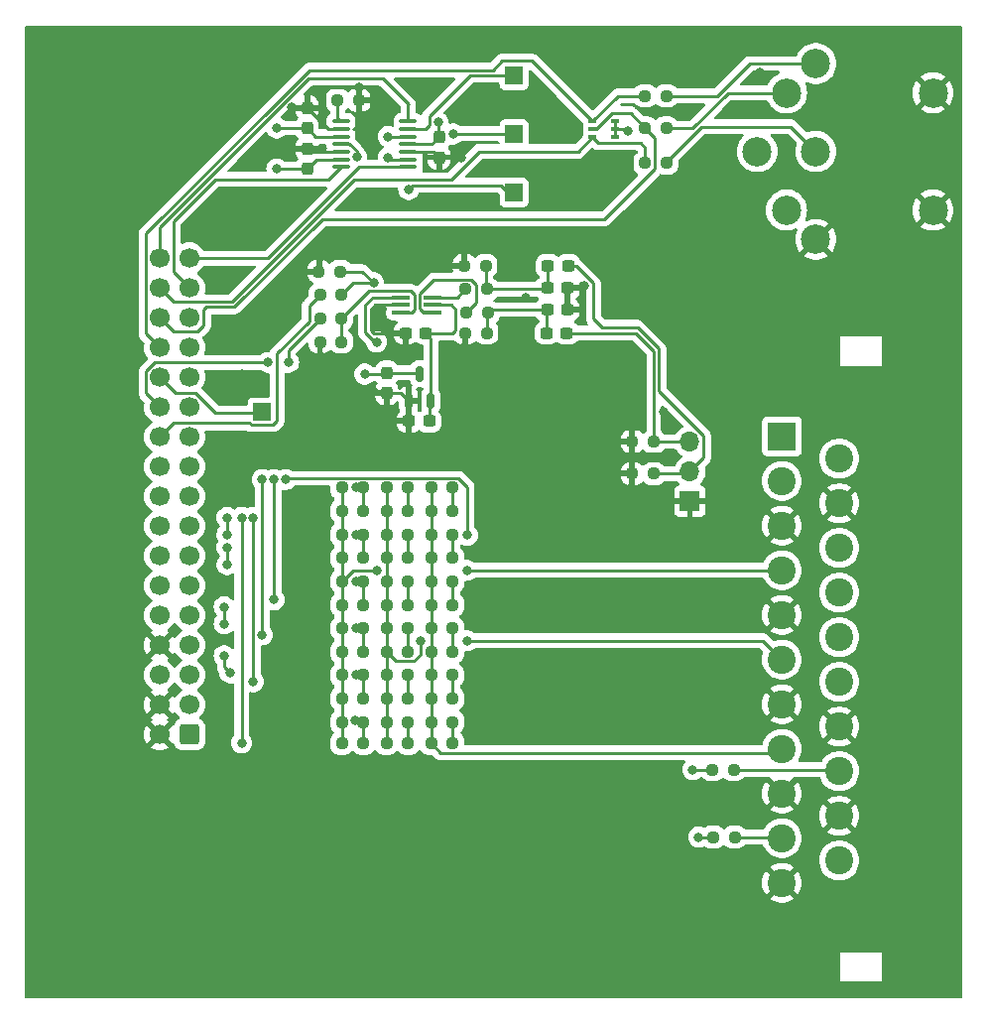
<source format=gtl>
G04 #@! TF.GenerationSoftware,KiCad,Pcbnew,8.0.4+dfsg-1*
G04 #@! TF.CreationDate,2025-03-15T13:20:51+01:00*
G04 #@! TF.ProjectId,olimex-ice40-scart-header,6f6c696d-6578-42d6-9963-6534302d7363,rev?*
G04 #@! TF.SameCoordinates,Original*
G04 #@! TF.FileFunction,Copper,L1,Top*
G04 #@! TF.FilePolarity,Positive*
%FSLAX46Y46*%
G04 Gerber Fmt 4.6, Leading zero omitted, Abs format (unit mm)*
G04 Created by KiCad (PCBNEW 8.0.4+dfsg-1) date 2025-03-15 13:20:51*
%MOMM*%
%LPD*%
G01*
G04 APERTURE LIST*
G04 Aperture macros list*
%AMRoundRect*
0 Rectangle with rounded corners*
0 $1 Rounding radius*
0 $2 $3 $4 $5 $6 $7 $8 $9 X,Y pos of 4 corners*
0 Add a 4 corners polygon primitive as box body*
4,1,4,$2,$3,$4,$5,$6,$7,$8,$9,$2,$3,0*
0 Add four circle primitives for the rounded corners*
1,1,$1+$1,$2,$3*
1,1,$1+$1,$4,$5*
1,1,$1+$1,$6,$7*
1,1,$1+$1,$8,$9*
0 Add four rect primitives between the rounded corners*
20,1,$1+$1,$2,$3,$4,$5,0*
20,1,$1+$1,$4,$5,$6,$7,0*
20,1,$1+$1,$6,$7,$8,$9,0*
20,1,$1+$1,$8,$9,$2,$3,0*%
G04 Aperture macros list end*
G04 #@! TA.AperFunction,SMDPad,CuDef*
%ADD10RoundRect,0.237500X0.250000X0.237500X-0.250000X0.237500X-0.250000X-0.237500X0.250000X-0.237500X0*%
G04 #@! TD*
G04 #@! TA.AperFunction,SMDPad,CuDef*
%ADD11RoundRect,0.237500X0.300000X0.237500X-0.300000X0.237500X-0.300000X-0.237500X0.300000X-0.237500X0*%
G04 #@! TD*
G04 #@! TA.AperFunction,SMDPad,CuDef*
%ADD12RoundRect,0.237500X-0.250000X-0.237500X0.250000X-0.237500X0.250000X0.237500X-0.250000X0.237500X0*%
G04 #@! TD*
G04 #@! TA.AperFunction,SMDPad,CuDef*
%ADD13RoundRect,0.237500X0.237500X-0.300000X0.237500X0.300000X-0.237500X0.300000X-0.237500X-0.300000X0*%
G04 #@! TD*
G04 #@! TA.AperFunction,SMDPad,CuDef*
%ADD14RoundRect,0.237500X-0.300000X-0.237500X0.300000X-0.237500X0.300000X0.237500X-0.300000X0.237500X0*%
G04 #@! TD*
G04 #@! TA.AperFunction,SMDPad,CuDef*
%ADD15RoundRect,0.100000X-0.650000X-0.100000X0.650000X-0.100000X0.650000X0.100000X-0.650000X0.100000X0*%
G04 #@! TD*
G04 #@! TA.AperFunction,ComponentPad*
%ADD16R,1.700000X1.700000*%
G04 #@! TD*
G04 #@! TA.AperFunction,ComponentPad*
%ADD17O,1.700000X1.700000*%
G04 #@! TD*
G04 #@! TA.AperFunction,ComponentPad*
%ADD18C,2.500000*%
G04 #@! TD*
G04 #@! TA.AperFunction,SMDPad,CuDef*
%ADD19RoundRect,0.237500X-0.237500X0.300000X-0.237500X-0.300000X0.237500X-0.300000X0.237500X0.300000X0*%
G04 #@! TD*
G04 #@! TA.AperFunction,ComponentPad*
%ADD20R,2.400000X2.400000*%
G04 #@! TD*
G04 #@! TA.AperFunction,ComponentPad*
%ADD21C,2.400000*%
G04 #@! TD*
G04 #@! TA.AperFunction,SMDPad,CuDef*
%ADD22RoundRect,0.100000X-0.225000X-0.100000X0.225000X-0.100000X0.225000X0.100000X-0.225000X0.100000X0*%
G04 #@! TD*
G04 #@! TA.AperFunction,SMDPad,CuDef*
%ADD23R,1.500000X1.500000*%
G04 #@! TD*
G04 #@! TA.AperFunction,SMDPad,CuDef*
%ADD24RoundRect,0.150000X0.150000X-0.512500X0.150000X0.512500X-0.150000X0.512500X-0.150000X-0.512500X0*%
G04 #@! TD*
G04 #@! TA.AperFunction,ComponentPad*
%ADD25RoundRect,0.250000X0.600000X0.600000X-0.600000X0.600000X-0.600000X-0.600000X0.600000X-0.600000X0*%
G04 #@! TD*
G04 #@! TA.AperFunction,ComponentPad*
%ADD26C,1.700000*%
G04 #@! TD*
G04 #@! TA.AperFunction,SMDPad,CuDef*
%ADD27RoundRect,0.100000X-0.637500X-0.100000X0.637500X-0.100000X0.637500X0.100000X-0.637500X0.100000X0*%
G04 #@! TD*
G04 #@! TA.AperFunction,ViaPad*
%ADD28C,0.800000*%
G04 #@! TD*
G04 #@! TA.AperFunction,Conductor*
%ADD29C,0.250000*%
G04 #@! TD*
G04 APERTURE END LIST*
D10*
X151440000Y-86690000D03*
X149615000Y-86690000D03*
X147630000Y-92690000D03*
X145805000Y-92690000D03*
D11*
X152975000Y-63500000D03*
X151250000Y-63500000D03*
D10*
X151440000Y-78690000D03*
X149615000Y-78690000D03*
D12*
X177500000Y-106500000D03*
X179325000Y-106500000D03*
X143837500Y-58250000D03*
X145662500Y-58250000D03*
D10*
X155250000Y-90690000D03*
X153425000Y-90690000D03*
X151440000Y-76690000D03*
X149615000Y-76690000D03*
D13*
X142837500Y-46000000D03*
X142837500Y-44275000D03*
D10*
X155250000Y-88690000D03*
X153425000Y-88690000D03*
X155250000Y-98500000D03*
X153425000Y-98500000D03*
D14*
X163275000Y-63500000D03*
X165000000Y-63500000D03*
D15*
X150840000Y-60450000D03*
X150840000Y-61100000D03*
X150840000Y-61750000D03*
X153500000Y-61750000D03*
X153500000Y-61100000D03*
X153500000Y-60450000D03*
D10*
X147630000Y-82690000D03*
X145805000Y-82690000D03*
X151440000Y-92690000D03*
X149615000Y-92690000D03*
X173500000Y-46000000D03*
X171675000Y-46000000D03*
X147630000Y-84690000D03*
X145805000Y-84690000D03*
D12*
X143925000Y-60250000D03*
X145750000Y-60250000D03*
D10*
X147630000Y-98500000D03*
X145805000Y-98500000D03*
D12*
X156337500Y-63500000D03*
X158162500Y-63500000D03*
D10*
X147630000Y-78690000D03*
X145805000Y-78690000D03*
D12*
X145425000Y-43637500D03*
X147250000Y-43637500D03*
D10*
X173500000Y-43250000D03*
X171675000Y-43250000D03*
X155250000Y-80690000D03*
X153425000Y-80690000D03*
D14*
X163325000Y-59655000D03*
X165050000Y-59655000D03*
D10*
X173500000Y-49000000D03*
X171675000Y-49000000D03*
X151440000Y-98500000D03*
X149615000Y-98500000D03*
X151440000Y-84690000D03*
X149615000Y-84690000D03*
D14*
X163387500Y-57750000D03*
X165112500Y-57750000D03*
D10*
X155250000Y-92690000D03*
X153425000Y-92690000D03*
X155250000Y-96690000D03*
X153425000Y-96690000D03*
X155250000Y-94690000D03*
X153425000Y-94690000D03*
X151440000Y-82690000D03*
X149615000Y-82690000D03*
X155250000Y-76690000D03*
X153425000Y-76690000D03*
D11*
X153250000Y-71000000D03*
X151525000Y-71000000D03*
D10*
X147630000Y-76690000D03*
X145805000Y-76690000D03*
D16*
X175500000Y-77830000D03*
D17*
X175500000Y-75290000D03*
X175500000Y-72750000D03*
D12*
X156337500Y-59750000D03*
X158162500Y-59750000D03*
X170587500Y-75500000D03*
X172412500Y-75500000D03*
D18*
X186250000Y-40500000D03*
X183750000Y-43000000D03*
X186250000Y-48000000D03*
X183750000Y-53000000D03*
X186250000Y-55500000D03*
X181250000Y-48000000D03*
X196250000Y-43000000D03*
X196250000Y-53000000D03*
D12*
X170587500Y-72750000D03*
X172412500Y-72750000D03*
D10*
X155250000Y-82690000D03*
X153425000Y-82690000D03*
D12*
X143925000Y-64250000D03*
X145750000Y-64250000D03*
D19*
X154087500Y-46775000D03*
X154087500Y-48500000D03*
D10*
X151440000Y-88690000D03*
X149615000Y-88690000D03*
X179250000Y-100750000D03*
X177425000Y-100750000D03*
X155250000Y-84690000D03*
X153425000Y-84690000D03*
D20*
X183350000Y-72305000D03*
D21*
X188250000Y-74210000D03*
X183350000Y-76115000D03*
X188250000Y-78020000D03*
X183350000Y-79925000D03*
X188250000Y-81830000D03*
X183350000Y-83735000D03*
X188250000Y-85640000D03*
X183350000Y-87545000D03*
X188250000Y-89450000D03*
X183350000Y-91355000D03*
X188250000Y-93260000D03*
X183350000Y-95165000D03*
X188250000Y-97070000D03*
X183350000Y-98975000D03*
X188250000Y-100880000D03*
X183350000Y-102785000D03*
X188250000Y-104690000D03*
X183350000Y-106595000D03*
X188250000Y-108500000D03*
X183350000Y-110405000D03*
D10*
X147630000Y-88690000D03*
X145805000Y-88690000D03*
D22*
X167187500Y-45450000D03*
X167187500Y-46100000D03*
X167187500Y-46750000D03*
X169087500Y-46750000D03*
X169087500Y-46100000D03*
X169087500Y-45450000D03*
D23*
X160500000Y-46500000D03*
D12*
X143925000Y-62250000D03*
X145750000Y-62250000D03*
D10*
X147630000Y-96690000D03*
X145805000Y-96690000D03*
D23*
X160500000Y-51500000D03*
D24*
X151487500Y-69250000D03*
X153387500Y-69250000D03*
X152437500Y-66975000D03*
D10*
X155250000Y-86690000D03*
X153425000Y-86690000D03*
D23*
X160500000Y-41500000D03*
D25*
X132790000Y-97750000D03*
D26*
X130250000Y-97750000D03*
X132790000Y-95210000D03*
X130250000Y-95210000D03*
X132790000Y-92670000D03*
X130250000Y-92670000D03*
X132790000Y-90130000D03*
X130250000Y-90130000D03*
X132790000Y-87590000D03*
X130250000Y-87590000D03*
X132790000Y-85050000D03*
X130250000Y-85050000D03*
X132790000Y-82510000D03*
X130250000Y-82510000D03*
X132790000Y-79970000D03*
X130250000Y-79970000D03*
X132790000Y-77430000D03*
X130250000Y-77430000D03*
X132790000Y-74890000D03*
X130250000Y-74890000D03*
X132790000Y-72350000D03*
X130250000Y-72350000D03*
X132790000Y-69810000D03*
X130250000Y-69810000D03*
X132790000Y-67270000D03*
X130250000Y-67270000D03*
X132790000Y-64730000D03*
X130250000Y-64730000D03*
X132790000Y-62190000D03*
X130250000Y-62190000D03*
X132790000Y-59650000D03*
X130250000Y-59650000D03*
X132790000Y-57110000D03*
X130250000Y-57110000D03*
D10*
X155250000Y-78690000D03*
X153425000Y-78690000D03*
X147630000Y-86690000D03*
X145805000Y-86690000D03*
D12*
X156425000Y-61750000D03*
X158250000Y-61750000D03*
D14*
X163325000Y-61500000D03*
X165050000Y-61500000D03*
D10*
X151440000Y-94690000D03*
X149615000Y-94690000D03*
X147630000Y-94690000D03*
X145805000Y-94690000D03*
D27*
X145725000Y-45437500D03*
X145725000Y-46087500D03*
X145725000Y-46737500D03*
X145725000Y-47387500D03*
X145725000Y-48037500D03*
X145725000Y-48687500D03*
X145725000Y-49337500D03*
X151450000Y-49337500D03*
X151450000Y-48687500D03*
X151450000Y-48037500D03*
X151450000Y-47387500D03*
X151450000Y-46737500D03*
X151450000Y-46087500D03*
X151450000Y-45437500D03*
D10*
X147630000Y-90690000D03*
X145805000Y-90690000D03*
D12*
X156250000Y-57750000D03*
X158075000Y-57750000D03*
D10*
X151440000Y-96690000D03*
X149615000Y-96690000D03*
D23*
X139000000Y-70250000D03*
D19*
X149637500Y-66887500D03*
X149637500Y-68612500D03*
D10*
X151440000Y-90690000D03*
X149615000Y-90690000D03*
X151440000Y-80690000D03*
X149615000Y-80690000D03*
X147630000Y-80690000D03*
X145805000Y-80690000D03*
D13*
X142837500Y-49500000D03*
X142837500Y-47775000D03*
D28*
X147750000Y-67000000D03*
X141500000Y-47750000D03*
X137000000Y-58750000D03*
X150250000Y-71000000D03*
X148500000Y-68500000D03*
X156000000Y-48500000D03*
X146750000Y-52000000D03*
X181500000Y-41250000D03*
X170500000Y-76750000D03*
X163250000Y-43500000D03*
X161500000Y-60500000D03*
X151250000Y-64750000D03*
X156250000Y-56500000D03*
X137250000Y-67000000D03*
X141500000Y-44250000D03*
X173250000Y-70250000D03*
X153000000Y-43250000D03*
X156250000Y-64750000D03*
X144000000Y-65500000D03*
X175750000Y-44500000D03*
X142500000Y-84000000D03*
X144000000Y-57000000D03*
X166500000Y-59500000D03*
X138500000Y-53500000D03*
X147250000Y-42500000D03*
X163250000Y-50000000D03*
X140250000Y-49500000D03*
X175750000Y-100750000D03*
X140250000Y-46000000D03*
X170250000Y-46250000D03*
X154000000Y-45500000D03*
X155250000Y-96690000D03*
X155250000Y-92690000D03*
X146892499Y-96582196D03*
X155250000Y-88690000D03*
X147025000Y-92690000D03*
X135750000Y-91025000D03*
X136250000Y-92500000D03*
X155250000Y-86690000D03*
X147025000Y-88690000D03*
X135750000Y-86865000D03*
X135750000Y-88315000D03*
X155250000Y-82690000D03*
X147025000Y-84690000D03*
X136000000Y-83250000D03*
X136000000Y-81785000D03*
X155250000Y-78690000D03*
X147025000Y-80695000D03*
X136000000Y-80695000D03*
X136000000Y-79245000D03*
X151440000Y-98500000D03*
X137250000Y-98475000D03*
X137250000Y-79245000D03*
X147025000Y-76690000D03*
X151440000Y-92690000D03*
X138250000Y-79245000D03*
X138250000Y-93250000D03*
X139000000Y-89250000D03*
X151440000Y-88690000D03*
X139000000Y-76000000D03*
X151440000Y-86690000D03*
X140000000Y-76000000D03*
X140000000Y-86250000D03*
X147057062Y-48497059D03*
X151440000Y-80695000D03*
X156500000Y-80750000D03*
X141000003Y-76000000D03*
X151440000Y-76690000D03*
X176250000Y-106500000D03*
X141250000Y-66000000D03*
X139500000Y-66000000D03*
X156500000Y-83750000D03*
X148750000Y-83750000D03*
X156500000Y-89750000D03*
X152500000Y-89750000D03*
X148750000Y-64250000D03*
X148500000Y-59200000D03*
X151500000Y-51250000D03*
X149750000Y-48500000D03*
X149750000Y-46725000D03*
X155275000Y-46500000D03*
D29*
X149637500Y-66887500D02*
X152350000Y-66887500D01*
X152350000Y-66887500D02*
X152437500Y-66975000D01*
X147750000Y-67000000D02*
X149525000Y-67000000D01*
X149525000Y-67000000D02*
X149637500Y-66887500D01*
X151525000Y-71000000D02*
X150250000Y-71000000D01*
X144000000Y-65500000D02*
X144000000Y-64325000D01*
X170500000Y-75587500D02*
X170587500Y-75500000D01*
X148250000Y-63250000D02*
X148500000Y-63500000D01*
X156000000Y-48500000D02*
X154087500Y-48500000D01*
X142837500Y-44275000D02*
X141525000Y-44275000D01*
X156250000Y-64750000D02*
X156250000Y-63587500D01*
X150850000Y-68612500D02*
X151487500Y-69250000D01*
X154087500Y-48500000D02*
X153625000Y-48037500D01*
X170587500Y-75500000D02*
X170587500Y-72750000D01*
X148500000Y-63500000D02*
X151250000Y-63500000D01*
X144000000Y-64325000D02*
X143925000Y-64250000D01*
X144650000Y-46087500D02*
X145725000Y-46087500D01*
X156250000Y-56500000D02*
X156250000Y-57750000D01*
X151525000Y-71000000D02*
X151525000Y-69287500D01*
X166345000Y-59655000D02*
X166500000Y-59500000D01*
X149637500Y-68612500D02*
X148612500Y-68612500D01*
X148612500Y-68612500D02*
X148500000Y-68500000D01*
X165050000Y-59655000D02*
X166345000Y-59655000D01*
X144000000Y-58087500D02*
X143837500Y-58250000D01*
X142837500Y-44275000D02*
X144650000Y-46087500D01*
X153625000Y-48037500D02*
X151450000Y-48037500D01*
X151525000Y-69287500D02*
X151487500Y-69250000D01*
X142812500Y-47750000D02*
X142837500Y-47775000D01*
X149637500Y-68612500D02*
X150850000Y-68612500D01*
X143100000Y-48037500D02*
X145725000Y-48037500D01*
X142837500Y-47775000D02*
X143100000Y-48037500D01*
X144000000Y-57000000D02*
X144000000Y-58087500D01*
X150840000Y-61100000D02*
X148650000Y-61100000D01*
X141525000Y-44275000D02*
X141500000Y-44250000D01*
X156250000Y-63587500D02*
X156337500Y-63500000D01*
X148650000Y-61100000D02*
X148250000Y-61500000D01*
X141500000Y-47750000D02*
X142812500Y-47750000D01*
X147250000Y-42500000D02*
X147250000Y-43637500D01*
X148250000Y-61500000D02*
X148250000Y-63250000D01*
X170500000Y-76750000D02*
X170500000Y-75587500D01*
X151250000Y-63500000D02*
X151250000Y-64750000D01*
X165050000Y-61500000D02*
X165050000Y-59655000D01*
X169087500Y-46750000D02*
X169087500Y-46100000D01*
X151450000Y-47387500D02*
X153475000Y-47387500D01*
X143575000Y-46737500D02*
X145725000Y-46737500D01*
X143650000Y-48687500D02*
X145725000Y-48687500D01*
X153475000Y-47387500D02*
X154087500Y-46775000D01*
X142837500Y-49500000D02*
X143650000Y-48687500D01*
X140250000Y-46000000D02*
X142837500Y-46000000D01*
X169087500Y-46100000D02*
X169087500Y-45450000D01*
X142837500Y-46000000D02*
X143575000Y-46737500D01*
X154000000Y-46687500D02*
X154087500Y-46775000D01*
X140250000Y-49500000D02*
X142837500Y-49500000D01*
X170100000Y-46100000D02*
X170250000Y-46250000D01*
X154000000Y-45500000D02*
X154000000Y-46687500D01*
X169087500Y-46100000D02*
X170100000Y-46100000D01*
X175750000Y-100750000D02*
X177425000Y-100750000D01*
X152975000Y-63500000D02*
X155250000Y-63500000D01*
X155250000Y-63500000D02*
X155500000Y-63250000D01*
X153387500Y-69250000D02*
X153387500Y-63912500D01*
X153250000Y-71000000D02*
X153250000Y-69387500D01*
X153387500Y-63912500D02*
X152975000Y-63500000D01*
X153250000Y-69387500D02*
X153387500Y-69250000D01*
X155500000Y-63250000D02*
X155500000Y-61500000D01*
X155100000Y-61100000D02*
X153500000Y-61100000D01*
X155500000Y-61500000D02*
X155100000Y-61100000D01*
X155250000Y-96690000D02*
X155250000Y-98500000D01*
X155250000Y-92690000D02*
X155250000Y-94690000D01*
X147630000Y-98500000D02*
X147630000Y-96690000D01*
X146892499Y-96582196D02*
X147522196Y-96582196D01*
X147522196Y-96582196D02*
X147630000Y-96690000D01*
X155250000Y-88690000D02*
X155250000Y-90690000D01*
X135750000Y-92000000D02*
X136250000Y-92500000D01*
X135750000Y-91025000D02*
X135750000Y-92000000D01*
X147630000Y-92690000D02*
X147630000Y-94690000D01*
X155250000Y-84690000D02*
X155250000Y-86690000D01*
X147630000Y-88690000D02*
X147630000Y-90690000D01*
X135750000Y-86865000D02*
X135750000Y-88315000D01*
X155250000Y-80690000D02*
X155250000Y-82690000D01*
X136000000Y-81785000D02*
X136000000Y-83250000D01*
X147630000Y-84690000D02*
X147630000Y-86690000D01*
X155250000Y-76690000D02*
X155250000Y-78690000D01*
X136000000Y-79245000D02*
X136000000Y-80695000D01*
X147630000Y-80690000D02*
X147630000Y-82690000D01*
X151440000Y-98500000D02*
X151440000Y-96690000D01*
X137250000Y-79245000D02*
X137250000Y-98475000D01*
X147630000Y-76690000D02*
X147630000Y-78690000D01*
X151440000Y-94690000D02*
X151440000Y-92690000D01*
X138250000Y-79245000D02*
X138250000Y-93250000D01*
X163325000Y-57812500D02*
X163387500Y-57750000D01*
X163325000Y-59655000D02*
X163325000Y-57812500D01*
X158075000Y-57750000D02*
X158075000Y-59662500D01*
X158162500Y-59750000D02*
X163230000Y-59750000D01*
X163230000Y-59750000D02*
X163325000Y-59655000D01*
X158075000Y-59662500D02*
X158162500Y-59750000D01*
X139000000Y-76000000D02*
X139000000Y-89250000D01*
X151440000Y-90690000D02*
X151440000Y-88690000D01*
X163275000Y-63500000D02*
X163275000Y-61550000D01*
X158162500Y-61837500D02*
X158250000Y-61750000D01*
X163325000Y-61500000D02*
X158500000Y-61500000D01*
X158162500Y-63500000D02*
X158162500Y-61837500D01*
X158500000Y-61500000D02*
X158250000Y-61750000D01*
X163275000Y-61550000D02*
X163325000Y-61500000D01*
X140000000Y-76000000D02*
X140000000Y-86250000D01*
X151440000Y-86690000D02*
X151440000Y-84690000D01*
X146462499Y-47387500D02*
X147057062Y-47982063D01*
X145725000Y-47387500D02*
X146462499Y-47387500D01*
X147057062Y-47982063D02*
X147057062Y-48497059D01*
X156500000Y-76650424D02*
X156500000Y-80750000D01*
X151440000Y-82690000D02*
X151440000Y-80690000D01*
X155739576Y-75890000D02*
X156500000Y-76650424D01*
X141110003Y-75890000D02*
X155739576Y-75890000D01*
X141000003Y-76000000D02*
X141110003Y-75890000D01*
X151440000Y-78690000D02*
X151440000Y-76690000D01*
X176250000Y-106500000D02*
X177500000Y-106500000D01*
X165775305Y-57750000D02*
X165112500Y-57750000D01*
X175955851Y-71544149D02*
X172862500Y-68450798D01*
X167262653Y-59237347D02*
X165775305Y-57750000D01*
X167262653Y-62262653D02*
X167262653Y-59237347D01*
X171025306Y-63000000D02*
X168000000Y-63000000D01*
X176675000Y-74115000D02*
X176675000Y-72263299D01*
X172412500Y-75500000D02*
X175290000Y-75500000D01*
X176675000Y-72263299D02*
X175955851Y-71544149D01*
X172862500Y-64837194D02*
X171025306Y-63000000D01*
X175500000Y-75290000D02*
X176675000Y-74115000D01*
X175290000Y-75500000D02*
X175500000Y-75290000D01*
X168000000Y-63000000D02*
X167262653Y-62262653D01*
X172862500Y-68450798D02*
X172862500Y-64837194D01*
X172412500Y-72750000D02*
X172412500Y-65023591D01*
X172412500Y-65023591D02*
X170888909Y-63500000D01*
X172412500Y-72750000D02*
X175500000Y-72750000D01*
X170888909Y-63500000D02*
X165000000Y-63500000D01*
X176511396Y-45875000D02*
X184125000Y-45875000D01*
X173500000Y-49000000D02*
X173500000Y-48886396D01*
X184125000Y-45875000D02*
X186250000Y-48000000D01*
X173500000Y-48886396D02*
X176511396Y-45875000D01*
X129075000Y-55013299D02*
X140544150Y-43544150D01*
X169387500Y-43250000D02*
X171675000Y-43250000D01*
X161987500Y-40250000D02*
X167187500Y-45450000D01*
X167187500Y-45450000D02*
X169387500Y-43250000D01*
X129075000Y-63555000D02*
X129075000Y-55013299D01*
X143038300Y-41050000D02*
X158700000Y-41050000D01*
X159500000Y-40250000D02*
X161987500Y-40250000D01*
X158700000Y-41050000D02*
X159500000Y-40250000D01*
X140544150Y-43544150D02*
X143038300Y-41050000D01*
X130250000Y-64730000D02*
X129075000Y-63555000D01*
X144136396Y-53750000D02*
X136611396Y-61275000D01*
X172487500Y-49477076D02*
X168214576Y-53750000D01*
X167187500Y-46100000D02*
X167512499Y-46100000D01*
X134225000Y-61275000D02*
X134000000Y-61500000D01*
X131425000Y-63365000D02*
X130250000Y-62190000D01*
X136611396Y-61275000D02*
X134225000Y-61275000D01*
X172487500Y-46812500D02*
X172487500Y-49477076D01*
X168214576Y-53750000D02*
X144136396Y-53750000D01*
X134000000Y-61500000D02*
X134000000Y-62865000D01*
X167512499Y-46096189D02*
X168858688Y-44750000D01*
X171675000Y-46000000D02*
X172487500Y-46812500D01*
X133500000Y-63365000D02*
X131425000Y-63365000D01*
X170425000Y-44750000D02*
X171675000Y-46000000D01*
X167512499Y-46100000D02*
X167512499Y-46096189D01*
X134000000Y-62865000D02*
X133500000Y-63365000D01*
X168858688Y-44750000D02*
X170425000Y-44750000D01*
X178750000Y-43000000D02*
X175750000Y-46000000D01*
X175750000Y-46000000D02*
X173500000Y-46000000D01*
X183750000Y-43000000D02*
X178750000Y-43000000D01*
X165937500Y-48000000D02*
X167187500Y-46750000D01*
X171275000Y-47275000D02*
X167712500Y-47275000D01*
X171675000Y-49000000D02*
X171675000Y-47675000D01*
X155100305Y-50425000D02*
X157500000Y-48025305D01*
X146825000Y-50425000D02*
X155100305Y-50425000D01*
X157500000Y-48000000D02*
X165937500Y-48000000D01*
X130250000Y-59650000D02*
X131425000Y-60825000D01*
X131425000Y-60825000D02*
X136425000Y-60825000D01*
X167712500Y-47275000D02*
X167187500Y-46750000D01*
X136425000Y-60825000D02*
X146825000Y-50425000D01*
X171675000Y-47675000D02*
X171275000Y-47275000D01*
X157500000Y-48025305D02*
X157500000Y-48000000D01*
X173500000Y-43250000D02*
X177863604Y-43250000D01*
X180613604Y-40500000D02*
X186250000Y-40500000D01*
X177863604Y-43250000D02*
X180613604Y-40500000D01*
X151500000Y-44000000D02*
X151450000Y-44050000D01*
X149275000Y-41775000D02*
X151500000Y-44000000D01*
X142949695Y-41775000D02*
X149275000Y-41775000D01*
X151450000Y-44050000D02*
X151450000Y-45437500D01*
X130250000Y-54474695D02*
X142949695Y-41775000D01*
X130250000Y-57110000D02*
X130250000Y-54474695D01*
X141250000Y-64925000D02*
X143925000Y-62250000D01*
X141250000Y-66000000D02*
X141250000Y-64925000D01*
X129075000Y-68635000D02*
X129075000Y-66783299D01*
X129858299Y-66000000D02*
X139500000Y-66000000D01*
X130250000Y-69810000D02*
X129075000Y-68635000D01*
X129075000Y-66783299D02*
X129858299Y-66000000D01*
X140250000Y-71000000D02*
X140250000Y-65250000D01*
X143000000Y-61175000D02*
X143925000Y-60250000D01*
X137925000Y-71175000D02*
X138075000Y-71325000D01*
X138075000Y-71325000D02*
X139925000Y-71325000D01*
X130250000Y-72350000D02*
X131425000Y-71175000D01*
X139925000Y-71325000D02*
X140250000Y-71000000D01*
X140250000Y-65250000D02*
X143000000Y-62500000D01*
X143000000Y-62500000D02*
X143000000Y-61175000D01*
X131425000Y-71175000D02*
X137925000Y-71175000D01*
X156500000Y-83750000D02*
X157250000Y-83750000D01*
X145805000Y-94690000D02*
X145805000Y-76690000D01*
X157250000Y-83750000D02*
X157265000Y-83735000D01*
X145805000Y-96690000D02*
X145805000Y-94690000D01*
X146745000Y-83750000D02*
X148750000Y-83750000D01*
X145805000Y-98500000D02*
X145805000Y-96690000D01*
X145805000Y-84690000D02*
X146745000Y-83750000D01*
X157265000Y-83735000D02*
X183350000Y-83735000D01*
X149615000Y-98500000D02*
X149615000Y-76690000D01*
X181745000Y-89750000D02*
X183350000Y-91355000D01*
X150415000Y-91490000D02*
X151929576Y-91490000D01*
X152500000Y-90919576D02*
X152500000Y-89750000D01*
X151929576Y-91490000D02*
X152500000Y-90919576D01*
X149615000Y-90690000D02*
X150415000Y-91490000D01*
X156500000Y-89750000D02*
X181745000Y-89750000D01*
X153425000Y-98500000D02*
X154225000Y-99300000D01*
X153425000Y-98500000D02*
X153425000Y-76690000D01*
X183025000Y-99300000D02*
X183350000Y-98975000D01*
X154225000Y-99300000D02*
X183025000Y-99300000D01*
X179250000Y-100750000D02*
X188120000Y-100750000D01*
X188120000Y-100750000D02*
X188250000Y-100880000D01*
X183255000Y-106500000D02*
X183350000Y-106595000D01*
X179325000Y-106500000D02*
X183255000Y-106500000D01*
X147276104Y-49337500D02*
X151450000Y-49337500D01*
X132790000Y-57110000D02*
X139503604Y-57110000D01*
X139503604Y-57110000D02*
X147276104Y-49337500D01*
X131615000Y-68635000D02*
X133338299Y-68635000D01*
X139000000Y-70250000D02*
X138953299Y-70296701D01*
X138953299Y-70296701D02*
X135000000Y-70296701D01*
X130250000Y-67270000D02*
X131615000Y-68635000D01*
X133338299Y-68635000D02*
X135000000Y-70296701D01*
X132790000Y-59650000D02*
X131425000Y-58285000D01*
X131425000Y-53936091D02*
X134977383Y-50383708D01*
X134977383Y-50383708D02*
X144678792Y-50383708D01*
X131425000Y-58285000D02*
X131425000Y-53936091D01*
X144678792Y-50383708D02*
X145725000Y-49337500D01*
X147800000Y-61075000D02*
X148425000Y-60450000D01*
X148750000Y-64250000D02*
X148613604Y-64250000D01*
X146800000Y-59200000D02*
X148500000Y-59200000D01*
X147550000Y-58250000D02*
X148500000Y-59200000D01*
X145750000Y-60250000D02*
X146800000Y-59200000D01*
X147800000Y-63436396D02*
X147800000Y-61075000D01*
X148613604Y-64250000D02*
X147800000Y-63436396D01*
X148425000Y-60450000D02*
X150840000Y-60450000D01*
X145662500Y-58250000D02*
X147550000Y-58250000D01*
X151675000Y-59925000D02*
X148075000Y-59925000D01*
X151975000Y-61525000D02*
X151975000Y-60225000D01*
X150840000Y-61750000D02*
X151750000Y-61750000D01*
X151750000Y-61750000D02*
X151975000Y-61525000D01*
X148075000Y-59925000D02*
X145750000Y-62250000D01*
X151975000Y-60225000D02*
X151675000Y-59925000D01*
X145750000Y-64250000D02*
X145750000Y-62250000D01*
X153500000Y-60450000D02*
X155637500Y-60450000D01*
X155637500Y-60450000D02*
X156337500Y-59750000D01*
X153500000Y-61750000D02*
X152750001Y-61750000D01*
X152425000Y-60171188D02*
X153646188Y-58950000D01*
X157250000Y-59372924D02*
X157250000Y-60925000D01*
X152425000Y-61424999D02*
X152425000Y-60171188D01*
X156827076Y-58950000D02*
X157250000Y-59372924D01*
X152750001Y-61750000D02*
X152425000Y-61424999D01*
X153646188Y-58950000D02*
X156827076Y-58950000D01*
X157250000Y-60925000D02*
X156425000Y-61750000D01*
X145425000Y-43637500D02*
X145425000Y-45137500D01*
X145425000Y-45137500D02*
X145725000Y-45437500D01*
X151875000Y-50875000D02*
X159375000Y-50875000D01*
X160000000Y-51500000D02*
X160500000Y-51500000D01*
X159375000Y-50875000D02*
X160000000Y-51500000D01*
X151500000Y-51250000D02*
X151875000Y-50875000D01*
X149937500Y-48687500D02*
X151450000Y-48687500D01*
X149750000Y-48500000D02*
X149937500Y-48687500D01*
X160500000Y-46500000D02*
X155275000Y-46500000D01*
X151437500Y-46725000D02*
X151450000Y-46737500D01*
X149750000Y-46725000D02*
X151437500Y-46725000D01*
X153250000Y-44978812D02*
X153250000Y-45750000D01*
X152912500Y-46087500D02*
X151450000Y-46087500D01*
X160500000Y-41500000D02*
X156728812Y-41500000D01*
X156728812Y-41500000D02*
X153250000Y-44978812D01*
X153250000Y-45750000D02*
X152912500Y-46087500D01*
G04 #@! TA.AperFunction,Conductor*
G36*
X131364925Y-95971373D02*
G01*
X131418119Y-95895405D01*
X131472696Y-95851781D01*
X131542195Y-95844588D01*
X131604549Y-95876110D01*
X131621269Y-95895405D01*
X131751505Y-96081401D01*
X131918599Y-96248495D01*
X131918604Y-96248499D01*
X131919968Y-96249643D01*
X131920407Y-96250303D01*
X131922427Y-96252323D01*
X131922021Y-96252728D01*
X131958669Y-96307815D01*
X131959776Y-96377676D01*
X131922937Y-96437046D01*
X131879267Y-96462336D01*
X131870669Y-96465184D01*
X131870663Y-96465187D01*
X131721342Y-96557289D01*
X131597289Y-96681342D01*
X131505187Y-96830663D01*
X131505182Y-96830674D01*
X131481205Y-96903032D01*
X131441432Y-96960477D01*
X131376916Y-96987299D01*
X131366138Y-96987412D01*
X130732962Y-97620589D01*
X130715925Y-97557007D01*
X130650099Y-97442993D01*
X130557007Y-97349901D01*
X130442993Y-97284075D01*
X130379410Y-97267037D01*
X131011373Y-96635073D01*
X130934969Y-96581576D01*
X130891344Y-96526999D01*
X130884150Y-96457501D01*
X130915672Y-96395146D01*
X130934968Y-96378425D01*
X131011373Y-96324925D01*
X130379409Y-95692962D01*
X130442993Y-95675925D01*
X130557007Y-95610099D01*
X130650099Y-95517007D01*
X130715925Y-95402993D01*
X130732962Y-95339410D01*
X131364925Y-95971373D01*
G37*
G04 #@! TD.AperFunction*
G04 #@! TA.AperFunction,Conductor*
G36*
X131604855Y-93336546D02*
G01*
X131621575Y-93355842D01*
X131751501Y-93541396D01*
X131751506Y-93541402D01*
X131918597Y-93708493D01*
X131918603Y-93708498D01*
X132104158Y-93838425D01*
X132147783Y-93893002D01*
X132154977Y-93962500D01*
X132123454Y-94024855D01*
X132104158Y-94041575D01*
X131918597Y-94171505D01*
X131751505Y-94338597D01*
X131621269Y-94524595D01*
X131566692Y-94568220D01*
X131497194Y-94575414D01*
X131434839Y-94543891D01*
X131418119Y-94524595D01*
X131364925Y-94448626D01*
X131364925Y-94448625D01*
X130732962Y-95080589D01*
X130715925Y-95017007D01*
X130650099Y-94902993D01*
X130557007Y-94809901D01*
X130442993Y-94744075D01*
X130379410Y-94727037D01*
X131011373Y-94095073D01*
X131011373Y-94095072D01*
X130935405Y-94041880D01*
X130891780Y-93987304D01*
X130884586Y-93917805D01*
X130916108Y-93855451D01*
X130935399Y-93838734D01*
X131121401Y-93708495D01*
X131288495Y-93541401D01*
X131418425Y-93355842D01*
X131473002Y-93312217D01*
X131542500Y-93305023D01*
X131604855Y-93336546D01*
G37*
G04 #@! TD.AperFunction*
G04 #@! TA.AperFunction,Conductor*
G36*
X131364925Y-90891373D02*
G01*
X131418119Y-90815405D01*
X131472696Y-90771781D01*
X131542195Y-90764588D01*
X131604549Y-90796110D01*
X131621269Y-90815405D01*
X131751505Y-91001401D01*
X131751506Y-91001402D01*
X131918597Y-91168493D01*
X131918603Y-91168498D01*
X132104158Y-91298425D01*
X132147783Y-91353002D01*
X132154977Y-91422500D01*
X132123454Y-91484855D01*
X132104158Y-91501575D01*
X131918597Y-91631505D01*
X131751505Y-91798597D01*
X131621575Y-91984158D01*
X131566998Y-92027783D01*
X131497500Y-92034977D01*
X131435145Y-92003454D01*
X131418425Y-91984158D01*
X131288494Y-91798597D01*
X131121402Y-91631506D01*
X131121401Y-91631505D01*
X130935405Y-91501269D01*
X130891781Y-91446692D01*
X130884588Y-91377193D01*
X130916110Y-91314839D01*
X130935405Y-91298119D01*
X131011373Y-91244925D01*
X130379409Y-90612962D01*
X130442993Y-90595925D01*
X130557007Y-90530099D01*
X130650099Y-90437007D01*
X130715925Y-90322993D01*
X130732962Y-90259410D01*
X131364925Y-90891373D01*
G37*
G04 #@! TD.AperFunction*
G04 #@! TA.AperFunction,Conductor*
G36*
X131604855Y-88256546D02*
G01*
X131621575Y-88275842D01*
X131751501Y-88461396D01*
X131751506Y-88461402D01*
X131918597Y-88628493D01*
X131918603Y-88628498D01*
X132104158Y-88758425D01*
X132147783Y-88813002D01*
X132154977Y-88882500D01*
X132123454Y-88944855D01*
X132104158Y-88961575D01*
X131918597Y-89091505D01*
X131751505Y-89258597D01*
X131621269Y-89444595D01*
X131566692Y-89488220D01*
X131497194Y-89495414D01*
X131434839Y-89463891D01*
X131418119Y-89444595D01*
X131364925Y-89368626D01*
X131364925Y-89368625D01*
X130732962Y-90000589D01*
X130715925Y-89937007D01*
X130650099Y-89822993D01*
X130557007Y-89729901D01*
X130442993Y-89664075D01*
X130379410Y-89647037D01*
X131011373Y-89015073D01*
X131011373Y-89015072D01*
X130935405Y-88961880D01*
X130891780Y-88907304D01*
X130884586Y-88837805D01*
X130916108Y-88775451D01*
X130935399Y-88758734D01*
X131121401Y-88628495D01*
X131288495Y-88461401D01*
X131418425Y-88275842D01*
X131473002Y-88232217D01*
X131542500Y-88225023D01*
X131604855Y-88256546D01*
G37*
G04 #@! TD.AperFunction*
G04 #@! TA.AperFunction,Conductor*
G36*
X173243203Y-69716537D02*
G01*
X173249681Y-69722569D01*
X174888522Y-71361410D01*
X174922007Y-71422733D01*
X174917023Y-71492425D01*
X174875151Y-71548358D01*
X174853249Y-71561472D01*
X174822169Y-71575965D01*
X174628597Y-71711505D01*
X174461505Y-71878597D01*
X174326348Y-72071623D01*
X174271771Y-72115248D01*
X174224773Y-72124500D01*
X173359481Y-72124500D01*
X173292442Y-72104815D01*
X173253942Y-72065596D01*
X173245534Y-72051965D01*
X173245340Y-72051650D01*
X173123350Y-71929660D01*
X173123347Y-71929657D01*
X173096901Y-71913345D01*
X173050178Y-71861397D01*
X173038000Y-71807808D01*
X173038000Y-69810250D01*
X173057685Y-69743211D01*
X173110489Y-69697456D01*
X173179647Y-69687512D01*
X173243203Y-69716537D01*
G37*
G04 #@! TD.AperFunction*
G04 #@! TA.AperFunction,Conductor*
G36*
X138863291Y-66645185D02*
G01*
X138888400Y-66666526D01*
X138894126Y-66672885D01*
X138894130Y-66672889D01*
X139047265Y-66784148D01*
X139047270Y-66784151D01*
X139220192Y-66861142D01*
X139220197Y-66861144D01*
X139405354Y-66900500D01*
X139405355Y-66900500D01*
X139500500Y-66900500D01*
X139567539Y-66920185D01*
X139613294Y-66972989D01*
X139624500Y-67024500D01*
X139624500Y-68875500D01*
X139604815Y-68942539D01*
X139552011Y-68988294D01*
X139500500Y-68999500D01*
X138202129Y-68999500D01*
X138202123Y-68999501D01*
X138142516Y-69005908D01*
X138007671Y-69056202D01*
X138007664Y-69056206D01*
X137892455Y-69142452D01*
X137892452Y-69142455D01*
X137806206Y-69257664D01*
X137806202Y-69257671D01*
X137755908Y-69392517D01*
X137749501Y-69452116D01*
X137749500Y-69452135D01*
X137749500Y-69547201D01*
X137729815Y-69614240D01*
X137677011Y-69659995D01*
X137625500Y-69671201D01*
X135310452Y-69671201D01*
X135243413Y-69651516D01*
X135222771Y-69634882D01*
X133861212Y-68273323D01*
X133827727Y-68212000D01*
X133832711Y-68142308D01*
X133847315Y-68114521D01*
X133964035Y-67947830D01*
X134063903Y-67733663D01*
X134125063Y-67505408D01*
X134145659Y-67270000D01*
X134125063Y-67034592D01*
X134063903Y-66806337D01*
X134061837Y-66801906D01*
X134051344Y-66732829D01*
X134079863Y-66669045D01*
X134138339Y-66630804D01*
X134174218Y-66625500D01*
X138796252Y-66625500D01*
X138863291Y-66645185D01*
G37*
G04 #@! TD.AperFunction*
G04 #@! TA.AperFunction,Conductor*
G36*
X166243077Y-59115622D02*
G01*
X166283157Y-59142441D01*
X166600834Y-59460118D01*
X166634319Y-59521441D01*
X166637153Y-59547799D01*
X166637153Y-62324259D01*
X166647345Y-62375500D01*
X166661190Y-62445106D01*
X166669503Y-62465174D01*
X166669503Y-62465175D01*
X166708338Y-62558934D01*
X166708340Y-62558937D01*
X166708341Y-62558939D01*
X166736625Y-62601267D01*
X166757498Y-62632506D01*
X166776796Y-62661388D01*
X166778227Y-62662819D01*
X166778736Y-62663752D01*
X166780660Y-62666096D01*
X166780215Y-62666460D01*
X166811712Y-62724142D01*
X166806728Y-62793834D01*
X166764856Y-62849767D01*
X166699392Y-62874184D01*
X166690546Y-62874500D01*
X165996981Y-62874500D01*
X165929942Y-62854815D01*
X165891442Y-62815596D01*
X165883034Y-62801965D01*
X165882840Y-62801650D01*
X165760850Y-62679660D01*
X165760846Y-62679657D01*
X165665204Y-62620664D01*
X165618479Y-62568716D01*
X165607258Y-62499754D01*
X165635101Y-62435672D01*
X165665204Y-62409587D01*
X165810539Y-62319943D01*
X165932444Y-62198038D01*
X165932447Y-62198034D01*
X166022948Y-62051311D01*
X166022953Y-62051300D01*
X166077180Y-61887652D01*
X166087499Y-61786654D01*
X166087500Y-61786641D01*
X166087500Y-61750000D01*
X164924000Y-61750000D01*
X164856961Y-61730315D01*
X164811206Y-61677511D01*
X164800000Y-61626000D01*
X164800000Y-61250000D01*
X165300000Y-61250000D01*
X166087499Y-61250000D01*
X166087499Y-61213360D01*
X166087498Y-61213345D01*
X166077180Y-61112347D01*
X166022953Y-60948699D01*
X166022948Y-60948688D01*
X165932447Y-60801965D01*
X165932444Y-60801961D01*
X165810538Y-60680055D01*
X165804871Y-60675574D01*
X165806644Y-60673331D01*
X165768651Y-60631092D01*
X165757428Y-60562129D01*
X165785271Y-60498047D01*
X165805639Y-60480397D01*
X165804871Y-60479426D01*
X165810538Y-60474944D01*
X165932444Y-60353038D01*
X165932447Y-60353034D01*
X166022948Y-60206311D01*
X166022953Y-60206300D01*
X166077180Y-60042652D01*
X166087499Y-59941654D01*
X166087500Y-59941641D01*
X166087500Y-59905000D01*
X165300000Y-59905000D01*
X165300000Y-61250000D01*
X164800000Y-61250000D01*
X164800000Y-59529000D01*
X164819685Y-59461961D01*
X164872489Y-59416206D01*
X164924000Y-59405000D01*
X166087499Y-59405000D01*
X166087499Y-59368360D01*
X166087498Y-59368345D01*
X166077180Y-59267343D01*
X166075764Y-59260726D01*
X166077469Y-59260361D01*
X166075367Y-59199301D01*
X166111097Y-59139258D01*
X166173617Y-59108064D01*
X166243077Y-59115622D01*
G37*
G04 #@! TD.AperFunction*
G04 #@! TA.AperFunction,Conductor*
G36*
X162479987Y-60395185D02*
G01*
X162500629Y-60411819D01*
X162564149Y-60475339D01*
X162569817Y-60479821D01*
X162567915Y-60482225D01*
X162605417Y-60523952D01*
X162616613Y-60592919D01*
X162588744Y-60656991D01*
X162568978Y-60674118D01*
X162569817Y-60675179D01*
X162564149Y-60679660D01*
X162442160Y-60801649D01*
X162442159Y-60801651D01*
X162433558Y-60815596D01*
X162381610Y-60862321D01*
X162328019Y-60874500D01*
X158906587Y-60874500D01*
X158841490Y-60856038D01*
X158814016Y-60839092D01*
X158814013Y-60839090D01*
X158808100Y-60836333D01*
X158755662Y-60790160D01*
X158736511Y-60722966D01*
X158756728Y-60656085D01*
X158795407Y-60618415D01*
X158873350Y-60570340D01*
X158995340Y-60448350D01*
X159003942Y-60434404D01*
X159055890Y-60387679D01*
X159109481Y-60375500D01*
X162412948Y-60375500D01*
X162479987Y-60395185D01*
G37*
G04 #@! TD.AperFunction*
G04 #@! TA.AperFunction,Conductor*
G36*
X138397587Y-57755185D02*
G01*
X138443342Y-57807989D01*
X138453286Y-57877147D01*
X138424261Y-57940703D01*
X138418229Y-57947181D01*
X136202229Y-60163181D01*
X136140906Y-60196666D01*
X136114548Y-60199500D01*
X134202503Y-60199500D01*
X134135464Y-60179815D01*
X134089709Y-60127011D01*
X134079765Y-60057853D01*
X134082728Y-60043407D01*
X134109992Y-59941654D01*
X134125063Y-59885408D01*
X134145659Y-59650000D01*
X134125063Y-59414592D01*
X134067377Y-59199301D01*
X134063905Y-59186344D01*
X134063904Y-59186343D01*
X134063903Y-59186337D01*
X133964035Y-58972171D01*
X133953170Y-58956653D01*
X133828494Y-58778597D01*
X133661402Y-58611506D01*
X133661396Y-58611501D01*
X133475842Y-58481575D01*
X133432217Y-58426998D01*
X133425023Y-58357500D01*
X133456546Y-58295145D01*
X133475842Y-58278425D01*
X133498026Y-58262891D01*
X133661401Y-58148495D01*
X133828495Y-57981401D01*
X133963652Y-57788377D01*
X134018229Y-57744752D01*
X134065227Y-57735500D01*
X138330548Y-57735500D01*
X138397587Y-57755185D01*
G37*
G04 #@! TD.AperFunction*
G04 #@! TA.AperFunction,Conductor*
G36*
X144487483Y-51028893D02*
G01*
X144533238Y-51081697D01*
X144543182Y-51150855D01*
X144514157Y-51214411D01*
X144508125Y-51220889D01*
X139280833Y-56448181D01*
X139219510Y-56481666D01*
X139193152Y-56484500D01*
X134065227Y-56484500D01*
X133998188Y-56464815D01*
X133963652Y-56431623D01*
X133828494Y-56238597D01*
X133661402Y-56071506D01*
X133661395Y-56071501D01*
X133467834Y-55935967D01*
X133467830Y-55935965D01*
X133375595Y-55892955D01*
X133253663Y-55836097D01*
X133253659Y-55836096D01*
X133253655Y-55836094D01*
X133025413Y-55774938D01*
X133025403Y-55774936D01*
X132790001Y-55754341D01*
X132789999Y-55754341D01*
X132554596Y-55774936D01*
X132554586Y-55774938D01*
X132326344Y-55836094D01*
X132326335Y-55836098D01*
X132226905Y-55882463D01*
X132157827Y-55892955D01*
X132094043Y-55864435D01*
X132055804Y-55805959D01*
X132050500Y-55770081D01*
X132050500Y-54246543D01*
X132070185Y-54179504D01*
X132086819Y-54158862D01*
X135200154Y-51045527D01*
X135261477Y-51012042D01*
X135287835Y-51009208D01*
X144420444Y-51009208D01*
X144487483Y-51028893D01*
G37*
G04 #@! TD.AperFunction*
G04 #@! TA.AperFunction,Conductor*
G36*
X167230832Y-47693770D02*
G01*
X167275179Y-47722271D01*
X167313764Y-47760856D01*
X167313767Y-47760858D01*
X167364990Y-47795084D01*
X167416214Y-47829312D01*
X167484149Y-47857451D01*
X167530048Y-47876463D01*
X167590471Y-47888481D01*
X167650893Y-47900500D01*
X167650894Y-47900500D01*
X170925500Y-47900500D01*
X170992539Y-47920185D01*
X171038294Y-47972989D01*
X171049500Y-48024500D01*
X171049500Y-48057808D01*
X171029815Y-48124847D01*
X170990599Y-48163345D01*
X170964152Y-48179657D01*
X170842161Y-48301648D01*
X170751593Y-48448481D01*
X170751592Y-48448484D01*
X170697326Y-48612247D01*
X170697326Y-48612248D01*
X170697325Y-48612248D01*
X170687000Y-48713315D01*
X170687000Y-49286669D01*
X170687001Y-49286687D01*
X170697325Y-49387752D01*
X170713645Y-49437000D01*
X170751592Y-49551516D01*
X170842160Y-49698350D01*
X170964150Y-49820340D01*
X171013438Y-49850741D01*
X171060163Y-49902689D01*
X171071386Y-49971651D01*
X171043542Y-50035734D01*
X171036023Y-50043961D01*
X167991805Y-53088181D01*
X167930482Y-53121666D01*
X167904124Y-53124500D01*
X145309452Y-53124500D01*
X145242413Y-53104815D01*
X145196658Y-53052011D01*
X145186714Y-52982853D01*
X145215739Y-52919297D01*
X145221771Y-52912819D01*
X147047771Y-51086819D01*
X147109094Y-51053334D01*
X147135452Y-51050500D01*
X150477792Y-51050500D01*
X150544831Y-51070185D01*
X150590586Y-51122989D01*
X150601113Y-51187461D01*
X150594593Y-51249500D01*
X150594540Y-51250000D01*
X150614326Y-51438256D01*
X150614327Y-51438259D01*
X150672818Y-51618277D01*
X150672821Y-51618284D01*
X150767467Y-51782216D01*
X150894129Y-51922888D01*
X151047265Y-52034148D01*
X151047270Y-52034151D01*
X151220192Y-52111142D01*
X151220197Y-52111144D01*
X151405354Y-52150500D01*
X151405355Y-52150500D01*
X151594644Y-52150500D01*
X151594646Y-52150500D01*
X151779803Y-52111144D01*
X151952730Y-52034151D01*
X152105871Y-51922888D01*
X152232533Y-51782216D01*
X152327179Y-51618284D01*
X152337610Y-51586182D01*
X152377048Y-51528506D01*
X152441406Y-51501308D01*
X152455541Y-51500500D01*
X159064547Y-51500500D01*
X159131586Y-51520185D01*
X159152228Y-51536819D01*
X159213181Y-51597772D01*
X159246666Y-51659095D01*
X159249500Y-51685453D01*
X159249500Y-52297870D01*
X159249501Y-52297876D01*
X159255908Y-52357483D01*
X159306202Y-52492328D01*
X159306206Y-52492335D01*
X159392452Y-52607544D01*
X159392455Y-52607547D01*
X159507664Y-52693793D01*
X159507671Y-52693797D01*
X159642517Y-52744091D01*
X159642516Y-52744091D01*
X159649444Y-52744835D01*
X159702127Y-52750500D01*
X161297872Y-52750499D01*
X161357483Y-52744091D01*
X161492331Y-52693796D01*
X161607546Y-52607546D01*
X161693796Y-52492331D01*
X161744091Y-52357483D01*
X161750500Y-52297873D01*
X161750499Y-50702128D01*
X161744091Y-50642517D01*
X161693796Y-50507669D01*
X161693795Y-50507668D01*
X161693793Y-50507664D01*
X161607547Y-50392455D01*
X161607544Y-50392452D01*
X161492335Y-50306206D01*
X161492328Y-50306202D01*
X161357482Y-50255908D01*
X161357483Y-50255908D01*
X161297883Y-50249501D01*
X161297881Y-50249500D01*
X161297873Y-50249500D01*
X161297864Y-50249500D01*
X159702129Y-50249500D01*
X159702123Y-50249501D01*
X159642520Y-50255908D01*
X159642517Y-50255909D01*
X159615089Y-50266138D01*
X159547570Y-50271571D01*
X159493667Y-50260849D01*
X159493666Y-50260849D01*
X159436611Y-50249500D01*
X159436607Y-50249500D01*
X159436606Y-50249500D01*
X156459757Y-50249500D01*
X156392718Y-50229815D01*
X156346963Y-50177011D01*
X156337019Y-50107853D01*
X156366044Y-50044297D01*
X156372076Y-50037819D01*
X157748076Y-48661819D01*
X157809399Y-48628334D01*
X157835757Y-48625500D01*
X165999108Y-48625500D01*
X165999108Y-48625499D01*
X166089284Y-48607563D01*
X166089285Y-48607563D01*
X166099694Y-48605492D01*
X166119952Y-48601463D01*
X166153292Y-48587652D01*
X166233786Y-48554312D01*
X166298361Y-48511163D01*
X166336233Y-48485858D01*
X166423358Y-48398733D01*
X166423359Y-48398731D01*
X166430425Y-48391665D01*
X166430427Y-48391661D01*
X167099821Y-47722268D01*
X167161140Y-47688786D01*
X167230832Y-47693770D01*
G37*
G04 #@! TD.AperFunction*
G04 #@! TA.AperFunction,Conductor*
G36*
X159192540Y-47145185D02*
G01*
X159238295Y-47197989D01*
X159249501Y-47249500D01*
X159249501Y-47250500D01*
X159229816Y-47317539D01*
X159177012Y-47363294D01*
X159125501Y-47374500D01*
X157438389Y-47374500D01*
X157317555Y-47398535D01*
X157317545Y-47398538D01*
X157203716Y-47445687D01*
X157203707Y-47445692D01*
X157101267Y-47514141D01*
X157101263Y-47514144D01*
X157014148Y-47601260D01*
X157014143Y-47601265D01*
X156969963Y-47667382D01*
X156954544Y-47686169D01*
X154877534Y-49763181D01*
X154816211Y-49796666D01*
X154789853Y-49799500D01*
X152773111Y-49799500D01*
X152706072Y-49779815D01*
X152660317Y-49727011D01*
X152650373Y-49657853D01*
X152658549Y-49628049D01*
X152663307Y-49616561D01*
X152672544Y-49594262D01*
X152688000Y-49476861D01*
X152687999Y-49198140D01*
X152672544Y-49080738D01*
X152663934Y-49059954D01*
X152656465Y-48990486D01*
X152663935Y-48965045D01*
X152672544Y-48944262D01*
X152685065Y-48849154D01*
X153112501Y-48849154D01*
X153122819Y-48950152D01*
X153177046Y-49113800D01*
X153177051Y-49113811D01*
X153267552Y-49260534D01*
X153267555Y-49260538D01*
X153389461Y-49382444D01*
X153389465Y-49382447D01*
X153536188Y-49472948D01*
X153536199Y-49472953D01*
X153699847Y-49527180D01*
X153800852Y-49537499D01*
X153837500Y-49537499D01*
X154337500Y-49537499D01*
X154374140Y-49537499D01*
X154374154Y-49537498D01*
X154475152Y-49527180D01*
X154638800Y-49472953D01*
X154638811Y-49472948D01*
X154785534Y-49382447D01*
X154785538Y-49382444D01*
X154907444Y-49260538D01*
X154907447Y-49260534D01*
X154997948Y-49113811D01*
X154997953Y-49113800D01*
X155052180Y-48950152D01*
X155062499Y-48849154D01*
X155062500Y-48849141D01*
X155062500Y-48750000D01*
X154337500Y-48750000D01*
X154337500Y-49537499D01*
X153837500Y-49537499D01*
X153837500Y-48750000D01*
X153112501Y-48750000D01*
X153112501Y-48849154D01*
X152685065Y-48849154D01*
X152688000Y-48826861D01*
X152687999Y-48548140D01*
X152687999Y-48548136D01*
X152672546Y-48430746D01*
X152672544Y-48430741D01*
X152672544Y-48430738D01*
X152663662Y-48409297D01*
X152656194Y-48339828D01*
X152663664Y-48314390D01*
X152672055Y-48294132D01*
X152672055Y-48294131D01*
X152687499Y-48176830D01*
X152687500Y-48176816D01*
X152687500Y-48137000D01*
X152707185Y-48069961D01*
X152759989Y-48024206D01*
X152811500Y-48013000D01*
X152989270Y-48013000D01*
X153056309Y-48032685D01*
X153102064Y-48085489D01*
X153112308Y-48147678D01*
X153112661Y-48147696D01*
X153112578Y-48149318D01*
X153112627Y-48149614D01*
X153112500Y-48150853D01*
X153112500Y-48250000D01*
X155062499Y-48250000D01*
X155062499Y-48150860D01*
X155062498Y-48150845D01*
X155052180Y-48049847D01*
X154997953Y-47886199D01*
X154997948Y-47886188D01*
X154907447Y-47739465D01*
X154907444Y-47739461D01*
X154893517Y-47725534D01*
X154860032Y-47664211D01*
X154865016Y-47594519D01*
X154893517Y-47550172D01*
X154907840Y-47535850D01*
X154967372Y-47439333D01*
X155019317Y-47392610D01*
X155088280Y-47381387D01*
X155098669Y-47383137D01*
X155180354Y-47400500D01*
X155180355Y-47400500D01*
X155369644Y-47400500D01*
X155369646Y-47400500D01*
X155554803Y-47361144D01*
X155727730Y-47284151D01*
X155880871Y-47172888D01*
X155883788Y-47169647D01*
X155886600Y-47166526D01*
X155946087Y-47129879D01*
X155978748Y-47125500D01*
X159125501Y-47125500D01*
X159192540Y-47145185D01*
G37*
G04 #@! TD.AperFunction*
G04 #@! TA.AperFunction,Conductor*
G36*
X139373016Y-46338781D02*
G01*
X139428949Y-46380653D01*
X139437069Y-46392963D01*
X139517465Y-46532214D01*
X139644129Y-46672888D01*
X139797265Y-46784148D01*
X139797270Y-46784151D01*
X139970192Y-46861142D01*
X139970197Y-46861144D01*
X140155354Y-46900500D01*
X140155355Y-46900500D01*
X140344644Y-46900500D01*
X140344646Y-46900500D01*
X140529803Y-46861144D01*
X140702730Y-46784151D01*
X140855871Y-46672888D01*
X140858788Y-46669647D01*
X140861600Y-46666526D01*
X140921087Y-46629879D01*
X140953748Y-46625500D01*
X141864468Y-46625500D01*
X141931507Y-46645185D01*
X141970006Y-46684403D01*
X142017157Y-46760846D01*
X142017160Y-46760850D01*
X142056482Y-46800172D01*
X142089967Y-46861495D01*
X142084983Y-46931187D01*
X142056483Y-46975533D01*
X142017555Y-47014461D01*
X142017552Y-47014465D01*
X141927051Y-47161188D01*
X141927046Y-47161199D01*
X141872820Y-47324844D01*
X141872819Y-47324846D01*
X141862500Y-47425845D01*
X141862500Y-47525000D01*
X143812499Y-47525000D01*
X143812499Y-47487000D01*
X143832184Y-47419961D01*
X143884988Y-47374206D01*
X143936499Y-47363000D01*
X144363001Y-47363000D01*
X144430040Y-47382685D01*
X144475795Y-47435489D01*
X144487001Y-47487000D01*
X144487001Y-47526863D01*
X144502453Y-47644253D01*
X144502456Y-47644262D01*
X144511337Y-47665703D01*
X144518804Y-47735173D01*
X144511338Y-47760603D01*
X144502944Y-47780869D01*
X144487500Y-47898169D01*
X144487500Y-47938000D01*
X144467815Y-48005039D01*
X144415011Y-48050794D01*
X144363500Y-48062000D01*
X143900862Y-48062000D01*
X143833823Y-48042315D01*
X143813181Y-48025681D01*
X143812500Y-48025000D01*
X141862501Y-48025000D01*
X141862501Y-48124154D01*
X141872819Y-48225152D01*
X141927046Y-48388800D01*
X141927051Y-48388811D01*
X142017552Y-48535534D01*
X142017555Y-48535538D01*
X142031482Y-48549465D01*
X142064967Y-48610788D01*
X142059983Y-48680480D01*
X142031484Y-48724825D01*
X142017161Y-48739148D01*
X142017157Y-48739153D01*
X141970006Y-48815597D01*
X141918058Y-48862322D01*
X141864468Y-48874500D01*
X140953748Y-48874500D01*
X140886709Y-48854815D01*
X140861600Y-48833474D01*
X140855873Y-48827114D01*
X140855869Y-48827110D01*
X140702734Y-48715851D01*
X140702729Y-48715848D01*
X140529807Y-48638857D01*
X140529802Y-48638855D01*
X140382580Y-48607563D01*
X140344646Y-48599500D01*
X140155354Y-48599500D01*
X140122897Y-48606398D01*
X139970197Y-48638855D01*
X139970192Y-48638857D01*
X139797270Y-48715848D01*
X139797265Y-48715851D01*
X139644129Y-48827111D01*
X139517466Y-48967785D01*
X139422821Y-49131715D01*
X139422818Y-49131722D01*
X139364327Y-49311740D01*
X139364326Y-49311744D01*
X139344540Y-49500000D01*
X139357283Y-49621248D01*
X139344715Y-49689976D01*
X139296983Y-49741000D01*
X139233963Y-49758208D01*
X136150439Y-49758208D01*
X136083400Y-49738523D01*
X136037645Y-49685719D01*
X136027701Y-49616561D01*
X136056726Y-49553005D01*
X136062758Y-49546527D01*
X136847642Y-48761643D01*
X139242003Y-46367280D01*
X139303324Y-46333797D01*
X139373016Y-46338781D01*
G37*
G04 #@! TD.AperFunction*
G04 #@! TA.AperFunction,Conductor*
G36*
X149031587Y-42420185D02*
G01*
X149052229Y-42436819D01*
X150788181Y-44172771D01*
X150821666Y-44234094D01*
X150824500Y-44260452D01*
X150824500Y-44621493D01*
X150804815Y-44688532D01*
X150752011Y-44734287D01*
X150716684Y-44744432D01*
X150655746Y-44752454D01*
X150655737Y-44752456D01*
X150509660Y-44812963D01*
X150384218Y-44909218D01*
X150287963Y-45034660D01*
X150227456Y-45180737D01*
X150227455Y-45180739D01*
X150212000Y-45298138D01*
X150212000Y-45576863D01*
X150227453Y-45694253D01*
X150227457Y-45694265D01*
X150236066Y-45715050D01*
X150243533Y-45784519D01*
X150236068Y-45809946D01*
X150233813Y-45815391D01*
X150189975Y-45869797D01*
X150123682Y-45891866D01*
X150068813Y-45881224D01*
X150029807Y-45863857D01*
X150029802Y-45863855D01*
X149884001Y-45832865D01*
X149844646Y-45824500D01*
X149655354Y-45824500D01*
X149626006Y-45830738D01*
X149470197Y-45863855D01*
X149470192Y-45863857D01*
X149297270Y-45940848D01*
X149297265Y-45940851D01*
X149144129Y-46052111D01*
X149017466Y-46192785D01*
X148922821Y-46356715D01*
X148922818Y-46356722D01*
X148865798Y-46532214D01*
X148864326Y-46536744D01*
X148844540Y-46725000D01*
X148864326Y-46913256D01*
X148864327Y-46913259D01*
X148922818Y-47093277D01*
X148922821Y-47093284D01*
X149017467Y-47257216D01*
X149120519Y-47371666D01*
X149144129Y-47397888D01*
X149301441Y-47512182D01*
X149344107Y-47567512D01*
X149350086Y-47637125D01*
X149317480Y-47698920D01*
X149301441Y-47712818D01*
X149144129Y-47827111D01*
X149017466Y-47967785D01*
X148922821Y-48131715D01*
X148922818Y-48131722D01*
X148864327Y-48311740D01*
X148864326Y-48311744D01*
X148844540Y-48500000D01*
X148850248Y-48554313D01*
X148852427Y-48575039D01*
X148839857Y-48643769D01*
X148792125Y-48694792D01*
X148729106Y-48712000D01*
X148077647Y-48712000D01*
X148010608Y-48692315D01*
X147964853Y-48639511D01*
X147954326Y-48575039D01*
X147962522Y-48497059D01*
X147942736Y-48308803D01*
X147884241Y-48128775D01*
X147824327Y-48025000D01*
X147789597Y-47964846D01*
X147789596Y-47964845D01*
X147789595Y-47964843D01*
X147686006Y-47849797D01*
X147660863Y-47805238D01*
X147660857Y-47805241D01*
X147660834Y-47805187D01*
X147659495Y-47802813D01*
X147658527Y-47799626D01*
X147658525Y-47799611D01*
X147642473Y-47760859D01*
X147642473Y-47760858D01*
X147611376Y-47685782D01*
X147611374Y-47685777D01*
X147563007Y-47613393D01*
X147562410Y-47612500D01*
X147542918Y-47583327D01*
X147452699Y-47493108D01*
X147452668Y-47493079D01*
X146991517Y-47031928D01*
X146958032Y-46970605D01*
X146956259Y-46928061D01*
X146958517Y-46910908D01*
X146963000Y-46876861D01*
X146962999Y-46598140D01*
X146962999Y-46598136D01*
X146947546Y-46480746D01*
X146947544Y-46480741D01*
X146947544Y-46480738D01*
X146938662Y-46459297D01*
X146931194Y-46389828D01*
X146938664Y-46364390D01*
X146947055Y-46344132D01*
X146947055Y-46344130D01*
X146954512Y-46287500D01*
X146912000Y-46287500D01*
X146844961Y-46267815D01*
X146813625Y-46238987D01*
X146790783Y-46209219D01*
X146790782Y-46209218D01*
X146760360Y-46185874D01*
X146719158Y-46129449D01*
X146715003Y-46059703D01*
X146749214Y-45998782D01*
X146760351Y-45989131D01*
X146790782Y-45965782D01*
X146804709Y-45947632D01*
X146813625Y-45936013D01*
X146870053Y-45894810D01*
X146912000Y-45887500D01*
X146954510Y-45887500D01*
X146954511Y-45887498D01*
X146947058Y-45830877D01*
X146947054Y-45830865D01*
X146938663Y-45810606D01*
X146931194Y-45741137D01*
X146938664Y-45715699D01*
X146938933Y-45715050D01*
X146947544Y-45694262D01*
X146963000Y-45576861D01*
X146962999Y-45298140D01*
X146962999Y-45298138D01*
X146962999Y-45298136D01*
X146947546Y-45180746D01*
X146947544Y-45180739D01*
X146947544Y-45180738D01*
X146887036Y-45034659D01*
X146790782Y-44909218D01*
X146665341Y-44812964D01*
X146652065Y-44807465D01*
X146519262Y-44752456D01*
X146519260Y-44752455D01*
X146401870Y-44737001D01*
X146401867Y-44737000D01*
X146401861Y-44737000D01*
X146401854Y-44737000D01*
X146174500Y-44737000D01*
X146107461Y-44717315D01*
X146061706Y-44664511D01*
X146050500Y-44613000D01*
X146050500Y-44579691D01*
X146070185Y-44512652D01*
X146109404Y-44474152D01*
X146111415Y-44472911D01*
X146135850Y-44457840D01*
X146250175Y-44343514D01*
X146311494Y-44310032D01*
X146381186Y-44315016D01*
X146425534Y-44343517D01*
X146539461Y-44457444D01*
X146539465Y-44457447D01*
X146686188Y-44547948D01*
X146686199Y-44547953D01*
X146849847Y-44602180D01*
X146950851Y-44612499D01*
X147500000Y-44612499D01*
X147549140Y-44612499D01*
X147549154Y-44612498D01*
X147650152Y-44602180D01*
X147813800Y-44547953D01*
X147813811Y-44547948D01*
X147960534Y-44457447D01*
X147960538Y-44457444D01*
X148082444Y-44335538D01*
X148082447Y-44335534D01*
X148172948Y-44188811D01*
X148172953Y-44188800D01*
X148227180Y-44025152D01*
X148237499Y-43924154D01*
X148237500Y-43924141D01*
X148237500Y-43887500D01*
X147500000Y-43887500D01*
X147500000Y-44612499D01*
X146950851Y-44612499D01*
X146999999Y-44612498D01*
X147000000Y-44612498D01*
X147000000Y-43387500D01*
X147500000Y-43387500D01*
X148237499Y-43387500D01*
X148237499Y-43350860D01*
X148237498Y-43350845D01*
X148227180Y-43249847D01*
X148172953Y-43086199D01*
X148172948Y-43086188D01*
X148082447Y-42939465D01*
X148082444Y-42939461D01*
X147960538Y-42817555D01*
X147960534Y-42817552D01*
X147813811Y-42727051D01*
X147813800Y-42727046D01*
X147650152Y-42672819D01*
X147549154Y-42662500D01*
X147500000Y-42662500D01*
X147500000Y-43387500D01*
X147000000Y-43387500D01*
X147000000Y-42662500D01*
X146999999Y-42662499D01*
X146950861Y-42662500D01*
X146950843Y-42662501D01*
X146849847Y-42672819D01*
X146686199Y-42727046D01*
X146686188Y-42727051D01*
X146539465Y-42817552D01*
X146425534Y-42931483D01*
X146364211Y-42964967D01*
X146294519Y-42959983D01*
X146250172Y-42931482D01*
X146135851Y-42817161D01*
X146135850Y-42817160D01*
X146027777Y-42750500D01*
X145989018Y-42726593D01*
X145989013Y-42726591D01*
X145987569Y-42726112D01*
X145825253Y-42672326D01*
X145825251Y-42672325D01*
X145724178Y-42662000D01*
X145125830Y-42662000D01*
X145125812Y-42662001D01*
X145024747Y-42672325D01*
X144860984Y-42726592D01*
X144860981Y-42726593D01*
X144714148Y-42817161D01*
X144592161Y-42939148D01*
X144501593Y-43085981D01*
X144501591Y-43085986D01*
X144501484Y-43086310D01*
X144447326Y-43249747D01*
X144447326Y-43249748D01*
X144447325Y-43249748D01*
X144437000Y-43350815D01*
X144437000Y-43924169D01*
X144437001Y-43924187D01*
X144447325Y-44025252D01*
X144465700Y-44080703D01*
X144501520Y-44188800D01*
X144501592Y-44189015D01*
X144501593Y-44189018D01*
X144529396Y-44234094D01*
X144579309Y-44315016D01*
X144592161Y-44335851D01*
X144714150Y-44457840D01*
X144740596Y-44474152D01*
X144787321Y-44526100D01*
X144799500Y-44579691D01*
X144799500Y-44740426D01*
X144779815Y-44807465D01*
X144750988Y-44838799D01*
X144685813Y-44888811D01*
X144659218Y-44909218D01*
X144562963Y-45034660D01*
X144502456Y-45180737D01*
X144502455Y-45180739D01*
X144487000Y-45298138D01*
X144487000Y-45576863D01*
X144502453Y-45694253D01*
X144502456Y-45694262D01*
X144511337Y-45715703D01*
X144518804Y-45785173D01*
X144511338Y-45810603D01*
X144502944Y-45830869D01*
X144487500Y-45948169D01*
X144487500Y-45988000D01*
X144467815Y-46055039D01*
X144415011Y-46100794D01*
X144363500Y-46112000D01*
X143936999Y-46112000D01*
X143869960Y-46092315D01*
X143824205Y-46039511D01*
X143812999Y-45988000D01*
X143812999Y-45650830D01*
X143812998Y-45650813D01*
X143802674Y-45549747D01*
X143788731Y-45507671D01*
X143748408Y-45385984D01*
X143657840Y-45239150D01*
X143643517Y-45224827D01*
X143610032Y-45163504D01*
X143615016Y-45093812D01*
X143643521Y-45049460D01*
X143657447Y-45035535D01*
X143747948Y-44888811D01*
X143747953Y-44888800D01*
X143802180Y-44725152D01*
X143812499Y-44624154D01*
X143812500Y-44624141D01*
X143812500Y-44525000D01*
X141862501Y-44525000D01*
X141862501Y-44624154D01*
X141872819Y-44725152D01*
X141927046Y-44888800D01*
X141927051Y-44888811D01*
X142017552Y-45035534D01*
X142017555Y-45035538D01*
X142031482Y-45049465D01*
X142064967Y-45110788D01*
X142059983Y-45180480D01*
X142031484Y-45224825D01*
X142017161Y-45239148D01*
X142017157Y-45239153D01*
X141970006Y-45315597D01*
X141918058Y-45362322D01*
X141864468Y-45374500D01*
X140953748Y-45374500D01*
X140886709Y-45354815D01*
X140861600Y-45333474D01*
X140855873Y-45327114D01*
X140855869Y-45327110D01*
X140702734Y-45215851D01*
X140702731Y-45215849D01*
X140702730Y-45215849D01*
X140653539Y-45193947D01*
X140600303Y-45148698D01*
X140579982Y-45081849D01*
X140599027Y-45014625D01*
X140616290Y-44992993D01*
X141650822Y-43958462D01*
X141712142Y-43924979D01*
X141781834Y-43929963D01*
X141837767Y-43971835D01*
X141854679Y-44017179D01*
X141862500Y-44025000D01*
X142587500Y-44025000D01*
X143087500Y-44025000D01*
X143812499Y-44025000D01*
X143812499Y-43925860D01*
X143812498Y-43925845D01*
X143802180Y-43824847D01*
X143747953Y-43661199D01*
X143747948Y-43661188D01*
X143657447Y-43514465D01*
X143657444Y-43514461D01*
X143535538Y-43392555D01*
X143535534Y-43392552D01*
X143388811Y-43302051D01*
X143388800Y-43302046D01*
X143225152Y-43247819D01*
X143124154Y-43237500D01*
X143087500Y-43237500D01*
X143087500Y-44025000D01*
X142587500Y-44025000D01*
X142587500Y-43237501D01*
X142567323Y-43217325D01*
X142533837Y-43156002D01*
X142538820Y-43086310D01*
X142567318Y-43041965D01*
X143172466Y-42436819D01*
X143233789Y-42403334D01*
X143260147Y-42400500D01*
X148964548Y-42400500D01*
X149031587Y-42420185D01*
G37*
G04 #@! TD.AperFunction*
G04 #@! TA.AperFunction,Conductor*
G36*
X161955702Y-41103238D02*
G01*
X161962179Y-41109269D01*
X164154955Y-43302046D01*
X166325681Y-45472772D01*
X166359166Y-45534095D01*
X166362000Y-45560449D01*
X166362000Y-45589362D01*
X166377453Y-45706753D01*
X166377457Y-45706765D01*
X166386066Y-45727550D01*
X166393533Y-45797019D01*
X166386066Y-45822450D01*
X166377457Y-45843234D01*
X166377455Y-45843239D01*
X166362000Y-45960638D01*
X166362000Y-46239363D01*
X166377453Y-46356753D01*
X166377457Y-46356765D01*
X166386066Y-46377550D01*
X166393533Y-46447019D01*
X166386066Y-46472450D01*
X166377457Y-46493234D01*
X166377455Y-46493239D01*
X166362001Y-46610629D01*
X166362000Y-46610645D01*
X166362000Y-46639547D01*
X166342315Y-46706586D01*
X166325681Y-46727228D01*
X165714729Y-47338181D01*
X165653406Y-47371666D01*
X165627048Y-47374500D01*
X161874500Y-47374500D01*
X161807461Y-47354815D01*
X161761706Y-47302011D01*
X161750500Y-47250500D01*
X161750499Y-45702129D01*
X161750498Y-45702116D01*
X161744091Y-45642516D01*
X161693797Y-45507671D01*
X161693793Y-45507664D01*
X161607547Y-45392455D01*
X161607544Y-45392452D01*
X161492335Y-45306206D01*
X161492328Y-45306202D01*
X161357482Y-45255908D01*
X161357483Y-45255908D01*
X161297883Y-45249501D01*
X161297881Y-45249500D01*
X161297873Y-45249500D01*
X161297864Y-45249500D01*
X159702129Y-45249500D01*
X159702123Y-45249501D01*
X159642516Y-45255908D01*
X159507671Y-45306202D01*
X159507664Y-45306206D01*
X159392455Y-45392452D01*
X159392452Y-45392455D01*
X159306206Y-45507664D01*
X159306202Y-45507671D01*
X159255908Y-45642517D01*
X159249501Y-45702116D01*
X159249500Y-45702135D01*
X159249500Y-45750500D01*
X159229815Y-45817539D01*
X159177011Y-45863294D01*
X159125500Y-45874500D01*
X155978748Y-45874500D01*
X155911709Y-45854815D01*
X155886600Y-45833474D01*
X155880873Y-45827114D01*
X155880869Y-45827110D01*
X155727734Y-45715851D01*
X155727729Y-45715848D01*
X155554807Y-45638857D01*
X155554802Y-45638855D01*
X155409001Y-45607865D01*
X155369646Y-45599500D01*
X155180354Y-45599500D01*
X155180352Y-45599500D01*
X155055240Y-45626093D01*
X154985573Y-45620777D01*
X154929840Y-45578639D01*
X154905735Y-45513059D01*
X154905460Y-45504803D01*
X154905460Y-45500002D01*
X154903422Y-45480608D01*
X154885674Y-45311744D01*
X154827179Y-45131716D01*
X154732533Y-44967784D01*
X154605871Y-44827112D01*
X154538225Y-44777965D01*
X154495562Y-44722638D01*
X154489583Y-44653025D01*
X154522188Y-44591229D01*
X154523355Y-44590045D01*
X156951583Y-42161819D01*
X157012906Y-42128334D01*
X157039264Y-42125500D01*
X159125501Y-42125500D01*
X159192540Y-42145185D01*
X159238295Y-42197989D01*
X159249501Y-42249500D01*
X159249501Y-42297876D01*
X159255908Y-42357483D01*
X159306202Y-42492328D01*
X159306206Y-42492335D01*
X159392452Y-42607544D01*
X159392455Y-42607547D01*
X159507664Y-42693793D01*
X159507671Y-42693797D01*
X159642517Y-42744091D01*
X159642516Y-42744091D01*
X159649444Y-42744835D01*
X159702127Y-42750500D01*
X161297872Y-42750499D01*
X161357483Y-42744091D01*
X161492331Y-42693796D01*
X161607546Y-42607546D01*
X161693796Y-42492331D01*
X161744091Y-42357483D01*
X161750500Y-42297873D01*
X161750499Y-41196950D01*
X161770184Y-41129912D01*
X161822987Y-41084157D01*
X161892146Y-41074213D01*
X161955702Y-41103238D01*
G37*
G04 #@! TD.AperFunction*
G04 #@! TA.AperFunction,Conductor*
G36*
X170795058Y-43895185D02*
G01*
X170833558Y-43934404D01*
X170841937Y-43947989D01*
X170842159Y-43948348D01*
X170842160Y-43948350D01*
X170940716Y-44046906D01*
X170958406Y-44079303D01*
X170989220Y-44086007D01*
X170994873Y-44089290D01*
X171110984Y-44160908D01*
X171274747Y-44215174D01*
X171375823Y-44225500D01*
X171974176Y-44225499D01*
X171974184Y-44225498D01*
X171974187Y-44225498D01*
X172029530Y-44219844D01*
X172075253Y-44215174D01*
X172239016Y-44160908D01*
X172385850Y-44070340D01*
X172499819Y-43956371D01*
X172561142Y-43922886D01*
X172630834Y-43927870D01*
X172675181Y-43956371D01*
X172789150Y-44070340D01*
X172935984Y-44160908D01*
X173099747Y-44215174D01*
X173200823Y-44225500D01*
X173799176Y-44225499D01*
X173799184Y-44225498D01*
X173799187Y-44225498D01*
X173854530Y-44219844D01*
X173900253Y-44215174D01*
X174064016Y-44160908D01*
X174210850Y-44070340D01*
X174332840Y-43948350D01*
X174341442Y-43934404D01*
X174393390Y-43887679D01*
X174446981Y-43875500D01*
X176690547Y-43875500D01*
X176757586Y-43895185D01*
X176803341Y-43947989D01*
X176813285Y-44017147D01*
X176784260Y-44080703D01*
X176778228Y-44087181D01*
X175527229Y-45338181D01*
X175465906Y-45371666D01*
X175439548Y-45374500D01*
X174446981Y-45374500D01*
X174379942Y-45354815D01*
X174341442Y-45315596D01*
X174339066Y-45311744D01*
X174332840Y-45301650D01*
X174210850Y-45179660D01*
X174119629Y-45123395D01*
X174064018Y-45089093D01*
X174064013Y-45089091D01*
X174042158Y-45081849D01*
X173900253Y-45034826D01*
X173900251Y-45034825D01*
X173799178Y-45024500D01*
X173200830Y-45024500D01*
X173200812Y-45024501D01*
X173099747Y-45034825D01*
X172935984Y-45089092D01*
X172935981Y-45089093D01*
X172789148Y-45179661D01*
X172675181Y-45293629D01*
X172613858Y-45327114D01*
X172544166Y-45322130D01*
X172499819Y-45293629D01*
X172385851Y-45179661D01*
X172385850Y-45179660D01*
X172294629Y-45123395D01*
X172239018Y-45089093D01*
X172239013Y-45089091D01*
X172217158Y-45081849D01*
X172075253Y-45034826D01*
X172075251Y-45034825D01*
X171974184Y-45024500D01*
X171974177Y-45024500D01*
X171635452Y-45024500D01*
X171568413Y-45004815D01*
X171547771Y-44988181D01*
X170915198Y-44355608D01*
X170915178Y-44355586D01*
X170842112Y-44282520D01*
X170824421Y-44250122D01*
X170793608Y-44243419D01*
X170784145Y-44237690D01*
X170765901Y-44225500D01*
X170765899Y-44225498D01*
X170721290Y-44195690D01*
X170721286Y-44195688D01*
X170637318Y-44160908D01*
X170637316Y-44160906D01*
X170607455Y-44148538D01*
X170607453Y-44148537D01*
X170607452Y-44148537D01*
X170547029Y-44136518D01*
X170486610Y-44124500D01*
X170486607Y-44124500D01*
X170486606Y-44124500D01*
X169696952Y-44124500D01*
X169629913Y-44104815D01*
X169584158Y-44052011D01*
X169574214Y-43982853D01*
X169603239Y-43919297D01*
X169609271Y-43912819D01*
X169610271Y-43911819D01*
X169671594Y-43878334D01*
X169697952Y-43875500D01*
X170728019Y-43875500D01*
X170795058Y-43895185D01*
G37*
G04 #@! TD.AperFunction*
G04 #@! TA.AperFunction,Conductor*
G36*
X155436399Y-41695185D02*
G01*
X155482154Y-41747989D01*
X155492098Y-41817147D01*
X155463073Y-41880703D01*
X155457042Y-41887179D01*
X152851270Y-44492951D01*
X152851267Y-44492954D01*
X152824428Y-44519793D01*
X152764142Y-44580078D01*
X152742145Y-44613000D01*
X152742144Y-44613001D01*
X152695690Y-44682520D01*
X152695686Y-44682528D01*
X152672393Y-44738766D01*
X152672393Y-44738767D01*
X152648536Y-44796361D01*
X152647706Y-44799099D01*
X152646881Y-44800356D01*
X152646206Y-44801988D01*
X152645896Y-44801859D01*
X152609406Y-44857536D01*
X152545592Y-44885989D01*
X152476526Y-44875426D01*
X152453561Y-44861474D01*
X152390342Y-44812964D01*
X152305853Y-44777968D01*
X152244262Y-44752456D01*
X152211543Y-44748148D01*
X152183314Y-44744432D01*
X152119418Y-44716165D01*
X152080947Y-44657841D01*
X152075500Y-44621493D01*
X152075500Y-44269795D01*
X152084938Y-44222345D01*
X152101463Y-44182451D01*
X152120647Y-44086007D01*
X152125501Y-44061608D01*
X152125501Y-43938390D01*
X152101464Y-43817555D01*
X152101463Y-43817549D01*
X152054312Y-43703714D01*
X151985858Y-43601267D01*
X151985854Y-43601263D01*
X151985852Y-43601260D01*
X151895637Y-43511045D01*
X151895606Y-43511016D01*
X150271771Y-41887181D01*
X150238286Y-41825858D01*
X150243270Y-41756166D01*
X150285142Y-41700233D01*
X150350606Y-41675816D01*
X150359452Y-41675500D01*
X155369360Y-41675500D01*
X155436399Y-41695185D01*
G37*
G04 #@! TD.AperFunction*
G04 #@! TA.AperFunction,Conductor*
G36*
X183132985Y-41145185D02*
G01*
X183178740Y-41197989D01*
X183188684Y-41267147D01*
X183159659Y-41330703D01*
X183112808Y-41363824D01*
X183112857Y-41363924D01*
X183112262Y-41364210D01*
X183111246Y-41364929D01*
X183108674Y-41365938D01*
X182872303Y-41479767D01*
X182872302Y-41479768D01*
X182872296Y-41479771D01*
X182872296Y-41479772D01*
X182871654Y-41480210D01*
X182655520Y-41627567D01*
X182463198Y-41806014D01*
X182299614Y-42011143D01*
X182168434Y-42238352D01*
X182168432Y-42238356D01*
X182168432Y-42238357D01*
X182145885Y-42295803D01*
X182103072Y-42351015D01*
X182037202Y-42374317D01*
X182030459Y-42374500D01*
X179923056Y-42374500D01*
X179856017Y-42354815D01*
X179810262Y-42302011D01*
X179800318Y-42232853D01*
X179829343Y-42169297D01*
X179835375Y-42162819D01*
X180836375Y-41161819D01*
X180897698Y-41128334D01*
X180924056Y-41125500D01*
X183065946Y-41125500D01*
X183132985Y-41145185D01*
G37*
G04 #@! TD.AperFunction*
G04 #@! TA.AperFunction,Conductor*
G36*
X198693039Y-37319685D02*
G01*
X198738794Y-37372489D01*
X198750000Y-37424000D01*
X198750000Y-120126000D01*
X198730315Y-120193039D01*
X198677511Y-120238794D01*
X198626000Y-120250000D01*
X118874000Y-120250000D01*
X118806961Y-120230315D01*
X118761206Y-120177511D01*
X118750000Y-120126000D01*
X118750000Y-118855000D01*
X188350000Y-118855000D01*
X191850000Y-118855000D01*
X191850000Y-116355000D01*
X188350000Y-116355000D01*
X188350000Y-118855000D01*
X118750000Y-118855000D01*
X118750000Y-110404995D01*
X181645233Y-110404995D01*
X181645233Y-110405004D01*
X181664273Y-110659079D01*
X181720968Y-110907477D01*
X181720973Y-110907494D01*
X181814058Y-111144671D01*
X181814057Y-111144671D01*
X181941454Y-111365327D01*
X181941461Y-111365338D01*
X181983452Y-111417991D01*
X181983453Y-111417992D01*
X182785387Y-110616058D01*
X182790889Y-110636591D01*
X182869881Y-110773408D01*
X182981592Y-110885119D01*
X183118409Y-110964111D01*
X183138940Y-110969612D01*
X182336813Y-111771738D01*
X182497616Y-111881371D01*
X182497624Y-111881376D01*
X182727176Y-111991921D01*
X182727174Y-111991921D01*
X182970652Y-112067024D01*
X182970658Y-112067026D01*
X183222595Y-112104999D01*
X183222604Y-112105000D01*
X183477396Y-112105000D01*
X183477404Y-112104999D01*
X183729341Y-112067026D01*
X183729347Y-112067024D01*
X183972824Y-111991921D01*
X184202376Y-111881376D01*
X184202377Y-111881375D01*
X184363185Y-111771738D01*
X183561060Y-110969612D01*
X183581591Y-110964111D01*
X183718408Y-110885119D01*
X183830119Y-110773408D01*
X183909111Y-110636591D01*
X183914612Y-110616059D01*
X184716544Y-111417992D01*
X184716546Y-111417991D01*
X184758544Y-111365330D01*
X184885941Y-111144671D01*
X184979026Y-110907494D01*
X184979031Y-110907477D01*
X185035726Y-110659079D01*
X185054767Y-110405004D01*
X185054767Y-110404995D01*
X185035726Y-110150920D01*
X184979031Y-109902522D01*
X184979026Y-109902505D01*
X184885941Y-109665328D01*
X184885942Y-109665328D01*
X184758545Y-109444672D01*
X184716545Y-109392006D01*
X183914612Y-110193939D01*
X183909111Y-110173409D01*
X183830119Y-110036592D01*
X183718408Y-109924881D01*
X183581591Y-109845889D01*
X183561059Y-109840387D01*
X184363185Y-109038260D01*
X184202384Y-108928628D01*
X184202376Y-108928623D01*
X183972823Y-108818078D01*
X183972825Y-108818078D01*
X183729347Y-108742975D01*
X183729341Y-108742973D01*
X183477404Y-108705000D01*
X183222595Y-108705000D01*
X182970658Y-108742973D01*
X182970652Y-108742975D01*
X182727175Y-108818078D01*
X182497622Y-108928625D01*
X182497609Y-108928632D01*
X182336813Y-109038259D01*
X183138941Y-109840387D01*
X183118409Y-109845889D01*
X182981592Y-109924881D01*
X182869881Y-110036592D01*
X182790889Y-110173409D01*
X182785387Y-110193941D01*
X181983452Y-109392006D01*
X181941457Y-109444667D01*
X181814058Y-109665328D01*
X181720973Y-109902505D01*
X181720968Y-109902522D01*
X181664273Y-110150920D01*
X181645233Y-110404995D01*
X118750000Y-110404995D01*
X118750000Y-108499995D01*
X186544732Y-108499995D01*
X186544732Y-108500004D01*
X186563777Y-108754154D01*
X186603600Y-108928632D01*
X186620492Y-109002637D01*
X186713607Y-109239888D01*
X186841041Y-109460612D01*
X186999950Y-109659877D01*
X187186783Y-109833232D01*
X187397366Y-109976805D01*
X187397371Y-109976807D01*
X187397372Y-109976808D01*
X187397373Y-109976809D01*
X187519328Y-110035538D01*
X187626992Y-110087387D01*
X187626993Y-110087387D01*
X187626996Y-110087389D01*
X187870542Y-110162513D01*
X188122565Y-110200500D01*
X188377435Y-110200500D01*
X188629458Y-110162513D01*
X188873004Y-110087389D01*
X189102634Y-109976805D01*
X189313217Y-109833232D01*
X189500050Y-109659877D01*
X189658959Y-109460612D01*
X189786393Y-109239888D01*
X189879508Y-109002637D01*
X189936222Y-108754157D01*
X189955268Y-108500000D01*
X189936222Y-108245843D01*
X189879508Y-107997363D01*
X189786393Y-107760112D01*
X189658959Y-107539388D01*
X189500050Y-107340123D01*
X189313217Y-107166768D01*
X189102634Y-107023195D01*
X189102630Y-107023193D01*
X189102627Y-107023191D01*
X189102626Y-107023190D01*
X188873006Y-106912612D01*
X188873008Y-106912612D01*
X188629466Y-106837489D01*
X188629462Y-106837488D01*
X188629458Y-106837487D01*
X188508231Y-106819214D01*
X188377440Y-106799500D01*
X188377435Y-106799500D01*
X188122565Y-106799500D01*
X188122559Y-106799500D01*
X187965609Y-106823157D01*
X187870542Y-106837487D01*
X187870539Y-106837488D01*
X187870533Y-106837489D01*
X187626992Y-106912612D01*
X187397373Y-107023190D01*
X187397372Y-107023191D01*
X187186782Y-107166768D01*
X186999952Y-107340121D01*
X186999950Y-107340123D01*
X186841041Y-107539388D01*
X186713608Y-107760109D01*
X186620492Y-107997362D01*
X186620490Y-107997369D01*
X186563777Y-108245845D01*
X186544732Y-108499995D01*
X118750000Y-108499995D01*
X118750000Y-106500000D01*
X175344540Y-106500000D01*
X175364326Y-106688256D01*
X175364327Y-106688259D01*
X175422818Y-106868277D01*
X175422821Y-106868284D01*
X175517467Y-107032216D01*
X175576373Y-107097637D01*
X175644127Y-107172886D01*
X175644129Y-107172888D01*
X175797265Y-107284148D01*
X175797270Y-107284151D01*
X175970192Y-107361142D01*
X175970197Y-107361144D01*
X176155354Y-107400500D01*
X176155355Y-107400500D01*
X176344644Y-107400500D01*
X176344646Y-107400500D01*
X176529803Y-107361144D01*
X176660222Y-107303076D01*
X176729472Y-107293792D01*
X176782733Y-107316984D01*
X176783003Y-107316548D01*
X176786055Y-107318430D01*
X176787567Y-107319089D01*
X176789143Y-107320335D01*
X176789148Y-107320338D01*
X176789150Y-107320340D01*
X176935984Y-107410908D01*
X177099747Y-107465174D01*
X177200823Y-107475500D01*
X177799176Y-107475499D01*
X177799184Y-107475498D01*
X177799187Y-107475498D01*
X177854530Y-107469844D01*
X177900253Y-107465174D01*
X178064016Y-107410908D01*
X178210850Y-107320340D01*
X178324819Y-107206371D01*
X178386142Y-107172886D01*
X178455834Y-107177870D01*
X178500181Y-107206371D01*
X178614150Y-107320340D01*
X178760984Y-107410908D01*
X178924747Y-107465174D01*
X179025823Y-107475500D01*
X179624176Y-107475499D01*
X179624184Y-107475498D01*
X179624187Y-107475498D01*
X179679530Y-107469844D01*
X179725253Y-107465174D01*
X179889016Y-107410908D01*
X180035850Y-107320340D01*
X180157840Y-107198350D01*
X180166442Y-107184404D01*
X180218390Y-107137679D01*
X180271981Y-107125500D01*
X181646887Y-107125500D01*
X181713926Y-107145185D01*
X181759681Y-107197989D01*
X181762312Y-107204191D01*
X181813607Y-107334888D01*
X181941041Y-107555612D01*
X182099950Y-107754877D01*
X182286783Y-107928232D01*
X182497366Y-108071805D01*
X182497371Y-108071807D01*
X182497372Y-108071808D01*
X182497373Y-108071809D01*
X182619328Y-108130538D01*
X182726992Y-108182387D01*
X182726993Y-108182387D01*
X182726996Y-108182389D01*
X182970542Y-108257513D01*
X183222565Y-108295500D01*
X183477435Y-108295500D01*
X183729458Y-108257513D01*
X183973004Y-108182389D01*
X184202634Y-108071805D01*
X184413217Y-107928232D01*
X184600050Y-107754877D01*
X184758959Y-107555612D01*
X184886393Y-107334888D01*
X184979508Y-107097637D01*
X185036222Y-106849157D01*
X185055268Y-106595000D01*
X185036222Y-106340843D01*
X184979508Y-106092363D01*
X184886393Y-105855112D01*
X184758959Y-105634388D01*
X184600050Y-105435123D01*
X184413217Y-105261768D01*
X184202634Y-105118195D01*
X184202630Y-105118193D01*
X184202627Y-105118191D01*
X184202626Y-105118190D01*
X183973006Y-105007612D01*
X183973008Y-105007612D01*
X183729466Y-104932489D01*
X183729462Y-104932488D01*
X183729458Y-104932487D01*
X183608231Y-104914214D01*
X183477440Y-104894500D01*
X183477435Y-104894500D01*
X183222565Y-104894500D01*
X183222559Y-104894500D01*
X183065609Y-104918157D01*
X182970542Y-104932487D01*
X182970539Y-104932488D01*
X182970533Y-104932489D01*
X182726992Y-105007612D01*
X182497373Y-105118190D01*
X182497372Y-105118191D01*
X182286782Y-105261768D01*
X182105826Y-105429671D01*
X182099950Y-105435123D01*
X181941041Y-105634388D01*
X181844473Y-105801651D01*
X181838209Y-105812500D01*
X181787642Y-105860715D01*
X181730822Y-105874500D01*
X180271981Y-105874500D01*
X180204942Y-105854815D01*
X180166442Y-105815596D01*
X180164532Y-105812500D01*
X180157840Y-105801650D01*
X180035850Y-105679660D01*
X179889016Y-105589092D01*
X179725253Y-105534826D01*
X179725251Y-105534825D01*
X179624178Y-105524500D01*
X179025830Y-105524500D01*
X179025812Y-105524501D01*
X178924747Y-105534825D01*
X178760984Y-105589092D01*
X178760981Y-105589093D01*
X178614148Y-105679661D01*
X178500181Y-105793629D01*
X178438858Y-105827114D01*
X178369166Y-105822130D01*
X178324819Y-105793629D01*
X178210851Y-105679661D01*
X178210850Y-105679660D01*
X178064016Y-105589092D01*
X177900253Y-105534826D01*
X177900251Y-105534825D01*
X177799178Y-105524500D01*
X177200830Y-105524500D01*
X177200812Y-105524501D01*
X177099747Y-105534825D01*
X176935984Y-105589092D01*
X176935981Y-105589093D01*
X176789140Y-105679666D01*
X176787552Y-105680922D01*
X176786260Y-105681442D01*
X176783003Y-105683452D01*
X176782659Y-105682894D01*
X176722752Y-105707052D01*
X176660221Y-105696922D01*
X176529807Y-105638857D01*
X176529802Y-105638855D01*
X176384001Y-105607865D01*
X176344646Y-105599500D01*
X176155354Y-105599500D01*
X176122897Y-105606398D01*
X175970197Y-105638855D01*
X175970192Y-105638857D01*
X175797270Y-105715848D01*
X175797265Y-105715851D01*
X175644129Y-105827111D01*
X175517466Y-105967785D01*
X175422821Y-106131715D01*
X175422818Y-106131722D01*
X175364327Y-106311740D01*
X175364326Y-106311744D01*
X175344540Y-106500000D01*
X118750000Y-106500000D01*
X118750000Y-104689995D01*
X186545233Y-104689995D01*
X186545233Y-104690004D01*
X186564273Y-104944079D01*
X186620968Y-105192477D01*
X186620973Y-105192494D01*
X186714058Y-105429671D01*
X186714057Y-105429671D01*
X186841454Y-105650327D01*
X186841461Y-105650338D01*
X186883452Y-105702991D01*
X186883453Y-105702992D01*
X187685387Y-104901058D01*
X187690889Y-104921591D01*
X187769881Y-105058408D01*
X187881592Y-105170119D01*
X188018409Y-105249111D01*
X188038940Y-105254612D01*
X187236813Y-106056738D01*
X187397616Y-106166371D01*
X187397624Y-106166376D01*
X187627176Y-106276921D01*
X187627174Y-106276921D01*
X187870652Y-106352024D01*
X187870658Y-106352026D01*
X188122595Y-106389999D01*
X188122604Y-106390000D01*
X188377396Y-106390000D01*
X188377404Y-106389999D01*
X188629341Y-106352026D01*
X188629347Y-106352024D01*
X188872824Y-106276921D01*
X189102376Y-106166376D01*
X189102377Y-106166375D01*
X189263185Y-106056738D01*
X188461060Y-105254612D01*
X188481591Y-105249111D01*
X188618408Y-105170119D01*
X188730119Y-105058408D01*
X188809111Y-104921591D01*
X188814612Y-104901059D01*
X189616544Y-105702992D01*
X189616546Y-105702991D01*
X189658544Y-105650330D01*
X189785941Y-105429671D01*
X189879026Y-105192494D01*
X189879031Y-105192477D01*
X189935726Y-104944079D01*
X189954767Y-104690004D01*
X189954767Y-104689995D01*
X189935726Y-104435920D01*
X189879031Y-104187522D01*
X189879026Y-104187505D01*
X189785941Y-103950328D01*
X189785942Y-103950328D01*
X189658545Y-103729672D01*
X189616545Y-103677006D01*
X188814612Y-104478939D01*
X188809111Y-104458409D01*
X188730119Y-104321592D01*
X188618408Y-104209881D01*
X188481591Y-104130889D01*
X188461059Y-104125387D01*
X189263185Y-103323260D01*
X189102384Y-103213628D01*
X189102376Y-103213623D01*
X188872823Y-103103078D01*
X188872825Y-103103078D01*
X188629347Y-103027975D01*
X188629341Y-103027973D01*
X188377404Y-102990000D01*
X188122595Y-102990000D01*
X187870658Y-103027973D01*
X187870652Y-103027975D01*
X187627175Y-103103078D01*
X187397622Y-103213625D01*
X187397609Y-103213632D01*
X187236813Y-103323259D01*
X188038941Y-104125387D01*
X188018409Y-104130889D01*
X187881592Y-104209881D01*
X187769881Y-104321592D01*
X187690889Y-104458409D01*
X187685387Y-104478941D01*
X186883452Y-103677006D01*
X186841457Y-103729667D01*
X186714058Y-103950328D01*
X186620973Y-104187505D01*
X186620968Y-104187522D01*
X186564273Y-104435920D01*
X186545233Y-104689995D01*
X118750000Y-104689995D01*
X118750000Y-54951688D01*
X128449500Y-54951688D01*
X128449500Y-63616610D01*
X128473535Y-63737446D01*
X128473540Y-63737463D01*
X128486168Y-63767947D01*
X128486169Y-63767949D01*
X128520685Y-63851281D01*
X128520691Y-63851292D01*
X128552390Y-63898730D01*
X128552391Y-63898733D01*
X128552392Y-63898733D01*
X128589141Y-63953733D01*
X128680586Y-64045178D01*
X128680608Y-64045198D01*
X128909762Y-64274352D01*
X128943247Y-64335675D01*
X128941856Y-64394126D01*
X128914938Y-64494586D01*
X128914936Y-64494596D01*
X128894341Y-64729999D01*
X128894341Y-64730000D01*
X128914936Y-64965403D01*
X128914938Y-64965413D01*
X128976094Y-65193655D01*
X128976096Y-65193659D01*
X128976097Y-65193663D01*
X129048491Y-65348912D01*
X129075965Y-65407830D01*
X129075967Y-65407834D01*
X129211507Y-65601404D01*
X129211838Y-65601799D01*
X129211929Y-65602007D01*
X129214610Y-65605836D01*
X129213840Y-65606374D01*
X129239848Y-65665808D01*
X129228805Y-65734800D01*
X129204526Y-65769181D01*
X128913079Y-66060629D01*
X128676270Y-66297438D01*
X128676267Y-66297441D01*
X128646598Y-66327110D01*
X128589142Y-66384565D01*
X128565956Y-66419266D01*
X128565955Y-66419265D01*
X128520689Y-66487011D01*
X128520685Y-66487018D01*
X128499435Y-66538323D01*
X128499435Y-66538324D01*
X128473536Y-66600847D01*
X128470476Y-66616233D01*
X128468633Y-66625500D01*
X128459208Y-66672888D01*
X128452812Y-66705046D01*
X128452811Y-66705051D01*
X128449500Y-66721693D01*
X128449500Y-68696611D01*
X128473535Y-68817444D01*
X128473540Y-68817461D01*
X128520685Y-68931280D01*
X128520690Y-68931289D01*
X128554914Y-68982507D01*
X128554915Y-68982509D01*
X128589141Y-69033733D01*
X128680586Y-69125178D01*
X128680608Y-69125198D01*
X128909762Y-69354352D01*
X128943247Y-69415675D01*
X128941856Y-69474126D01*
X128914938Y-69574586D01*
X128914936Y-69574596D01*
X128894341Y-69809999D01*
X128894341Y-69810000D01*
X128914936Y-70045403D01*
X128914938Y-70045413D01*
X128976094Y-70273655D01*
X128976096Y-70273659D01*
X128976097Y-70273663D01*
X129019452Y-70366638D01*
X129075965Y-70487830D01*
X129075967Y-70487834D01*
X129157658Y-70604500D01*
X129197361Y-70661202D01*
X129211501Y-70681395D01*
X129211506Y-70681402D01*
X129378597Y-70848493D01*
X129378603Y-70848498D01*
X129564158Y-70978425D01*
X129607783Y-71033002D01*
X129614977Y-71102500D01*
X129583454Y-71164855D01*
X129564158Y-71181575D01*
X129378597Y-71311505D01*
X129211505Y-71478597D01*
X129075965Y-71672169D01*
X129075964Y-71672171D01*
X128976098Y-71886335D01*
X128976094Y-71886344D01*
X128914938Y-72114586D01*
X128914936Y-72114596D01*
X128894341Y-72349999D01*
X128894341Y-72350000D01*
X128914936Y-72585403D01*
X128914938Y-72585413D01*
X128976094Y-72813655D01*
X128976096Y-72813659D01*
X128976097Y-72813663D01*
X129056004Y-72985023D01*
X129075965Y-73027830D01*
X129075967Y-73027834D01*
X129152863Y-73137652D01*
X129211501Y-73221396D01*
X129211506Y-73221402D01*
X129378597Y-73388493D01*
X129378603Y-73388498D01*
X129564158Y-73518425D01*
X129607783Y-73573002D01*
X129614977Y-73642500D01*
X129583454Y-73704855D01*
X129564158Y-73721575D01*
X129378597Y-73851505D01*
X129211505Y-74018597D01*
X129075965Y-74212169D01*
X129075964Y-74212171D01*
X128976098Y-74426335D01*
X128976094Y-74426344D01*
X128914938Y-74654586D01*
X128914936Y-74654596D01*
X128894341Y-74889999D01*
X128894341Y-74890000D01*
X128914936Y-75125403D01*
X128914938Y-75125413D01*
X128976094Y-75353655D01*
X128976096Y-75353659D01*
X128976097Y-75353663D01*
X129042277Y-75495586D01*
X129075965Y-75567830D01*
X129075967Y-75567834D01*
X129159272Y-75686805D01*
X129211501Y-75761396D01*
X129211506Y-75761402D01*
X129378597Y-75928493D01*
X129378603Y-75928498D01*
X129564158Y-76058425D01*
X129607783Y-76113002D01*
X129614977Y-76182500D01*
X129583454Y-76244855D01*
X129564158Y-76261575D01*
X129378597Y-76391505D01*
X129211505Y-76558597D01*
X129075965Y-76752169D01*
X129075964Y-76752171D01*
X128976098Y-76966335D01*
X128976094Y-76966344D01*
X128914938Y-77194586D01*
X128914936Y-77194596D01*
X128894341Y-77429999D01*
X128894341Y-77430000D01*
X128914936Y-77665403D01*
X128914938Y-77665413D01*
X128976094Y-77893655D01*
X128976096Y-77893659D01*
X128976097Y-77893663D01*
X129035007Y-78019995D01*
X129075965Y-78107830D01*
X129075967Y-78107834D01*
X129154857Y-78220500D01*
X129211501Y-78301396D01*
X129211506Y-78301402D01*
X129378597Y-78468493D01*
X129378603Y-78468498D01*
X129564158Y-78598425D01*
X129607783Y-78653002D01*
X129614977Y-78722500D01*
X129583454Y-78784855D01*
X129564158Y-78801575D01*
X129378597Y-78931505D01*
X129211505Y-79098597D01*
X129075965Y-79292169D01*
X129075964Y-79292171D01*
X128976098Y-79506335D01*
X128976094Y-79506344D01*
X128914938Y-79734586D01*
X128914936Y-79734596D01*
X128894341Y-79969999D01*
X128894341Y-79970000D01*
X128914936Y-80205403D01*
X128914938Y-80205413D01*
X128976094Y-80433655D01*
X128976096Y-80433659D01*
X128976097Y-80433663D01*
X129056004Y-80605023D01*
X129075965Y-80647830D01*
X129075967Y-80647834D01*
X129147505Y-80750000D01*
X129211501Y-80841396D01*
X129211506Y-80841402D01*
X129378597Y-81008493D01*
X129378603Y-81008498D01*
X129564158Y-81138425D01*
X129607783Y-81193002D01*
X129614977Y-81262500D01*
X129583454Y-81324855D01*
X129564158Y-81341575D01*
X129378597Y-81471505D01*
X129211505Y-81638597D01*
X129075965Y-81832169D01*
X129075964Y-81832171D01*
X128976098Y-82046335D01*
X128976094Y-82046344D01*
X128914938Y-82274586D01*
X128914936Y-82274596D01*
X128894341Y-82509999D01*
X128894341Y-82510000D01*
X128914936Y-82745403D01*
X128914938Y-82745413D01*
X128976094Y-82973655D01*
X128976096Y-82973659D01*
X128976097Y-82973663D01*
X129039354Y-83109317D01*
X129075965Y-83187830D01*
X129075967Y-83187834D01*
X129154931Y-83300605D01*
X129211501Y-83381396D01*
X129211506Y-83381402D01*
X129378597Y-83548493D01*
X129378603Y-83548498D01*
X129564158Y-83678425D01*
X129607783Y-83733002D01*
X129614977Y-83802500D01*
X129583454Y-83864855D01*
X129564158Y-83881575D01*
X129378597Y-84011505D01*
X129211505Y-84178597D01*
X129075965Y-84372169D01*
X129075964Y-84372171D01*
X128976098Y-84586335D01*
X128976094Y-84586344D01*
X128914938Y-84814586D01*
X128914936Y-84814596D01*
X128894341Y-85049999D01*
X128894341Y-85050000D01*
X128914936Y-85285403D01*
X128914938Y-85285413D01*
X128976094Y-85513655D01*
X128976096Y-85513659D01*
X128976097Y-85513663D01*
X129031368Y-85632191D01*
X129075965Y-85727830D01*
X129075967Y-85727834D01*
X129183717Y-85881715D01*
X129211501Y-85921396D01*
X129211506Y-85921402D01*
X129378597Y-86088493D01*
X129378603Y-86088498D01*
X129564158Y-86218425D01*
X129607783Y-86273002D01*
X129614977Y-86342500D01*
X129583454Y-86404855D01*
X129564158Y-86421575D01*
X129378597Y-86551505D01*
X129211505Y-86718597D01*
X129075965Y-86912169D01*
X129075964Y-86912171D01*
X128976098Y-87126335D01*
X128976094Y-87126344D01*
X128914938Y-87354586D01*
X128914936Y-87354596D01*
X128894341Y-87589999D01*
X128894341Y-87590000D01*
X128914936Y-87825403D01*
X128914938Y-87825413D01*
X128976094Y-88053655D01*
X128976096Y-88053659D01*
X128976097Y-88053663D01*
X129056004Y-88225023D01*
X129075965Y-88267830D01*
X129075967Y-88267834D01*
X129170831Y-88403313D01*
X129211505Y-88461401D01*
X129378599Y-88628495D01*
X129564158Y-88758425D01*
X129564594Y-88758730D01*
X129608218Y-88813307D01*
X129615411Y-88882806D01*
X129583889Y-88945160D01*
X129564593Y-88961880D01*
X129488626Y-89015072D01*
X129488625Y-89015072D01*
X130120590Y-89647037D01*
X130057007Y-89664075D01*
X129942993Y-89729901D01*
X129849901Y-89822993D01*
X129784075Y-89937007D01*
X129767037Y-90000590D01*
X129135072Y-89368625D01*
X129076401Y-89452419D01*
X128976570Y-89666507D01*
X128976566Y-89666516D01*
X128915432Y-89894673D01*
X128915430Y-89894684D01*
X128894843Y-90129998D01*
X128894843Y-90130001D01*
X128915430Y-90365315D01*
X128915432Y-90365326D01*
X128976566Y-90593483D01*
X128976570Y-90593492D01*
X129076400Y-90807579D01*
X129076402Y-90807583D01*
X129135072Y-90891373D01*
X129135073Y-90891373D01*
X129767037Y-90259409D01*
X129784075Y-90322993D01*
X129849901Y-90437007D01*
X129942993Y-90530099D01*
X130057007Y-90595925D01*
X130120590Y-90612962D01*
X129488625Y-91244925D01*
X129564594Y-91298119D01*
X129608219Y-91352696D01*
X129615413Y-91422194D01*
X129583890Y-91484549D01*
X129564595Y-91501269D01*
X129378594Y-91631508D01*
X129211505Y-91798597D01*
X129075965Y-91992169D01*
X129075964Y-91992171D01*
X128976099Y-92206333D01*
X128976097Y-92206337D01*
X128914938Y-92434586D01*
X128914936Y-92434596D01*
X128894341Y-92669999D01*
X128894341Y-92670000D01*
X128914936Y-92905403D01*
X128914938Y-92905413D01*
X128976094Y-93133655D01*
X128976096Y-93133659D01*
X128976097Y-93133663D01*
X129070703Y-93336546D01*
X129075965Y-93347830D01*
X129075967Y-93347834D01*
X129139282Y-93438256D01*
X129211505Y-93541401D01*
X129378599Y-93708495D01*
X129564158Y-93838425D01*
X129564594Y-93838730D01*
X129608218Y-93893307D01*
X129615411Y-93962806D01*
X129583889Y-94025160D01*
X129564593Y-94041880D01*
X129488626Y-94095072D01*
X129488625Y-94095072D01*
X130120590Y-94727037D01*
X130057007Y-94744075D01*
X129942993Y-94809901D01*
X129849901Y-94902993D01*
X129784075Y-95017007D01*
X129767037Y-95080590D01*
X129135072Y-94448625D01*
X129076401Y-94532419D01*
X128976570Y-94746507D01*
X128976566Y-94746516D01*
X128915432Y-94974673D01*
X128915430Y-94974684D01*
X128894843Y-95209998D01*
X128894843Y-95210001D01*
X128915430Y-95445315D01*
X128915432Y-95445326D01*
X128976566Y-95673483D01*
X128976570Y-95673492D01*
X129076400Y-95887579D01*
X129076402Y-95887583D01*
X129135072Y-95971373D01*
X129135073Y-95971373D01*
X129767037Y-95339409D01*
X129784075Y-95402993D01*
X129849901Y-95517007D01*
X129942993Y-95610099D01*
X130057007Y-95675925D01*
X130120590Y-95692962D01*
X129488625Y-96324925D01*
X129565031Y-96378425D01*
X129608655Y-96433002D01*
X129615848Y-96502501D01*
X129584326Y-96564855D01*
X129565029Y-96581576D01*
X129488625Y-96635072D01*
X130120590Y-97267037D01*
X130057007Y-97284075D01*
X129942993Y-97349901D01*
X129849901Y-97442993D01*
X129784075Y-97557007D01*
X129767037Y-97620590D01*
X129135072Y-96988625D01*
X129076401Y-97072419D01*
X128976570Y-97286507D01*
X128976566Y-97286516D01*
X128915432Y-97514673D01*
X128915430Y-97514684D01*
X128894843Y-97749998D01*
X128894843Y-97750001D01*
X128915430Y-97985315D01*
X128915432Y-97985326D01*
X128976566Y-98213483D01*
X128976570Y-98213492D01*
X129076400Y-98427579D01*
X129076402Y-98427583D01*
X129135072Y-98511373D01*
X129135073Y-98511373D01*
X129767037Y-97879409D01*
X129784075Y-97942993D01*
X129849901Y-98057007D01*
X129942993Y-98150099D01*
X130057007Y-98215925D01*
X130120590Y-98232962D01*
X129488625Y-98864925D01*
X129572421Y-98923599D01*
X129786507Y-99023429D01*
X129786516Y-99023433D01*
X130014673Y-99084567D01*
X130014684Y-99084569D01*
X130249998Y-99105157D01*
X130250002Y-99105157D01*
X130485315Y-99084569D01*
X130485326Y-99084567D01*
X130713483Y-99023433D01*
X130713492Y-99023429D01*
X130927578Y-98923600D01*
X130927582Y-98923598D01*
X131011373Y-98864926D01*
X131011373Y-98864925D01*
X130379409Y-98232962D01*
X130442993Y-98215925D01*
X130557007Y-98150099D01*
X130650099Y-98057007D01*
X130715925Y-97942993D01*
X130732962Y-97879410D01*
X131369341Y-98515789D01*
X131421191Y-98526209D01*
X131471375Y-98574823D01*
X131481206Y-98596967D01*
X131505185Y-98669331D01*
X131505187Y-98669336D01*
X131508372Y-98674500D01*
X131597288Y-98818656D01*
X131721344Y-98942712D01*
X131870666Y-99034814D01*
X132037203Y-99089999D01*
X132139991Y-99100500D01*
X133440008Y-99100499D01*
X133542797Y-99089999D01*
X133709334Y-99034814D01*
X133858656Y-98942712D01*
X133982712Y-98818656D01*
X134074814Y-98669334D01*
X134129999Y-98502797D01*
X134140500Y-98400009D01*
X134140499Y-97099992D01*
X134129999Y-96997203D01*
X134074814Y-96830666D01*
X133982712Y-96681344D01*
X133858656Y-96557288D01*
X133709334Y-96465186D01*
X133700733Y-96462336D01*
X133643290Y-96422564D01*
X133616467Y-96358048D01*
X133628782Y-96289272D01*
X133657767Y-96252517D01*
X133657573Y-96252323D01*
X133659219Y-96250676D01*
X133660040Y-96249636D01*
X133661388Y-96248504D01*
X133661401Y-96248495D01*
X133828495Y-96081401D01*
X133964035Y-95887830D01*
X134063903Y-95673663D01*
X134125063Y-95445408D01*
X134145659Y-95210000D01*
X134125063Y-94974592D01*
X134063903Y-94746337D01*
X133964035Y-94532171D01*
X133958731Y-94524595D01*
X133828494Y-94338597D01*
X133661402Y-94171506D01*
X133661396Y-94171501D01*
X133475842Y-94041575D01*
X133432217Y-93986998D01*
X133425023Y-93917500D01*
X133456546Y-93855145D01*
X133475842Y-93838425D01*
X133498026Y-93822891D01*
X133661401Y-93708495D01*
X133828495Y-93541401D01*
X133964035Y-93347830D01*
X134063903Y-93133663D01*
X134125063Y-92905408D01*
X134145659Y-92670000D01*
X134125063Y-92434592D01*
X134063903Y-92206337D01*
X133964035Y-91992171D01*
X133963673Y-91991653D01*
X133828494Y-91798597D01*
X133661402Y-91631506D01*
X133661396Y-91631501D01*
X133475842Y-91501575D01*
X133432217Y-91446998D01*
X133425023Y-91377500D01*
X133456546Y-91315145D01*
X133475842Y-91298425D01*
X133557116Y-91241516D01*
X133661401Y-91168495D01*
X133828495Y-91001401D01*
X133964035Y-90807830D01*
X134063903Y-90593663D01*
X134125063Y-90365408D01*
X134145659Y-90130000D01*
X134145319Y-90126119D01*
X134136190Y-90021768D01*
X134125063Y-89894592D01*
X134063903Y-89666337D01*
X133964035Y-89452171D01*
X133962512Y-89449995D01*
X133828494Y-89258597D01*
X133661402Y-89091506D01*
X133661396Y-89091501D01*
X133475842Y-88961575D01*
X133432217Y-88906998D01*
X133425023Y-88837500D01*
X133456546Y-88775145D01*
X133475842Y-88758425D01*
X133653133Y-88634284D01*
X133661401Y-88628495D01*
X133828495Y-88461401D01*
X133964035Y-88267830D01*
X134063903Y-88053663D01*
X134125063Y-87825408D01*
X134145659Y-87590000D01*
X134145174Y-87584462D01*
X134138689Y-87510338D01*
X134125063Y-87354592D01*
X134063903Y-87126337D01*
X133964035Y-86912171D01*
X133958425Y-86904158D01*
X133931006Y-86865000D01*
X134844540Y-86865000D01*
X134864326Y-87053256D01*
X134864327Y-87053259D01*
X134922818Y-87233277D01*
X134922821Y-87233284D01*
X135017467Y-87397216D01*
X135060772Y-87445310D01*
X135092650Y-87480715D01*
X135122880Y-87543706D01*
X135124500Y-87563687D01*
X135124500Y-87616312D01*
X135104815Y-87683351D01*
X135092650Y-87699284D01*
X135017466Y-87782784D01*
X134922821Y-87946715D01*
X134922818Y-87946722D01*
X134864529Y-88126119D01*
X134864326Y-88126744D01*
X134844540Y-88315000D01*
X134864326Y-88503256D01*
X134866292Y-88509309D01*
X134922818Y-88683277D01*
X134922821Y-88683284D01*
X135017467Y-88847216D01*
X135120437Y-88961575D01*
X135144129Y-88987888D01*
X135297265Y-89099148D01*
X135297270Y-89099151D01*
X135470192Y-89176142D01*
X135470197Y-89176144D01*
X135655354Y-89215500D01*
X135655355Y-89215500D01*
X135844644Y-89215500D01*
X135844646Y-89215500D01*
X136029803Y-89176144D01*
X136202730Y-89099151D01*
X136355871Y-88987888D01*
X136408350Y-88929603D01*
X136467837Y-88892955D01*
X136537694Y-88894286D01*
X136595742Y-88933172D01*
X136623552Y-88997269D01*
X136624500Y-89012576D01*
X136624500Y-90327423D01*
X136604815Y-90394462D01*
X136552011Y-90440217D01*
X136482853Y-90450161D01*
X136419297Y-90421136D01*
X136408351Y-90410396D01*
X136355871Y-90352112D01*
X136355870Y-90352111D01*
X136202734Y-90240851D01*
X136202729Y-90240848D01*
X136029807Y-90163857D01*
X136029802Y-90163855D01*
X135870526Y-90130001D01*
X135844646Y-90124500D01*
X135655354Y-90124500D01*
X135629474Y-90130001D01*
X135470197Y-90163855D01*
X135470192Y-90163857D01*
X135297270Y-90240848D01*
X135297265Y-90240851D01*
X135144129Y-90352111D01*
X135017466Y-90492785D01*
X134922821Y-90656715D01*
X134922818Y-90656722D01*
X134864327Y-90836740D01*
X134864326Y-90836744D01*
X134844540Y-91025000D01*
X134864326Y-91213256D01*
X134864327Y-91213259D01*
X134922818Y-91393277D01*
X134922821Y-91393284D01*
X135017467Y-91557216D01*
X135053729Y-91597489D01*
X135092650Y-91640715D01*
X135122880Y-91703706D01*
X135124500Y-91723687D01*
X135124500Y-91938393D01*
X135124500Y-92061607D01*
X135126553Y-92071928D01*
X135139792Y-92138486D01*
X135148537Y-92182453D01*
X135148538Y-92182456D01*
X135158429Y-92206333D01*
X135158430Y-92206337D01*
X135195685Y-92296280D01*
X135195690Y-92296289D01*
X135229914Y-92347507D01*
X135229915Y-92347509D01*
X135264141Y-92398733D01*
X135264144Y-92398736D01*
X135311038Y-92445629D01*
X135344524Y-92506952D01*
X135346678Y-92520343D01*
X135364326Y-92688256D01*
X135364327Y-92688259D01*
X135422818Y-92868277D01*
X135422821Y-92868284D01*
X135517467Y-93032216D01*
X135616346Y-93142032D01*
X135644129Y-93172888D01*
X135797265Y-93284148D01*
X135797270Y-93284151D01*
X135970192Y-93361142D01*
X135970197Y-93361144D01*
X136155354Y-93400500D01*
X136155355Y-93400500D01*
X136344644Y-93400500D01*
X136344646Y-93400500D01*
X136474720Y-93372852D01*
X136544386Y-93378168D01*
X136600120Y-93420305D01*
X136624225Y-93485885D01*
X136624500Y-93494142D01*
X136624500Y-97776312D01*
X136604815Y-97843351D01*
X136592650Y-97859284D01*
X136517466Y-97942784D01*
X136422821Y-98106715D01*
X136422818Y-98106722D01*
X136364327Y-98286740D01*
X136364326Y-98286744D01*
X136344540Y-98475000D01*
X136364326Y-98663256D01*
X136364327Y-98663259D01*
X136422818Y-98843277D01*
X136422821Y-98843284D01*
X136517467Y-99007216D01*
X136601459Y-99100498D01*
X136644129Y-99147888D01*
X136797265Y-99259148D01*
X136797270Y-99259151D01*
X136970192Y-99336142D01*
X136970197Y-99336144D01*
X137155354Y-99375500D01*
X137155355Y-99375500D01*
X137344644Y-99375500D01*
X137344646Y-99375500D01*
X137529803Y-99336144D01*
X137702730Y-99259151D01*
X137855871Y-99147888D01*
X137982533Y-99007216D01*
X138077179Y-98843284D01*
X138135674Y-98663256D01*
X138155460Y-98475000D01*
X138135674Y-98286744D01*
X138077179Y-98106716D01*
X137982533Y-97942784D01*
X137961565Y-97919497D01*
X137907350Y-97859284D01*
X137877120Y-97796292D01*
X137875500Y-97776312D01*
X137875500Y-94244142D01*
X137895185Y-94177103D01*
X137947989Y-94131348D01*
X138017147Y-94121404D01*
X138025270Y-94122850D01*
X138155354Y-94150500D01*
X138155355Y-94150500D01*
X138344644Y-94150500D01*
X138344646Y-94150500D01*
X138529803Y-94111144D01*
X138702730Y-94034151D01*
X138855871Y-93922888D01*
X138982533Y-93782216D01*
X139077179Y-93618284D01*
X139135674Y-93438256D01*
X139155460Y-93250000D01*
X139135674Y-93061744D01*
X139077179Y-92881716D01*
X138982533Y-92717784D01*
X138955946Y-92688256D01*
X138907350Y-92634284D01*
X138877120Y-92571292D01*
X138875500Y-92551312D01*
X138875500Y-90274500D01*
X138895185Y-90207461D01*
X138947989Y-90161706D01*
X138999500Y-90150500D01*
X139094644Y-90150500D01*
X139094646Y-90150500D01*
X139279803Y-90111144D01*
X139452730Y-90034151D01*
X139605871Y-89922888D01*
X139732533Y-89782216D01*
X139827179Y-89618284D01*
X139885674Y-89438256D01*
X139905460Y-89250000D01*
X139885674Y-89061744D01*
X139827179Y-88881716D01*
X139732533Y-88717784D01*
X139701463Y-88683277D01*
X139657350Y-88634284D01*
X139627120Y-88571292D01*
X139625500Y-88551312D01*
X139625500Y-87244142D01*
X139645185Y-87177103D01*
X139697989Y-87131348D01*
X139767147Y-87121404D01*
X139775270Y-87122850D01*
X139905354Y-87150500D01*
X139905355Y-87150500D01*
X140094644Y-87150500D01*
X140094646Y-87150500D01*
X140279803Y-87111144D01*
X140452730Y-87034151D01*
X140605871Y-86922888D01*
X140732533Y-86782216D01*
X140827179Y-86618284D01*
X140885674Y-86438256D01*
X140905460Y-86250000D01*
X140885674Y-86061744D01*
X140827179Y-85881716D01*
X140732533Y-85717784D01*
X140722529Y-85706673D01*
X140657350Y-85634284D01*
X140627120Y-85571292D01*
X140625500Y-85551312D01*
X140625500Y-76994141D01*
X140645185Y-76927102D01*
X140697989Y-76881347D01*
X140767147Y-76871403D01*
X140775259Y-76872847D01*
X140905357Y-76900500D01*
X140905358Y-76900500D01*
X141094647Y-76900500D01*
X141094649Y-76900500D01*
X141279806Y-76861144D01*
X141452733Y-76784151D01*
X141605874Y-76672888D01*
X141710645Y-76556527D01*
X141770132Y-76519879D01*
X141802795Y-76515500D01*
X144693000Y-76515500D01*
X144760039Y-76535185D01*
X144805794Y-76587989D01*
X144817000Y-76639500D01*
X144817000Y-76976668D01*
X144817001Y-76976687D01*
X144827325Y-77077752D01*
X144881592Y-77241515D01*
X144881593Y-77241518D01*
X144899471Y-77270502D01*
X144936169Y-77330000D01*
X144972161Y-77388351D01*
X145094150Y-77510340D01*
X145120596Y-77526652D01*
X145167321Y-77578600D01*
X145179500Y-77632191D01*
X145179500Y-77747808D01*
X145159815Y-77814847D01*
X145120599Y-77853345D01*
X145094152Y-77869657D01*
X144972161Y-77991648D01*
X144881593Y-78138481D01*
X144881592Y-78138484D01*
X144827326Y-78302247D01*
X144827326Y-78302248D01*
X144827325Y-78302248D01*
X144817000Y-78403315D01*
X144817000Y-78976669D01*
X144817001Y-78976687D01*
X144827325Y-79077752D01*
X144881592Y-79241515D01*
X144881593Y-79241518D01*
X144972161Y-79388351D01*
X145094150Y-79510340D01*
X145120596Y-79526652D01*
X145167321Y-79578600D01*
X145179500Y-79632191D01*
X145179500Y-79747808D01*
X145159815Y-79814847D01*
X145120599Y-79853345D01*
X145094152Y-79869657D01*
X144972161Y-79991648D01*
X144881593Y-80138481D01*
X144881591Y-80138486D01*
X144868140Y-80179079D01*
X144827326Y-80302247D01*
X144827326Y-80302248D01*
X144827325Y-80302248D01*
X144817000Y-80403315D01*
X144817000Y-80976669D01*
X144817001Y-80976687D01*
X144827325Y-81077752D01*
X144847431Y-81138425D01*
X144876853Y-81227216D01*
X144881592Y-81241515D01*
X144881593Y-81241518D01*
X144972161Y-81388351D01*
X145094150Y-81510340D01*
X145120596Y-81526652D01*
X145167321Y-81578600D01*
X145179500Y-81632191D01*
X145179500Y-81747808D01*
X145159815Y-81814847D01*
X145120599Y-81853345D01*
X145094152Y-81869657D01*
X144972161Y-81991648D01*
X144881593Y-82138481D01*
X144881591Y-82138486D01*
X144854219Y-82221088D01*
X144827326Y-82302247D01*
X144827326Y-82302248D01*
X144827325Y-82302248D01*
X144817000Y-82403315D01*
X144817000Y-82976669D01*
X144817001Y-82976687D01*
X144827325Y-83077752D01*
X144881592Y-83241515D01*
X144881593Y-83241518D01*
X144899471Y-83270502D01*
X144967874Y-83381402D01*
X144972161Y-83388351D01*
X145094150Y-83510340D01*
X145120596Y-83526652D01*
X145167321Y-83578600D01*
X145179500Y-83632191D01*
X145179500Y-83747808D01*
X145159815Y-83814847D01*
X145120599Y-83853345D01*
X145094152Y-83869657D01*
X144972161Y-83991648D01*
X144881593Y-84138481D01*
X144881591Y-84138486D01*
X144868300Y-84178597D01*
X144827326Y-84302247D01*
X144827326Y-84302248D01*
X144827325Y-84302248D01*
X144817000Y-84403315D01*
X144817000Y-84976669D01*
X144817001Y-84976687D01*
X144827325Y-85077752D01*
X144881592Y-85241515D01*
X144881593Y-85241518D01*
X144972161Y-85388351D01*
X145094150Y-85510340D01*
X145120596Y-85526652D01*
X145167321Y-85578600D01*
X145179500Y-85632191D01*
X145179500Y-85747808D01*
X145159815Y-85814847D01*
X145120599Y-85853345D01*
X145094152Y-85869657D01*
X144972161Y-85991648D01*
X144881593Y-86138481D01*
X144881591Y-86138486D01*
X144868412Y-86178259D01*
X144827326Y-86302247D01*
X144827326Y-86302248D01*
X144827325Y-86302248D01*
X144817000Y-86403315D01*
X144817000Y-86976669D01*
X144817001Y-86976687D01*
X144827325Y-87077752D01*
X144881592Y-87241515D01*
X144881593Y-87241518D01*
X144899471Y-87270502D01*
X144951340Y-87354596D01*
X144972161Y-87388351D01*
X145094150Y-87510340D01*
X145120596Y-87526652D01*
X145167321Y-87578600D01*
X145179500Y-87632191D01*
X145179500Y-87747808D01*
X145159815Y-87814847D01*
X145120599Y-87853345D01*
X145094152Y-87869657D01*
X144972161Y-87991648D01*
X144881593Y-88138481D01*
X144881591Y-88138486D01*
X144854219Y-88221088D01*
X144827326Y-88302247D01*
X144827326Y-88302248D01*
X144827325Y-88302248D01*
X144817000Y-88403315D01*
X144817000Y-88976669D01*
X144817001Y-88976687D01*
X144827325Y-89077752D01*
X144850782Y-89148538D01*
X144870162Y-89207024D01*
X144881592Y-89241515D01*
X144881593Y-89241518D01*
X144972161Y-89388351D01*
X145094150Y-89510340D01*
X145120596Y-89526652D01*
X145167321Y-89578600D01*
X145179500Y-89632191D01*
X145179500Y-89747808D01*
X145159815Y-89814847D01*
X145120599Y-89853345D01*
X145094152Y-89869657D01*
X144972161Y-89991648D01*
X144881593Y-90138481D01*
X144881591Y-90138486D01*
X144862591Y-90195826D01*
X144827326Y-90302247D01*
X144827326Y-90302248D01*
X144827325Y-90302248D01*
X144817000Y-90403315D01*
X144817000Y-90976669D01*
X144817001Y-90976687D01*
X144827325Y-91077752D01*
X144881592Y-91241515D01*
X144881593Y-91241518D01*
X144899471Y-91270502D01*
X144965278Y-91377193D01*
X144972161Y-91388351D01*
X145094150Y-91510340D01*
X145120596Y-91526652D01*
X145167321Y-91578600D01*
X145179500Y-91632191D01*
X145179500Y-91747808D01*
X145159815Y-91814847D01*
X145120599Y-91853345D01*
X145094152Y-91869657D01*
X144972161Y-91991648D01*
X144881593Y-92138481D01*
X144881592Y-92138484D01*
X144827326Y-92302247D01*
X144827326Y-92302248D01*
X144827325Y-92302248D01*
X144817000Y-92403315D01*
X144817000Y-92976669D01*
X144817001Y-92976687D01*
X144827325Y-93077752D01*
X144881592Y-93241515D01*
X144881593Y-93241518D01*
X144972161Y-93388351D01*
X145094150Y-93510340D01*
X145120596Y-93526652D01*
X145167321Y-93578600D01*
X145179500Y-93632191D01*
X145179500Y-93747808D01*
X145159815Y-93814847D01*
X145120599Y-93853345D01*
X145094152Y-93869657D01*
X144972161Y-93991648D01*
X144881593Y-94138481D01*
X144881591Y-94138486D01*
X144868795Y-94177103D01*
X144827326Y-94302247D01*
X144827326Y-94302248D01*
X144827325Y-94302248D01*
X144817000Y-94403315D01*
X144817000Y-94976669D01*
X144817001Y-94976687D01*
X144827325Y-95077752D01*
X144881592Y-95241515D01*
X144881593Y-95241518D01*
X144972161Y-95388351D01*
X145094150Y-95510340D01*
X145120596Y-95526652D01*
X145167321Y-95578600D01*
X145179500Y-95632191D01*
X145179500Y-95747808D01*
X145159815Y-95814847D01*
X145120599Y-95853345D01*
X145094152Y-95869657D01*
X144972161Y-95991648D01*
X144881593Y-96138481D01*
X144881591Y-96138486D01*
X144868500Y-96177992D01*
X144827326Y-96302247D01*
X144827326Y-96302248D01*
X144827325Y-96302248D01*
X144817000Y-96403315D01*
X144817000Y-96976669D01*
X144817001Y-96976687D01*
X144827325Y-97077752D01*
X144881592Y-97241515D01*
X144881593Y-97241518D01*
X144899471Y-97270502D01*
X144971704Y-97387611D01*
X144972161Y-97388351D01*
X145091129Y-97507319D01*
X145124614Y-97568642D01*
X145119630Y-97638334D01*
X145091129Y-97682681D01*
X144972161Y-97801648D01*
X144881593Y-97948481D01*
X144881592Y-97948484D01*
X144827326Y-98112247D01*
X144827326Y-98112248D01*
X144827325Y-98112248D01*
X144817000Y-98213315D01*
X144817000Y-98786669D01*
X144817001Y-98786687D01*
X144827325Y-98887752D01*
X144856235Y-98974995D01*
X144876057Y-99034814D01*
X144881592Y-99051515D01*
X144881593Y-99051518D01*
X144911804Y-99100498D01*
X144972160Y-99198350D01*
X145094150Y-99320340D01*
X145240984Y-99410908D01*
X145404747Y-99465174D01*
X145505823Y-99475500D01*
X146104176Y-99475499D01*
X146104184Y-99475498D01*
X146104187Y-99475498D01*
X146159530Y-99469844D01*
X146205253Y-99465174D01*
X146369016Y-99410908D01*
X146515850Y-99320340D01*
X146629819Y-99206371D01*
X146691142Y-99172886D01*
X146760834Y-99177870D01*
X146805181Y-99206371D01*
X146919150Y-99320340D01*
X147065984Y-99410908D01*
X147229747Y-99465174D01*
X147330823Y-99475500D01*
X147929176Y-99475499D01*
X147929184Y-99475498D01*
X147929187Y-99475498D01*
X147984530Y-99469844D01*
X148030253Y-99465174D01*
X148194016Y-99410908D01*
X148340850Y-99320340D01*
X148462840Y-99198350D01*
X148516962Y-99110603D01*
X148568909Y-99063881D01*
X148637872Y-99052658D01*
X148701954Y-99080502D01*
X148728036Y-99110602D01*
X148782160Y-99198350D01*
X148904150Y-99320340D01*
X149050984Y-99410908D01*
X149214747Y-99465174D01*
X149315823Y-99475500D01*
X149914176Y-99475499D01*
X149914184Y-99475498D01*
X149914187Y-99475498D01*
X149969530Y-99469844D01*
X150015253Y-99465174D01*
X150179016Y-99410908D01*
X150325850Y-99320340D01*
X150439819Y-99206371D01*
X150501142Y-99172886D01*
X150570834Y-99177870D01*
X150615181Y-99206371D01*
X150729150Y-99320340D01*
X150875984Y-99410908D01*
X151039747Y-99465174D01*
X151140823Y-99475500D01*
X151739176Y-99475499D01*
X151739184Y-99475498D01*
X151739187Y-99475498D01*
X151794530Y-99469844D01*
X151840253Y-99465174D01*
X152004016Y-99410908D01*
X152150850Y-99320340D01*
X152272840Y-99198350D01*
X152326962Y-99110603D01*
X152378909Y-99063881D01*
X152447872Y-99052658D01*
X152511954Y-99080502D01*
X152538036Y-99110602D01*
X152592160Y-99198350D01*
X152714150Y-99320340D01*
X152860984Y-99410908D01*
X153024747Y-99465174D01*
X153125823Y-99475500D01*
X153464547Y-99475499D01*
X153531586Y-99495183D01*
X153552228Y-99511818D01*
X153736016Y-99695606D01*
X153736045Y-99695637D01*
X153826264Y-99785856D01*
X153826267Y-99785858D01*
X153903190Y-99837256D01*
X153928710Y-99854309D01*
X153928712Y-99854310D01*
X153928715Y-99854312D01*
X153995396Y-99881931D01*
X153995398Y-99881933D01*
X154035640Y-99898601D01*
X154042548Y-99901463D01*
X154102971Y-99913481D01*
X154163393Y-99925500D01*
X154163394Y-99925500D01*
X175002133Y-99925500D01*
X175069172Y-99945185D01*
X175114927Y-99997989D01*
X175124871Y-100067147D01*
X175095846Y-100130703D01*
X175094354Y-100132391D01*
X175050769Y-100180799D01*
X175017464Y-100217787D01*
X174922821Y-100381715D01*
X174922818Y-100381722D01*
X174864327Y-100561740D01*
X174864326Y-100561744D01*
X174844540Y-100750000D01*
X174864326Y-100938256D01*
X174864327Y-100938259D01*
X174922818Y-101118277D01*
X174922821Y-101118284D01*
X175017467Y-101282216D01*
X175107887Y-101382637D01*
X175144127Y-101422886D01*
X175144129Y-101422888D01*
X175297265Y-101534148D01*
X175297270Y-101534151D01*
X175470192Y-101611142D01*
X175470197Y-101611144D01*
X175655354Y-101650500D01*
X175655355Y-101650500D01*
X175844644Y-101650500D01*
X175844646Y-101650500D01*
X176029803Y-101611144D01*
X176202730Y-101534151D01*
X176355871Y-101422888D01*
X176358788Y-101419647D01*
X176361600Y-101416526D01*
X176421087Y-101379879D01*
X176453748Y-101375500D01*
X176478019Y-101375500D01*
X176545058Y-101395185D01*
X176583558Y-101434404D01*
X176592160Y-101448350D01*
X176714150Y-101570340D01*
X176860984Y-101660908D01*
X177024747Y-101715174D01*
X177125823Y-101725500D01*
X177724176Y-101725499D01*
X177724184Y-101725498D01*
X177724187Y-101725498D01*
X177779530Y-101719844D01*
X177825253Y-101715174D01*
X177989016Y-101660908D01*
X178135850Y-101570340D01*
X178249819Y-101456371D01*
X178311142Y-101422886D01*
X178380834Y-101427870D01*
X178425181Y-101456371D01*
X178539150Y-101570340D01*
X178685984Y-101660908D01*
X178849747Y-101715174D01*
X178950823Y-101725500D01*
X179549176Y-101725499D01*
X179549184Y-101725498D01*
X179549187Y-101725498D01*
X179604530Y-101719844D01*
X179650253Y-101715174D01*
X179814016Y-101660908D01*
X179960850Y-101570340D01*
X180082840Y-101448350D01*
X180091442Y-101434404D01*
X180143390Y-101387679D01*
X180196981Y-101375500D01*
X182242692Y-101375500D01*
X182309731Y-101395185D01*
X182330373Y-101411819D01*
X183138941Y-102220387D01*
X183118409Y-102225889D01*
X182981592Y-102304881D01*
X182869881Y-102416592D01*
X182790889Y-102553409D01*
X182785387Y-102573941D01*
X181983452Y-101772006D01*
X181941457Y-101824667D01*
X181814058Y-102045328D01*
X181720973Y-102282505D01*
X181720968Y-102282522D01*
X181664273Y-102530920D01*
X181645233Y-102784995D01*
X181645233Y-102785004D01*
X181664273Y-103039079D01*
X181720968Y-103287477D01*
X181720973Y-103287494D01*
X181814058Y-103524671D01*
X181814057Y-103524671D01*
X181941454Y-103745327D01*
X181941461Y-103745338D01*
X181983452Y-103797991D01*
X181983453Y-103797992D01*
X182785387Y-102996058D01*
X182790889Y-103016591D01*
X182869881Y-103153408D01*
X182981592Y-103265119D01*
X183118409Y-103344111D01*
X183138940Y-103349612D01*
X182336813Y-104151738D01*
X182497616Y-104261371D01*
X182497624Y-104261376D01*
X182727176Y-104371921D01*
X182727174Y-104371921D01*
X182970652Y-104447024D01*
X182970658Y-104447026D01*
X183222595Y-104484999D01*
X183222604Y-104485000D01*
X183477396Y-104485000D01*
X183477404Y-104484999D01*
X183729341Y-104447026D01*
X183729347Y-104447024D01*
X183972824Y-104371921D01*
X184202376Y-104261376D01*
X184202377Y-104261375D01*
X184363185Y-104151738D01*
X183561060Y-103349612D01*
X183581591Y-103344111D01*
X183718408Y-103265119D01*
X183830119Y-103153408D01*
X183909111Y-103016591D01*
X183914612Y-102996059D01*
X184716544Y-103797992D01*
X184716546Y-103797991D01*
X184758544Y-103745330D01*
X184885941Y-103524671D01*
X184979026Y-103287494D01*
X184979031Y-103287477D01*
X185035726Y-103039079D01*
X185054767Y-102785004D01*
X185054767Y-102784995D01*
X185035726Y-102530920D01*
X184979031Y-102282522D01*
X184979026Y-102282505D01*
X184885941Y-102045328D01*
X184885942Y-102045328D01*
X184758545Y-101824672D01*
X184716545Y-101772006D01*
X183914612Y-102573939D01*
X183909111Y-102553409D01*
X183830119Y-102416592D01*
X183718408Y-102304881D01*
X183581591Y-102225889D01*
X183561059Y-102220387D01*
X184369626Y-101411819D01*
X184430949Y-101378334D01*
X184457307Y-101375500D01*
X186533150Y-101375500D01*
X186600189Y-101395185D01*
X186645944Y-101447989D01*
X186648571Y-101454180D01*
X186713607Y-101619888D01*
X186841041Y-101840612D01*
X186999950Y-102039877D01*
X187186783Y-102213232D01*
X187397366Y-102356805D01*
X187397371Y-102356807D01*
X187397372Y-102356808D01*
X187397373Y-102356809D01*
X187519328Y-102415538D01*
X187626992Y-102467387D01*
X187626993Y-102467387D01*
X187626996Y-102467389D01*
X187870542Y-102542513D01*
X188122565Y-102580500D01*
X188377435Y-102580500D01*
X188629458Y-102542513D01*
X188873004Y-102467389D01*
X189102634Y-102356805D01*
X189313217Y-102213232D01*
X189500050Y-102039877D01*
X189658959Y-101840612D01*
X189786393Y-101619888D01*
X189879508Y-101382637D01*
X189936222Y-101134157D01*
X189950902Y-100938259D01*
X189955268Y-100880004D01*
X189955268Y-100879995D01*
X189936222Y-100625845D01*
X189921591Y-100561744D01*
X189879508Y-100377363D01*
X189786393Y-100140112D01*
X189658959Y-99919388D01*
X189500050Y-99720123D01*
X189313217Y-99546768D01*
X189102634Y-99403195D01*
X189102630Y-99403193D01*
X189102627Y-99403191D01*
X189102626Y-99403190D01*
X188873006Y-99292612D01*
X188873008Y-99292612D01*
X188629466Y-99217489D01*
X188629462Y-99217488D01*
X188629458Y-99217487D01*
X188502501Y-99198351D01*
X188377440Y-99179500D01*
X188377435Y-99179500D01*
X188122565Y-99179500D01*
X188122559Y-99179500D01*
X187965609Y-99203157D01*
X187870542Y-99217487D01*
X187870539Y-99217488D01*
X187870533Y-99217489D01*
X187626992Y-99292612D01*
X187397373Y-99403190D01*
X187397372Y-99403191D01*
X187186782Y-99546768D01*
X186999952Y-99720121D01*
X186999950Y-99720123D01*
X186841039Y-99919390D01*
X186826147Y-99945185D01*
X186764681Y-100051650D01*
X186758417Y-100062499D01*
X186707850Y-100110715D01*
X186651029Y-100124500D01*
X184864678Y-100124500D01*
X184797639Y-100104815D01*
X184751884Y-100052011D01*
X184741940Y-99982853D01*
X184757291Y-99938500D01*
X184758956Y-99935614D01*
X184758959Y-99935612D01*
X184886393Y-99714888D01*
X184979508Y-99477637D01*
X185036222Y-99229157D01*
X185048209Y-99069200D01*
X185055268Y-98975004D01*
X185055268Y-98974995D01*
X185036222Y-98720845D01*
X185025644Y-98674500D01*
X184979508Y-98472363D01*
X184886393Y-98235112D01*
X184758959Y-98014388D01*
X184600050Y-97815123D01*
X184413217Y-97641768D01*
X184202634Y-97498195D01*
X184202630Y-97498193D01*
X184202627Y-97498191D01*
X184202626Y-97498190D01*
X183974541Y-97388351D01*
X183973006Y-97387612D01*
X183973008Y-97387612D01*
X183729466Y-97312489D01*
X183729462Y-97312488D01*
X183729458Y-97312487D01*
X183608231Y-97294214D01*
X183477440Y-97274500D01*
X183477435Y-97274500D01*
X183222565Y-97274500D01*
X183222559Y-97274500D01*
X183065609Y-97298157D01*
X182970542Y-97312487D01*
X182970539Y-97312488D01*
X182970533Y-97312489D01*
X182726992Y-97387612D01*
X182497373Y-97498190D01*
X182497372Y-97498191D01*
X182286782Y-97641768D01*
X182099952Y-97815121D01*
X182099950Y-97815123D01*
X181941041Y-98014388D01*
X181813608Y-98235109D01*
X181720492Y-98472362D01*
X181720490Y-98472369D01*
X181696359Y-98578093D01*
X181662250Y-98639071D01*
X181600588Y-98671929D01*
X181575468Y-98674500D01*
X156362000Y-98674500D01*
X156294961Y-98654815D01*
X156249206Y-98602011D01*
X156238000Y-98550500D01*
X156237999Y-98213331D01*
X156237998Y-98213312D01*
X156227674Y-98112247D01*
X156209369Y-98057007D01*
X156173408Y-97948484D01*
X156082840Y-97801650D01*
X155963871Y-97682681D01*
X155930386Y-97621358D01*
X155935370Y-97551666D01*
X155963871Y-97507319D01*
X155988494Y-97482696D01*
X156082840Y-97388350D01*
X156173408Y-97241516D01*
X156227674Y-97077753D01*
X156228467Y-97069995D01*
X186545233Y-97069995D01*
X186545233Y-97070004D01*
X186564273Y-97324079D01*
X186620968Y-97572477D01*
X186620973Y-97572494D01*
X186714058Y-97809671D01*
X186714057Y-97809671D01*
X186841454Y-98030327D01*
X186841461Y-98030338D01*
X186883452Y-98082991D01*
X186883453Y-98082992D01*
X187685387Y-97281058D01*
X187690889Y-97301591D01*
X187769881Y-97438408D01*
X187881592Y-97550119D01*
X188018409Y-97629111D01*
X188038940Y-97634612D01*
X187236813Y-98436738D01*
X187397616Y-98546371D01*
X187397624Y-98546376D01*
X187627176Y-98656921D01*
X187627174Y-98656921D01*
X187870652Y-98732024D01*
X187870658Y-98732026D01*
X188122595Y-98769999D01*
X188122604Y-98770000D01*
X188377396Y-98770000D01*
X188377404Y-98769999D01*
X188629341Y-98732026D01*
X188629347Y-98732024D01*
X188872824Y-98656921D01*
X189102376Y-98546376D01*
X189102377Y-98546375D01*
X189263185Y-98436738D01*
X188461060Y-97634612D01*
X188481591Y-97629111D01*
X188618408Y-97550119D01*
X188730119Y-97438408D01*
X188809111Y-97301591D01*
X188814612Y-97281059D01*
X189616544Y-98082992D01*
X189616546Y-98082991D01*
X189658544Y-98030330D01*
X189785941Y-97809671D01*
X189879026Y-97572494D01*
X189879031Y-97572477D01*
X189935726Y-97324079D01*
X189954767Y-97070004D01*
X189954767Y-97069995D01*
X189935726Y-96815920D01*
X189879031Y-96567522D01*
X189879026Y-96567505D01*
X189785941Y-96330328D01*
X189785942Y-96330328D01*
X189658545Y-96109672D01*
X189616545Y-96057006D01*
X188814612Y-96858939D01*
X188809111Y-96838409D01*
X188730119Y-96701592D01*
X188618408Y-96589881D01*
X188481591Y-96510889D01*
X188461059Y-96505387D01*
X189263185Y-95703260D01*
X189102384Y-95593628D01*
X189102376Y-95593623D01*
X188872823Y-95483078D01*
X188872825Y-95483078D01*
X188629347Y-95407975D01*
X188629341Y-95407973D01*
X188377404Y-95370000D01*
X188122595Y-95370000D01*
X187870658Y-95407973D01*
X187870652Y-95407975D01*
X187627175Y-95483078D01*
X187397622Y-95593625D01*
X187397609Y-95593632D01*
X187236813Y-95703259D01*
X188038941Y-96505387D01*
X188018409Y-96510889D01*
X187881592Y-96589881D01*
X187769881Y-96701592D01*
X187690889Y-96838409D01*
X187685387Y-96858941D01*
X186883452Y-96057006D01*
X186841457Y-96109667D01*
X186714058Y-96330328D01*
X186620973Y-96567505D01*
X186620968Y-96567522D01*
X186564273Y-96815920D01*
X186545233Y-97069995D01*
X156228467Y-97069995D01*
X156238000Y-96976677D01*
X156237999Y-96403324D01*
X156237608Y-96399501D01*
X156227674Y-96302247D01*
X156211195Y-96252517D01*
X156173408Y-96138484D01*
X156082840Y-95991650D01*
X155960850Y-95869660D01*
X155840678Y-95795537D01*
X155793956Y-95743591D01*
X155782733Y-95674628D01*
X155810577Y-95610546D01*
X155840677Y-95584462D01*
X155960850Y-95510340D01*
X156082840Y-95388350D01*
X156173408Y-95241516D01*
X156198765Y-95164995D01*
X181645233Y-95164995D01*
X181645233Y-95165004D01*
X181664273Y-95419079D01*
X181720968Y-95667477D01*
X181720973Y-95667494D01*
X181814058Y-95904671D01*
X181814057Y-95904671D01*
X181941454Y-96125327D01*
X181941461Y-96125338D01*
X181983452Y-96177991D01*
X181983453Y-96177992D01*
X182785387Y-95376058D01*
X182790889Y-95396591D01*
X182869881Y-95533408D01*
X182981592Y-95645119D01*
X183118409Y-95724111D01*
X183138940Y-95729612D01*
X182336813Y-96531738D01*
X182497616Y-96641371D01*
X182497624Y-96641376D01*
X182727176Y-96751921D01*
X182727174Y-96751921D01*
X182970652Y-96827024D01*
X182970658Y-96827026D01*
X183222595Y-96864999D01*
X183222604Y-96865000D01*
X183477396Y-96865000D01*
X183477404Y-96864999D01*
X183729341Y-96827026D01*
X183729347Y-96827024D01*
X183972824Y-96751921D01*
X184202376Y-96641376D01*
X184202377Y-96641375D01*
X184363185Y-96531738D01*
X183561060Y-95729612D01*
X183581591Y-95724111D01*
X183718408Y-95645119D01*
X183830119Y-95533408D01*
X183909111Y-95396591D01*
X183914612Y-95376059D01*
X184716544Y-96177992D01*
X184716546Y-96177991D01*
X184758544Y-96125330D01*
X184885941Y-95904671D01*
X184979026Y-95667494D01*
X184979031Y-95667477D01*
X185035726Y-95419079D01*
X185054767Y-95165004D01*
X185054767Y-95164995D01*
X185035726Y-94910920D01*
X184979031Y-94662522D01*
X184979026Y-94662505D01*
X184885941Y-94425328D01*
X184885942Y-94425328D01*
X184758545Y-94204672D01*
X184716545Y-94152006D01*
X183914612Y-94953939D01*
X183909111Y-94933409D01*
X183830119Y-94796592D01*
X183718408Y-94684881D01*
X183581591Y-94605889D01*
X183561059Y-94600387D01*
X184363185Y-93798260D01*
X184202384Y-93688628D01*
X184202376Y-93688623D01*
X183972823Y-93578078D01*
X183972825Y-93578078D01*
X183729347Y-93502975D01*
X183729341Y-93502973D01*
X183477404Y-93465000D01*
X183222595Y-93465000D01*
X182970658Y-93502973D01*
X182970652Y-93502975D01*
X182727175Y-93578078D01*
X182497622Y-93688625D01*
X182497609Y-93688632D01*
X182336813Y-93798259D01*
X183138941Y-94600387D01*
X183118409Y-94605889D01*
X182981592Y-94684881D01*
X182869881Y-94796592D01*
X182790889Y-94933409D01*
X182785387Y-94953941D01*
X181983452Y-94152006D01*
X181941457Y-94204667D01*
X181814058Y-94425328D01*
X181720973Y-94662505D01*
X181720968Y-94662522D01*
X181664273Y-94910920D01*
X181645233Y-95164995D01*
X156198765Y-95164995D01*
X156227674Y-95077753D01*
X156238000Y-94976677D01*
X156237999Y-94403324D01*
X156227674Y-94302247D01*
X156173408Y-94138484D01*
X156082840Y-93991650D01*
X155960850Y-93869660D01*
X155960847Y-93869657D01*
X155934401Y-93853345D01*
X155887678Y-93801397D01*
X155875500Y-93747808D01*
X155875500Y-93632191D01*
X155895185Y-93565152D01*
X155934404Y-93526652D01*
X155937099Y-93524989D01*
X155960850Y-93510340D01*
X156082840Y-93388350D01*
X156162010Y-93259995D01*
X186544732Y-93259995D01*
X186544732Y-93260004D01*
X186563777Y-93514154D01*
X186607718Y-93706673D01*
X186620492Y-93762637D01*
X186713607Y-93999888D01*
X186841041Y-94220612D01*
X186999950Y-94419877D01*
X187186783Y-94593232D01*
X187397366Y-94736805D01*
X187397371Y-94736807D01*
X187397372Y-94736808D01*
X187397373Y-94736809D01*
X187519328Y-94795538D01*
X187626992Y-94847387D01*
X187626993Y-94847387D01*
X187626996Y-94847389D01*
X187870542Y-94922513D01*
X188122565Y-94960500D01*
X188377435Y-94960500D01*
X188629458Y-94922513D01*
X188873004Y-94847389D01*
X189102634Y-94736805D01*
X189313217Y-94593232D01*
X189500050Y-94419877D01*
X189658959Y-94220612D01*
X189786393Y-93999888D01*
X189879508Y-93762637D01*
X189936222Y-93514157D01*
X189946811Y-93372852D01*
X189955268Y-93260004D01*
X189955268Y-93259995D01*
X189938198Y-93032214D01*
X189936222Y-93005843D01*
X189879508Y-92757363D01*
X189786393Y-92520112D01*
X189658959Y-92299388D01*
X189500050Y-92100123D01*
X189313217Y-91926768D01*
X189102634Y-91783195D01*
X189102630Y-91783193D01*
X189102627Y-91783191D01*
X189102626Y-91783190D01*
X188873006Y-91672612D01*
X188873008Y-91672612D01*
X188629466Y-91597489D01*
X188629462Y-91597488D01*
X188629458Y-91597487D01*
X188504153Y-91578600D01*
X188377440Y-91559500D01*
X188377435Y-91559500D01*
X188122565Y-91559500D01*
X188122559Y-91559500D01*
X187965609Y-91583157D01*
X187870542Y-91597487D01*
X187870539Y-91597488D01*
X187870533Y-91597489D01*
X187626992Y-91672612D01*
X187397373Y-91783190D01*
X187397372Y-91783191D01*
X187186782Y-91926768D01*
X186999952Y-92100121D01*
X186999950Y-92100123D01*
X186841041Y-92299388D01*
X186713608Y-92520109D01*
X186620492Y-92757362D01*
X186620490Y-92757369D01*
X186563777Y-93005845D01*
X186544732Y-93259995D01*
X156162010Y-93259995D01*
X156173408Y-93241516D01*
X156227674Y-93077753D01*
X156238000Y-92976677D01*
X156237999Y-92403324D01*
X156237530Y-92398736D01*
X156227674Y-92302247D01*
X156195892Y-92206337D01*
X156173408Y-92138484D01*
X156082840Y-91991650D01*
X155960850Y-91869660D01*
X155840678Y-91795537D01*
X155793956Y-91743591D01*
X155782733Y-91674628D01*
X155810577Y-91610546D01*
X155840677Y-91584462D01*
X155960850Y-91510340D01*
X156082840Y-91388350D01*
X156173408Y-91241516D01*
X156227674Y-91077753D01*
X156238000Y-90976677D01*
X156237999Y-90768053D01*
X156257683Y-90701015D01*
X156310487Y-90655260D01*
X156379645Y-90645316D01*
X156387751Y-90646758D01*
X156405354Y-90650500D01*
X156405358Y-90650500D01*
X156594644Y-90650500D01*
X156594646Y-90650500D01*
X156779803Y-90611144D01*
X156952730Y-90534151D01*
X157105871Y-90422888D01*
X157108788Y-90419647D01*
X157111600Y-90416526D01*
X157171087Y-90379879D01*
X157203748Y-90375500D01*
X181434548Y-90375500D01*
X181501587Y-90395185D01*
X181522229Y-90411819D01*
X181731370Y-90620960D01*
X181764855Y-90682283D01*
X181759871Y-90751975D01*
X181759118Y-90753942D01*
X181720491Y-90852362D01*
X181663777Y-91100845D01*
X181644732Y-91354995D01*
X181644732Y-91355004D01*
X181663777Y-91609154D01*
X181719512Y-91853346D01*
X181720492Y-91857637D01*
X181813607Y-92094888D01*
X181941041Y-92315612D01*
X182099950Y-92514877D01*
X182286783Y-92688232D01*
X182497366Y-92831805D01*
X182497371Y-92831807D01*
X182497372Y-92831808D01*
X182497373Y-92831809D01*
X182573115Y-92868284D01*
X182726992Y-92942387D01*
X182726993Y-92942387D01*
X182726996Y-92942389D01*
X182970542Y-93017513D01*
X183222565Y-93055500D01*
X183477435Y-93055500D01*
X183729458Y-93017513D01*
X183973004Y-92942389D01*
X184202634Y-92831805D01*
X184413217Y-92688232D01*
X184600050Y-92514877D01*
X184758959Y-92315612D01*
X184886393Y-92094888D01*
X184979508Y-91857637D01*
X185036222Y-91609157D01*
X185055268Y-91355000D01*
X185055118Y-91353002D01*
X185039943Y-91150499D01*
X185036222Y-91100843D01*
X184979508Y-90852363D01*
X184886393Y-90615112D01*
X184758959Y-90394388D01*
X184600050Y-90195123D01*
X184413217Y-90021768D01*
X184202634Y-89878195D01*
X184202630Y-89878193D01*
X184202627Y-89878191D01*
X184202626Y-89878190D01*
X183973006Y-89767612D01*
X183973008Y-89767612D01*
X183729466Y-89692489D01*
X183729462Y-89692488D01*
X183729458Y-89692487D01*
X183608231Y-89674214D01*
X183477440Y-89654500D01*
X183477435Y-89654500D01*
X183222565Y-89654500D01*
X183222559Y-89654500D01*
X183065609Y-89678157D01*
X182970542Y-89692487D01*
X182970539Y-89692488D01*
X182970529Y-89692490D01*
X182737408Y-89764398D01*
X182667545Y-89765348D01*
X182613178Y-89733588D01*
X182329585Y-89449995D01*
X186544732Y-89449995D01*
X186544732Y-89450004D01*
X186563777Y-89704154D01*
X186616924Y-89937007D01*
X186620492Y-89952637D01*
X186713607Y-90189888D01*
X186841041Y-90410612D01*
X186999950Y-90609877D01*
X187186783Y-90783232D01*
X187397366Y-90926805D01*
X187397371Y-90926807D01*
X187397372Y-90926808D01*
X187397373Y-90926809D01*
X187500924Y-90976676D01*
X187626992Y-91037387D01*
X187626993Y-91037387D01*
X187626996Y-91037389D01*
X187870542Y-91112513D01*
X188122565Y-91150500D01*
X188377435Y-91150500D01*
X188629458Y-91112513D01*
X188873004Y-91037389D01*
X189102634Y-90926805D01*
X189313217Y-90783232D01*
X189500050Y-90609877D01*
X189658959Y-90410612D01*
X189786393Y-90189888D01*
X189879508Y-89952637D01*
X189936222Y-89704157D01*
X189946801Y-89562984D01*
X189955268Y-89450004D01*
X189955268Y-89449995D01*
X189936222Y-89195845D01*
X189936186Y-89195688D01*
X189879508Y-88947363D01*
X189786393Y-88710112D01*
X189658959Y-88489388D01*
X189500050Y-88290123D01*
X189313217Y-88116768D01*
X189102634Y-87973195D01*
X189102630Y-87973193D01*
X189102627Y-87973191D01*
X189102626Y-87973190D01*
X188873006Y-87862612D01*
X188873008Y-87862612D01*
X188629466Y-87787489D01*
X188629462Y-87787488D01*
X188629458Y-87787487D01*
X188508231Y-87769214D01*
X188377440Y-87749500D01*
X188377435Y-87749500D01*
X188122565Y-87749500D01*
X188122559Y-87749500D01*
X187965609Y-87773157D01*
X187870542Y-87787487D01*
X187870539Y-87787488D01*
X187870533Y-87787489D01*
X187626992Y-87862612D01*
X187397373Y-87973190D01*
X187397372Y-87973191D01*
X187186782Y-88116768D01*
X186999952Y-88290121D01*
X186999950Y-88290123D01*
X186841041Y-88489388D01*
X186713608Y-88710109D01*
X186620492Y-88947362D01*
X186620490Y-88947369D01*
X186563777Y-89195845D01*
X186544732Y-89449995D01*
X182329585Y-89449995D01*
X182235198Y-89355608D01*
X182235178Y-89355586D01*
X182143733Y-89264141D01*
X182092509Y-89229915D01*
X182058251Y-89207024D01*
X182041286Y-89195688D01*
X181950126Y-89157929D01*
X181950124Y-89157927D01*
X181927455Y-89148538D01*
X181927453Y-89148537D01*
X181927452Y-89148537D01*
X181867029Y-89136518D01*
X181806610Y-89124500D01*
X181806607Y-89124500D01*
X181806606Y-89124500D01*
X157203748Y-89124500D01*
X157136709Y-89104815D01*
X157111600Y-89083474D01*
X157105873Y-89077114D01*
X157105869Y-89077110D01*
X156952734Y-88965851D01*
X156952729Y-88965848D01*
X156779807Y-88888857D01*
X156779802Y-88888855D01*
X156634001Y-88857865D01*
X156594646Y-88849500D01*
X156405354Y-88849500D01*
X156405351Y-88849500D01*
X156387777Y-88853235D01*
X156318110Y-88847917D01*
X156262377Y-88805778D01*
X156238274Y-88740198D01*
X156237999Y-88731944D01*
X156237999Y-88403330D01*
X156237998Y-88403313D01*
X156227674Y-88302247D01*
X156218924Y-88275842D01*
X156173408Y-88138484D01*
X156082840Y-87991650D01*
X155960850Y-87869660D01*
X155840678Y-87795537D01*
X155793956Y-87743591D01*
X155782733Y-87674628D01*
X155810577Y-87610546D01*
X155840677Y-87584462D01*
X155904664Y-87544995D01*
X181645233Y-87544995D01*
X181645233Y-87545004D01*
X181664273Y-87799079D01*
X181720968Y-88047477D01*
X181720973Y-88047494D01*
X181814058Y-88284671D01*
X181814057Y-88284671D01*
X181941454Y-88505327D01*
X181941461Y-88505338D01*
X181983452Y-88557991D01*
X181983453Y-88557992D01*
X182785387Y-87756058D01*
X182790889Y-87776591D01*
X182869881Y-87913408D01*
X182981592Y-88025119D01*
X183118409Y-88104111D01*
X183138940Y-88109612D01*
X182336813Y-88911738D01*
X182497616Y-89021371D01*
X182497624Y-89021376D01*
X182727176Y-89131921D01*
X182727174Y-89131921D01*
X182970652Y-89207024D01*
X182970658Y-89207026D01*
X183222595Y-89244999D01*
X183222604Y-89245000D01*
X183477396Y-89245000D01*
X183477404Y-89244999D01*
X183729341Y-89207026D01*
X183729347Y-89207024D01*
X183972824Y-89131921D01*
X184202376Y-89021376D01*
X184202377Y-89021375D01*
X184363185Y-88911738D01*
X183561060Y-88109612D01*
X183581591Y-88104111D01*
X183718408Y-88025119D01*
X183830119Y-87913408D01*
X183909111Y-87776591D01*
X183914612Y-87756059D01*
X184716544Y-88557992D01*
X184716546Y-88557991D01*
X184758544Y-88505330D01*
X184885941Y-88284671D01*
X184979026Y-88047494D01*
X184979031Y-88047477D01*
X185035726Y-87799079D01*
X185054767Y-87545004D01*
X185054767Y-87544995D01*
X185035726Y-87290920D01*
X184979031Y-87042522D01*
X184979026Y-87042505D01*
X184885941Y-86805328D01*
X184885942Y-86805328D01*
X184758545Y-86584672D01*
X184716545Y-86532006D01*
X183914612Y-87333939D01*
X183909111Y-87313409D01*
X183830119Y-87176592D01*
X183718408Y-87064881D01*
X183581591Y-86985889D01*
X183561059Y-86980387D01*
X184363185Y-86178260D01*
X184202384Y-86068628D01*
X184202376Y-86068623D01*
X183972823Y-85958078D01*
X183972825Y-85958078D01*
X183729347Y-85882975D01*
X183729341Y-85882973D01*
X183477404Y-85845000D01*
X183222595Y-85845000D01*
X182970658Y-85882973D01*
X182970652Y-85882975D01*
X182727175Y-85958078D01*
X182497622Y-86068625D01*
X182497609Y-86068632D01*
X182336813Y-86178259D01*
X183138941Y-86980387D01*
X183118409Y-86985889D01*
X182981592Y-87064881D01*
X182869881Y-87176592D01*
X182790889Y-87313409D01*
X182785387Y-87333941D01*
X181983452Y-86532006D01*
X181941457Y-86584667D01*
X181814058Y-86805328D01*
X181720973Y-87042505D01*
X181720968Y-87042522D01*
X181664273Y-87290920D01*
X181645233Y-87544995D01*
X155904664Y-87544995D01*
X155960850Y-87510340D01*
X156082840Y-87388350D01*
X156173408Y-87241516D01*
X156227674Y-87077753D01*
X156238000Y-86976677D01*
X156237999Y-86403324D01*
X156230793Y-86332785D01*
X156227674Y-86302247D01*
X156205212Y-86234462D01*
X156173408Y-86138484D01*
X156082840Y-85991650D01*
X155960850Y-85869660D01*
X155960847Y-85869657D01*
X155934401Y-85853345D01*
X155887678Y-85801397D01*
X155875500Y-85747808D01*
X155875500Y-85639995D01*
X186544732Y-85639995D01*
X186544732Y-85640004D01*
X186563777Y-85894154D01*
X186619544Y-86138486D01*
X186620492Y-86142637D01*
X186713607Y-86379888D01*
X186841041Y-86600612D01*
X186999950Y-86799877D01*
X187186783Y-86973232D01*
X187397366Y-87116805D01*
X187397371Y-87116807D01*
X187397372Y-87116808D01*
X187397373Y-87116809D01*
X187467334Y-87150500D01*
X187626992Y-87227387D01*
X187626993Y-87227387D01*
X187626996Y-87227389D01*
X187870542Y-87302513D01*
X188122565Y-87340500D01*
X188377435Y-87340500D01*
X188629458Y-87302513D01*
X188873004Y-87227389D01*
X189082845Y-87126335D01*
X189102626Y-87116809D01*
X189102626Y-87116808D01*
X189102634Y-87116805D01*
X189313217Y-86973232D01*
X189500050Y-86799877D01*
X189658959Y-86600612D01*
X189786393Y-86379888D01*
X189879508Y-86142637D01*
X189936222Y-85894157D01*
X189955268Y-85640000D01*
X189953662Y-85618575D01*
X189939943Y-85435499D01*
X189936222Y-85385843D01*
X189879508Y-85137363D01*
X189786393Y-84900112D01*
X189658959Y-84679388D01*
X189500050Y-84480123D01*
X189313217Y-84306768D01*
X189102634Y-84163195D01*
X189102630Y-84163193D01*
X189102627Y-84163191D01*
X189102626Y-84163190D01*
X188873006Y-84052612D01*
X188873008Y-84052612D01*
X188629466Y-83977489D01*
X188629462Y-83977488D01*
X188629458Y-83977487D01*
X188508231Y-83959214D01*
X188377440Y-83939500D01*
X188377435Y-83939500D01*
X188122565Y-83939500D01*
X188122559Y-83939500D01*
X187965609Y-83963157D01*
X187870542Y-83977487D01*
X187870539Y-83977488D01*
X187870533Y-83977489D01*
X187626992Y-84052612D01*
X187397373Y-84163190D01*
X187397372Y-84163191D01*
X187186782Y-84306768D01*
X186999952Y-84480121D01*
X186999950Y-84480123D01*
X186841041Y-84679388D01*
X186713608Y-84900109D01*
X186620492Y-85137362D01*
X186620490Y-85137369D01*
X186563777Y-85385845D01*
X186544732Y-85639995D01*
X155875500Y-85639995D01*
X155875500Y-85632191D01*
X155895185Y-85565152D01*
X155934404Y-85526652D01*
X155941894Y-85522032D01*
X155960850Y-85510340D01*
X156082840Y-85388350D01*
X156173408Y-85241516D01*
X156227674Y-85077753D01*
X156238000Y-84976677D01*
X156237999Y-84768053D01*
X156257683Y-84701015D01*
X156310487Y-84655260D01*
X156379645Y-84645316D01*
X156387751Y-84646758D01*
X156405354Y-84650500D01*
X156405358Y-84650500D01*
X156594644Y-84650500D01*
X156594646Y-84650500D01*
X156779803Y-84611144D01*
X156952730Y-84534151D01*
X157105871Y-84422888D01*
X157108788Y-84419647D01*
X157111600Y-84416526D01*
X157171087Y-84379879D01*
X157203748Y-84375500D01*
X157311608Y-84375500D01*
X157311608Y-84375499D01*
X157375038Y-84362882D01*
X157399229Y-84360500D01*
X181684172Y-84360500D01*
X181751211Y-84380185D01*
X181796966Y-84432989D01*
X181799588Y-84439170D01*
X181813607Y-84474888D01*
X181941041Y-84695612D01*
X182099950Y-84894877D01*
X182286783Y-85068232D01*
X182497366Y-85211805D01*
X182497371Y-85211807D01*
X182497372Y-85211808D01*
X182497373Y-85211809D01*
X182619252Y-85270502D01*
X182726992Y-85322387D01*
X182726993Y-85322387D01*
X182726996Y-85322389D01*
X182970542Y-85397513D01*
X183222565Y-85435500D01*
X183477435Y-85435500D01*
X183729458Y-85397513D01*
X183973004Y-85322389D01*
X184202634Y-85211805D01*
X184413217Y-85068232D01*
X184600050Y-84894877D01*
X184758959Y-84695612D01*
X184886393Y-84474888D01*
X184979508Y-84237637D01*
X185036222Y-83989157D01*
X185045537Y-83864855D01*
X185055268Y-83735004D01*
X185055268Y-83734995D01*
X185038432Y-83510338D01*
X185036222Y-83480843D01*
X184979508Y-83232363D01*
X184886393Y-82995112D01*
X184758959Y-82774388D01*
X184600050Y-82575123D01*
X184413217Y-82401768D01*
X184202634Y-82258195D01*
X184202630Y-82258193D01*
X184202627Y-82258191D01*
X184202626Y-82258190D01*
X183973006Y-82147612D01*
X183973008Y-82147612D01*
X183729466Y-82072489D01*
X183729462Y-82072488D01*
X183729458Y-82072487D01*
X183608231Y-82054214D01*
X183477440Y-82034500D01*
X183477435Y-82034500D01*
X183222565Y-82034500D01*
X183222559Y-82034500D01*
X183065609Y-82058157D01*
X182970542Y-82072487D01*
X182970539Y-82072488D01*
X182970533Y-82072489D01*
X182726992Y-82147612D01*
X182497373Y-82258190D01*
X182497372Y-82258191D01*
X182286782Y-82401768D01*
X182099952Y-82575121D01*
X182099950Y-82575123D01*
X181941041Y-82774388D01*
X181813609Y-82995107D01*
X181813607Y-82995111D01*
X181813607Y-82995112D01*
X181799599Y-83030803D01*
X181756785Y-83086015D01*
X181690915Y-83109317D01*
X181684172Y-83109500D01*
X157203389Y-83109500D01*
X157202352Y-83109602D01*
X157201815Y-83109500D01*
X157197302Y-83109500D01*
X157197302Y-83108643D01*
X157133707Y-83096573D01*
X157107246Y-83078350D01*
X157105874Y-83077116D01*
X157105871Y-83077112D01*
X157042129Y-83030801D01*
X156952734Y-82965851D01*
X156952729Y-82965848D01*
X156779807Y-82888857D01*
X156779802Y-82888855D01*
X156622996Y-82855526D01*
X156594646Y-82849500D01*
X156405354Y-82849500D01*
X156405351Y-82849500D01*
X156387777Y-82853235D01*
X156318110Y-82847917D01*
X156262377Y-82805778D01*
X156238274Y-82740198D01*
X156237999Y-82731944D01*
X156237999Y-82403330D01*
X156237998Y-82403313D01*
X156227674Y-82302247D01*
X156218508Y-82274586D01*
X156173408Y-82138484D01*
X156082840Y-81991650D01*
X155960850Y-81869660D01*
X155960847Y-81869657D01*
X155934401Y-81853345D01*
X155913400Y-81829995D01*
X186544732Y-81829995D01*
X186544732Y-81830004D01*
X186563777Y-82084154D01*
X186616971Y-82317214D01*
X186620492Y-82332637D01*
X186713607Y-82569888D01*
X186841041Y-82790612D01*
X186999950Y-82989877D01*
X187186783Y-83163232D01*
X187397366Y-83306805D01*
X187397371Y-83306807D01*
X187397372Y-83306808D01*
X187397373Y-83306809D01*
X187513819Y-83362886D01*
X187626992Y-83417387D01*
X187626993Y-83417387D01*
X187626996Y-83417389D01*
X187870542Y-83492513D01*
X188122565Y-83530500D01*
X188377435Y-83530500D01*
X188629458Y-83492513D01*
X188873004Y-83417389D01*
X189102634Y-83306805D01*
X189313217Y-83163232D01*
X189500050Y-82989877D01*
X189658959Y-82790612D01*
X189786393Y-82569888D01*
X189879508Y-82332637D01*
X189936222Y-82084157D01*
X189954260Y-81843454D01*
X189955268Y-81830004D01*
X189955268Y-81829995D01*
X189937695Y-81595500D01*
X189936222Y-81575843D01*
X189879508Y-81327363D01*
X189786393Y-81090112D01*
X189658959Y-80869388D01*
X189500050Y-80670123D01*
X189313217Y-80496768D01*
X189102634Y-80353195D01*
X189102630Y-80353193D01*
X189102627Y-80353191D01*
X189102626Y-80353190D01*
X188873006Y-80242612D01*
X188873008Y-80242612D01*
X188629466Y-80167489D01*
X188629462Y-80167488D01*
X188629458Y-80167487D01*
X188508231Y-80149214D01*
X188377440Y-80129500D01*
X188377435Y-80129500D01*
X188122565Y-80129500D01*
X188122559Y-80129500D01*
X187965609Y-80153157D01*
X187870542Y-80167487D01*
X187870539Y-80167488D01*
X187870533Y-80167489D01*
X187626992Y-80242612D01*
X187397373Y-80353190D01*
X187397372Y-80353191D01*
X187186782Y-80496768D01*
X186999952Y-80670121D01*
X186999950Y-80670123D01*
X186841041Y-80869388D01*
X186713608Y-81090109D01*
X186620492Y-81327362D01*
X186620490Y-81327369D01*
X186563777Y-81575845D01*
X186544732Y-81829995D01*
X155913400Y-81829995D01*
X155887678Y-81801397D01*
X155875500Y-81747808D01*
X155875500Y-81648616D01*
X155895185Y-81581577D01*
X155947989Y-81535822D01*
X156017147Y-81525878D01*
X156049927Y-81535334D01*
X156220197Y-81611144D01*
X156405354Y-81650500D01*
X156405355Y-81650500D01*
X156594644Y-81650500D01*
X156594646Y-81650500D01*
X156779803Y-81611144D01*
X156952730Y-81534151D01*
X157105871Y-81422888D01*
X157232533Y-81282216D01*
X157327179Y-81118284D01*
X157385674Y-80938256D01*
X157405460Y-80750000D01*
X157385674Y-80561744D01*
X157327179Y-80381716D01*
X157232533Y-80217784D01*
X157197683Y-80179079D01*
X157157350Y-80134284D01*
X157127120Y-80071292D01*
X157125500Y-80051312D01*
X157125500Y-79924995D01*
X181645233Y-79924995D01*
X181645233Y-79925004D01*
X181664273Y-80179079D01*
X181720968Y-80427477D01*
X181720973Y-80427494D01*
X181814058Y-80664671D01*
X181814057Y-80664671D01*
X181941454Y-80885327D01*
X181941461Y-80885338D01*
X181983452Y-80937991D01*
X181983453Y-80937992D01*
X182785387Y-80136058D01*
X182790889Y-80156591D01*
X182869881Y-80293408D01*
X182981592Y-80405119D01*
X183118409Y-80484111D01*
X183138940Y-80489612D01*
X182336813Y-81291738D01*
X182497616Y-81401371D01*
X182497624Y-81401376D01*
X182727176Y-81511921D01*
X182727174Y-81511921D01*
X182970652Y-81587024D01*
X182970658Y-81587026D01*
X183222595Y-81624999D01*
X183222604Y-81625000D01*
X183477396Y-81625000D01*
X183477404Y-81624999D01*
X183729341Y-81587026D01*
X183729347Y-81587024D01*
X183972824Y-81511921D01*
X184202376Y-81401376D01*
X184202377Y-81401375D01*
X184363185Y-81291738D01*
X183561060Y-80489612D01*
X183581591Y-80484111D01*
X183718408Y-80405119D01*
X183830119Y-80293408D01*
X183909111Y-80156591D01*
X183914612Y-80136059D01*
X184716544Y-80937992D01*
X184716546Y-80937991D01*
X184758544Y-80885330D01*
X184885941Y-80664671D01*
X184979026Y-80427494D01*
X184979031Y-80427477D01*
X185035726Y-80179079D01*
X185054767Y-79925004D01*
X185054767Y-79924995D01*
X185035726Y-79670920D01*
X184979031Y-79422522D01*
X184979026Y-79422505D01*
X184885941Y-79185328D01*
X184885942Y-79185328D01*
X184758545Y-78964672D01*
X184716545Y-78912006D01*
X183914612Y-79713939D01*
X183909111Y-79693409D01*
X183830119Y-79556592D01*
X183718408Y-79444881D01*
X183581591Y-79365889D01*
X183561059Y-79360387D01*
X184363185Y-78558260D01*
X184202384Y-78448628D01*
X184202376Y-78448623D01*
X183972823Y-78338078D01*
X183972825Y-78338078D01*
X183729347Y-78262975D01*
X183729341Y-78262973D01*
X183477404Y-78225000D01*
X183222595Y-78225000D01*
X182970658Y-78262973D01*
X182970652Y-78262975D01*
X182727175Y-78338078D01*
X182497622Y-78448625D01*
X182497609Y-78448632D01*
X182336813Y-78558259D01*
X183138941Y-79360387D01*
X183118409Y-79365889D01*
X182981592Y-79444881D01*
X182869881Y-79556592D01*
X182790889Y-79693409D01*
X182785387Y-79713941D01*
X181983452Y-78912006D01*
X181941457Y-78964667D01*
X181814058Y-79185328D01*
X181720973Y-79422505D01*
X181720968Y-79422522D01*
X181664273Y-79670920D01*
X181645233Y-79924995D01*
X157125500Y-79924995D01*
X157125500Y-76588817D01*
X157125499Y-76588813D01*
X157114832Y-76535185D01*
X157101463Y-76467972D01*
X157063308Y-76375858D01*
X157060532Y-76369157D01*
X157054314Y-76354144D01*
X157054312Y-76354139D01*
X157031728Y-76320340D01*
X157015655Y-76296285D01*
X157015655Y-76296286D01*
X156985858Y-76251691D01*
X156985855Y-76251688D01*
X156985853Y-76251685D01*
X156895637Y-76161469D01*
X156895606Y-76161440D01*
X156520820Y-75786654D01*
X169600001Y-75786654D01*
X169610319Y-75887652D01*
X169664546Y-76051300D01*
X169664551Y-76051311D01*
X169755052Y-76198034D01*
X169755055Y-76198038D01*
X169876961Y-76319944D01*
X169876965Y-76319947D01*
X170023688Y-76410448D01*
X170023699Y-76410453D01*
X170187347Y-76464680D01*
X170288351Y-76474999D01*
X170337499Y-76474998D01*
X170337500Y-76474998D01*
X170337500Y-75750000D01*
X169600001Y-75750000D01*
X169600001Y-75786654D01*
X156520820Y-75786654D01*
X156229774Y-75495608D01*
X156229754Y-75495586D01*
X156138312Y-75404144D01*
X156138308Y-75404141D01*
X156078104Y-75363914D01*
X156078103Y-75363913D01*
X156035866Y-75335690D01*
X156035862Y-75335688D01*
X156015155Y-75327111D01*
X155948495Y-75299500D01*
X155948493Y-75299498D01*
X155922034Y-75288539D01*
X155922021Y-75288535D01*
X155856924Y-75275586D01*
X155856917Y-75275586D01*
X155801183Y-75264500D01*
X155801182Y-75264500D01*
X141559986Y-75264500D01*
X141492947Y-75244815D01*
X141487101Y-75240818D01*
X141452737Y-75215851D01*
X141452732Y-75215848D01*
X141447110Y-75213345D01*
X169600000Y-75213345D01*
X169600000Y-75250000D01*
X170337500Y-75250000D01*
X170337500Y-74525000D01*
X170337499Y-74524999D01*
X170288361Y-74525000D01*
X170288343Y-74525001D01*
X170187347Y-74535319D01*
X170023699Y-74589546D01*
X170023688Y-74589551D01*
X169876965Y-74680052D01*
X169876961Y-74680055D01*
X169755055Y-74801961D01*
X169755052Y-74801965D01*
X169664551Y-74948688D01*
X169664546Y-74948699D01*
X169610319Y-75112347D01*
X169600000Y-75213345D01*
X141447110Y-75213345D01*
X141279810Y-75138857D01*
X141279805Y-75138855D01*
X141134004Y-75107865D01*
X141094649Y-75099500D01*
X140905357Y-75099500D01*
X140872900Y-75106398D01*
X140720200Y-75138855D01*
X140720195Y-75138857D01*
X140550437Y-75214440D01*
X140481187Y-75223725D01*
X140449565Y-75214440D01*
X140447056Y-75213323D01*
X140393401Y-75189433D01*
X140279806Y-75138857D01*
X140279802Y-75138855D01*
X140134001Y-75107865D01*
X140094646Y-75099500D01*
X139905354Y-75099500D01*
X139872897Y-75106398D01*
X139720197Y-75138855D01*
X139720192Y-75138857D01*
X139550436Y-75214439D01*
X139481186Y-75223724D01*
X139449564Y-75214439D01*
X139279807Y-75138857D01*
X139279802Y-75138855D01*
X139134001Y-75107865D01*
X139094646Y-75099500D01*
X138905354Y-75099500D01*
X138872897Y-75106398D01*
X138720197Y-75138855D01*
X138720192Y-75138857D01*
X138547270Y-75215848D01*
X138547265Y-75215851D01*
X138394129Y-75327111D01*
X138267466Y-75467785D01*
X138172821Y-75631715D01*
X138172818Y-75631722D01*
X138130683Y-75761402D01*
X138114326Y-75811744D01*
X138094540Y-76000000D01*
X138114326Y-76188256D01*
X138114327Y-76188259D01*
X138172818Y-76368277D01*
X138172821Y-76368284D01*
X138267467Y-76532216D01*
X138310772Y-76580310D01*
X138342650Y-76615715D01*
X138372880Y-76678706D01*
X138374500Y-76698687D01*
X138374500Y-78220500D01*
X138354815Y-78287539D01*
X138302011Y-78333294D01*
X138250500Y-78344500D01*
X138155354Y-78344500D01*
X138125503Y-78350845D01*
X137970197Y-78383855D01*
X137970192Y-78383857D01*
X137800436Y-78459439D01*
X137731186Y-78468724D01*
X137699564Y-78459439D01*
X137529807Y-78383857D01*
X137529802Y-78383855D01*
X137374497Y-78350845D01*
X137344646Y-78344500D01*
X137155354Y-78344500D01*
X137125503Y-78350845D01*
X136970197Y-78383855D01*
X136970192Y-78383857D01*
X136797271Y-78460848D01*
X136697885Y-78533056D01*
X136632078Y-78556535D01*
X136564025Y-78540709D01*
X136552115Y-78533056D01*
X136463569Y-78468724D01*
X136452730Y-78460849D01*
X136452728Y-78460848D01*
X136452729Y-78460848D01*
X136279807Y-78383857D01*
X136279802Y-78383855D01*
X136124497Y-78350845D01*
X136094646Y-78344500D01*
X135905354Y-78344500D01*
X135875503Y-78350845D01*
X135720197Y-78383855D01*
X135720192Y-78383857D01*
X135547270Y-78460848D01*
X135547265Y-78460851D01*
X135394129Y-78572111D01*
X135267466Y-78712785D01*
X135172821Y-78876715D01*
X135172818Y-78876722D01*
X135114327Y-79056740D01*
X135114326Y-79056744D01*
X135094540Y-79245000D01*
X135114326Y-79433256D01*
X135114327Y-79433259D01*
X135172818Y-79613277D01*
X135172821Y-79613284D01*
X135267467Y-79777216D01*
X135302747Y-79816398D01*
X135342650Y-79860715D01*
X135372880Y-79923706D01*
X135374500Y-79943687D01*
X135374500Y-79996312D01*
X135354815Y-80063351D01*
X135342650Y-80079284D01*
X135267466Y-80162784D01*
X135172821Y-80326715D01*
X135172818Y-80326722D01*
X135138071Y-80433664D01*
X135114326Y-80506744D01*
X135094540Y-80695000D01*
X135114326Y-80883256D01*
X135116292Y-80889309D01*
X135172818Y-81063277D01*
X135172821Y-81063284D01*
X135239052Y-81178000D01*
X135255525Y-81245901D01*
X135239052Y-81302000D01*
X135172821Y-81416715D01*
X135172818Y-81416722D01*
X135116393Y-81590383D01*
X135114326Y-81596744D01*
X135094540Y-81785000D01*
X135114326Y-81973256D01*
X135114327Y-81973259D01*
X135172818Y-82153277D01*
X135172821Y-82153284D01*
X135267467Y-82317216D01*
X135310772Y-82365310D01*
X135342650Y-82400715D01*
X135372880Y-82463706D01*
X135374500Y-82483687D01*
X135374500Y-82551312D01*
X135354815Y-82618351D01*
X135342650Y-82634284D01*
X135267466Y-82717784D01*
X135172821Y-82881715D01*
X135172818Y-82881722D01*
X135135977Y-82995109D01*
X135114326Y-83061744D01*
X135094540Y-83250000D01*
X135114326Y-83438256D01*
X135114327Y-83438259D01*
X135172818Y-83618277D01*
X135172821Y-83618284D01*
X135267467Y-83782216D01*
X135346202Y-83869660D01*
X135394129Y-83922888D01*
X135547265Y-84034148D01*
X135547270Y-84034151D01*
X135720192Y-84111142D01*
X135720197Y-84111144D01*
X135905354Y-84150500D01*
X135905355Y-84150500D01*
X136094644Y-84150500D01*
X136094646Y-84150500D01*
X136279803Y-84111144D01*
X136450067Y-84035336D01*
X136519313Y-84026051D01*
X136582590Y-84055679D01*
X136619804Y-84114814D01*
X136624500Y-84148616D01*
X136624500Y-86167423D01*
X136604815Y-86234462D01*
X136552011Y-86280217D01*
X136482853Y-86290161D01*
X136419297Y-86261136D01*
X136408351Y-86250396D01*
X136355871Y-86192112D01*
X136355870Y-86192111D01*
X136202734Y-86080851D01*
X136202729Y-86080848D01*
X136029807Y-86003857D01*
X136029802Y-86003855D01*
X135884001Y-85972865D01*
X135844646Y-85964500D01*
X135655354Y-85964500D01*
X135622897Y-85971398D01*
X135470197Y-86003855D01*
X135470192Y-86003857D01*
X135297270Y-86080848D01*
X135297265Y-86080851D01*
X135144129Y-86192111D01*
X135017466Y-86332785D01*
X134922821Y-86496715D01*
X134922818Y-86496722D01*
X134875500Y-86642354D01*
X134864326Y-86676744D01*
X134844540Y-86865000D01*
X133931006Y-86865000D01*
X133828494Y-86718597D01*
X133661402Y-86551506D01*
X133661396Y-86551501D01*
X133475842Y-86421575D01*
X133432217Y-86366998D01*
X133425023Y-86297500D01*
X133456546Y-86235145D01*
X133475842Y-86218425D01*
X133584088Y-86142630D01*
X133661401Y-86088495D01*
X133828495Y-85921401D01*
X133964035Y-85727830D01*
X134063903Y-85513663D01*
X134125063Y-85285408D01*
X134145659Y-85050000D01*
X134125063Y-84814592D01*
X134063903Y-84586337D01*
X133964035Y-84372171D01*
X133958425Y-84364158D01*
X133828494Y-84178597D01*
X133661402Y-84011506D01*
X133661396Y-84011501D01*
X133475842Y-83881575D01*
X133432217Y-83826998D01*
X133425023Y-83757500D01*
X133456546Y-83695145D01*
X133475842Y-83678425D01*
X133572783Y-83610546D01*
X133661401Y-83548495D01*
X133828495Y-83381401D01*
X133964035Y-83187830D01*
X134063903Y-82973663D01*
X134125063Y-82745408D01*
X134145659Y-82510000D01*
X134125063Y-82274592D01*
X134074036Y-82084154D01*
X134063905Y-82046344D01*
X134063904Y-82046343D01*
X134063903Y-82046337D01*
X133964035Y-81832171D01*
X133962512Y-81829995D01*
X133828494Y-81638597D01*
X133661402Y-81471506D01*
X133661396Y-81471501D01*
X133475842Y-81341575D01*
X133432217Y-81286998D01*
X133425023Y-81217500D01*
X133456546Y-81155145D01*
X133475842Y-81138425D01*
X133583164Y-81063277D01*
X133661401Y-81008495D01*
X133828495Y-80841401D01*
X133964035Y-80647830D01*
X134063903Y-80433663D01*
X134125063Y-80205408D01*
X134145659Y-79970000D01*
X134125063Y-79734592D01*
X134063903Y-79506337D01*
X133964035Y-79292171D01*
X133958425Y-79284158D01*
X133828494Y-79098597D01*
X133661402Y-78931506D01*
X133661396Y-78931501D01*
X133475842Y-78801575D01*
X133432217Y-78746998D01*
X133425023Y-78677500D01*
X133456546Y-78615145D01*
X133475842Y-78598425D01*
X133569198Y-78533056D01*
X133661401Y-78468495D01*
X133828495Y-78301401D01*
X133964035Y-78107830D01*
X134063903Y-77893663D01*
X134125063Y-77665408D01*
X134145659Y-77430000D01*
X134125063Y-77194592D01*
X134063903Y-76966337D01*
X133964035Y-76752171D01*
X133958425Y-76744158D01*
X133828494Y-76558597D01*
X133661402Y-76391506D01*
X133661396Y-76391501D01*
X133475842Y-76261575D01*
X133432217Y-76206998D01*
X133425023Y-76137500D01*
X133456546Y-76075145D01*
X133475842Y-76058425D01*
X133605219Y-75967834D01*
X133661401Y-75928495D01*
X133828495Y-75761401D01*
X133964035Y-75567830D01*
X134063903Y-75353663D01*
X134125063Y-75125408D01*
X134145659Y-74890000D01*
X134125063Y-74654592D01*
X134063903Y-74426337D01*
X133964035Y-74212171D01*
X133962512Y-74209995D01*
X133828494Y-74018597D01*
X133661402Y-73851506D01*
X133661396Y-73851501D01*
X133475842Y-73721575D01*
X133432217Y-73666998D01*
X133425023Y-73597500D01*
X133456546Y-73535145D01*
X133475842Y-73518425D01*
X133544844Y-73470109D01*
X133661401Y-73388495D01*
X133828495Y-73221401D01*
X133957856Y-73036654D01*
X169600001Y-73036654D01*
X169610319Y-73137652D01*
X169664546Y-73301300D01*
X169664551Y-73301311D01*
X169755052Y-73448034D01*
X169755055Y-73448038D01*
X169876961Y-73569944D01*
X169876965Y-73569947D01*
X170023688Y-73660448D01*
X170023699Y-73660453D01*
X170187347Y-73714680D01*
X170288351Y-73724999D01*
X170337499Y-73724998D01*
X170337500Y-73724998D01*
X170337500Y-73000000D01*
X169600001Y-73000000D01*
X169600001Y-73036654D01*
X133957856Y-73036654D01*
X133964035Y-73027830D01*
X134063903Y-72813663D01*
X134125063Y-72585408D01*
X134135742Y-72463345D01*
X169600000Y-72463345D01*
X169600000Y-72500000D01*
X170337500Y-72500000D01*
X170337500Y-71775000D01*
X170337499Y-71774999D01*
X170288361Y-71775000D01*
X170288343Y-71775001D01*
X170187347Y-71785319D01*
X170023699Y-71839546D01*
X170023688Y-71839551D01*
X169876965Y-71930052D01*
X169876961Y-71930055D01*
X169755055Y-72051961D01*
X169755052Y-72051965D01*
X169664551Y-72198688D01*
X169664546Y-72198699D01*
X169610319Y-72362347D01*
X169600000Y-72463345D01*
X134135742Y-72463345D01*
X134145659Y-72350000D01*
X134125063Y-72114592D01*
X134082728Y-71956593D01*
X134084391Y-71886743D01*
X134123554Y-71828881D01*
X134187782Y-71801377D01*
X134202503Y-71800500D01*
X137623150Y-71800500D01*
X137690189Y-71820185D01*
X137692041Y-71821398D01*
X137718522Y-71839092D01*
X137778714Y-71879312D01*
X137854995Y-71910908D01*
X137892548Y-71926463D01*
X137952971Y-71938481D01*
X138013393Y-71950500D01*
X139986607Y-71950500D01*
X140047029Y-71938481D01*
X140107452Y-71926463D01*
X140145005Y-71910908D01*
X140221286Y-71879312D01*
X140281478Y-71839092D01*
X140281479Y-71839092D01*
X140310135Y-71819944D01*
X140323733Y-71810858D01*
X140410858Y-71723733D01*
X140410858Y-71723731D01*
X140421066Y-71713524D01*
X140421066Y-71713522D01*
X140735857Y-71398734D01*
X140735905Y-71398662D01*
X140738797Y-71394336D01*
X140804307Y-71296292D01*
X140804307Y-71296291D01*
X140804311Y-71296286D01*
X140808301Y-71286654D01*
X150487501Y-71286654D01*
X150497819Y-71387652D01*
X150552046Y-71551300D01*
X150552051Y-71551311D01*
X150642552Y-71698034D01*
X150642555Y-71698038D01*
X150764461Y-71819944D01*
X150764465Y-71819947D01*
X150911188Y-71910448D01*
X150911199Y-71910453D01*
X151074847Y-71964680D01*
X151175851Y-71974999D01*
X151275000Y-71974998D01*
X151275000Y-71250000D01*
X150487501Y-71250000D01*
X150487501Y-71286654D01*
X140808301Y-71286654D01*
X140851463Y-71182452D01*
X140875500Y-71061606D01*
X140875500Y-68961654D01*
X148662501Y-68961654D01*
X148672819Y-69062652D01*
X148727046Y-69226300D01*
X148727051Y-69226311D01*
X148817552Y-69373034D01*
X148817555Y-69373038D01*
X148939461Y-69494944D01*
X148939465Y-69494947D01*
X149086188Y-69585448D01*
X149086199Y-69585453D01*
X149249847Y-69639680D01*
X149350852Y-69649999D01*
X149387500Y-69649999D01*
X149387500Y-68862500D01*
X148662501Y-68862500D01*
X148662501Y-68961654D01*
X140875500Y-68961654D01*
X140875500Y-66994142D01*
X140895185Y-66927103D01*
X140947989Y-66881348D01*
X141017147Y-66871404D01*
X141025270Y-66872850D01*
X141155354Y-66900500D01*
X141155355Y-66900500D01*
X141344644Y-66900500D01*
X141344646Y-66900500D01*
X141529803Y-66861144D01*
X141702730Y-66784151D01*
X141855871Y-66672888D01*
X141982533Y-66532216D01*
X142077179Y-66368284D01*
X142135674Y-66188256D01*
X142155460Y-66000000D01*
X142135674Y-65811744D01*
X142077179Y-65631716D01*
X141982533Y-65467784D01*
X141928554Y-65407834D01*
X141907350Y-65384284D01*
X141877120Y-65321292D01*
X141875500Y-65301312D01*
X141875500Y-65235451D01*
X141895185Y-65168412D01*
X141911814Y-65147775D01*
X142725822Y-64333767D01*
X142787142Y-64300284D01*
X142856833Y-64305268D01*
X142912767Y-64347140D01*
X142937184Y-64412604D01*
X142937500Y-64421449D01*
X142937500Y-64536638D01*
X142937501Y-64536655D01*
X142947819Y-64637652D01*
X143002046Y-64801300D01*
X143002051Y-64801311D01*
X143092552Y-64948034D01*
X143092555Y-64948038D01*
X143214461Y-65069944D01*
X143214465Y-65069947D01*
X143361188Y-65160448D01*
X143361199Y-65160453D01*
X143524847Y-65214680D01*
X143625851Y-65224999D01*
X143674999Y-65224998D01*
X143675000Y-65224998D01*
X143675000Y-64124000D01*
X143694685Y-64056961D01*
X143747489Y-64011206D01*
X143799000Y-64000000D01*
X144051000Y-64000000D01*
X144118039Y-64019685D01*
X144163794Y-64072489D01*
X144175000Y-64124000D01*
X144175000Y-65224999D01*
X144224140Y-65224999D01*
X144224154Y-65224998D01*
X144325152Y-65214680D01*
X144488800Y-65160453D01*
X144488811Y-65160448D01*
X144635533Y-65069948D01*
X144749464Y-64956017D01*
X144810787Y-64922532D01*
X144880479Y-64927516D01*
X144924827Y-64956017D01*
X145039150Y-65070340D01*
X145185984Y-65160908D01*
X145349747Y-65215174D01*
X145450823Y-65225500D01*
X146049176Y-65225499D01*
X146049184Y-65225498D01*
X146049187Y-65225498D01*
X146143625Y-65215851D01*
X146150253Y-65215174D01*
X146314016Y-65160908D01*
X146460850Y-65070340D01*
X146582840Y-64948350D01*
X146673408Y-64801516D01*
X146727674Y-64637753D01*
X146738000Y-64536677D01*
X146737999Y-63963324D01*
X146727674Y-63862247D01*
X146673408Y-63698484D01*
X146582840Y-63551650D01*
X146460850Y-63429660D01*
X146460847Y-63429657D01*
X146434401Y-63413345D01*
X146387678Y-63361397D01*
X146375500Y-63307808D01*
X146375500Y-63192191D01*
X146395185Y-63125152D01*
X146434404Y-63086652D01*
X146437099Y-63084989D01*
X146460850Y-63070340D01*
X146582840Y-62948350D01*
X146673408Y-62801516D01*
X146727674Y-62637753D01*
X146738000Y-62536677D01*
X146737999Y-62197950D01*
X146757683Y-62130912D01*
X146774313Y-62110275D01*
X146962820Y-61921769D01*
X147024142Y-61888285D01*
X147093834Y-61893269D01*
X147149767Y-61935141D01*
X147174184Y-62000605D01*
X147174500Y-62009451D01*
X147174500Y-63498006D01*
X147183645Y-63543982D01*
X147183979Y-63545659D01*
X147190306Y-63577467D01*
X147198537Y-63618848D01*
X147210834Y-63648534D01*
X147210834Y-63648536D01*
X147245688Y-63732682D01*
X147245690Y-63732687D01*
X147278686Y-63782066D01*
X147278688Y-63782069D01*
X147278690Y-63782071D01*
X147294011Y-63805000D01*
X147314143Y-63835131D01*
X147405586Y-63926574D01*
X147405608Y-63926594D01*
X147827057Y-64348043D01*
X147860542Y-64409366D01*
X147862696Y-64422756D01*
X147864325Y-64438255D01*
X147922818Y-64618277D01*
X147922821Y-64618284D01*
X148017467Y-64782216D01*
X148127945Y-64904914D01*
X148144129Y-64922888D01*
X148297265Y-65034148D01*
X148297270Y-65034151D01*
X148470192Y-65111142D01*
X148470197Y-65111144D01*
X148655354Y-65150500D01*
X148655355Y-65150500D01*
X148844644Y-65150500D01*
X148844646Y-65150500D01*
X149029803Y-65111144D01*
X149202730Y-65034151D01*
X149355871Y-64922888D01*
X149482533Y-64782216D01*
X149577179Y-64618284D01*
X149635674Y-64438256D01*
X149655460Y-64250000D01*
X149635674Y-64061744D01*
X149577179Y-63881716D01*
X149522295Y-63786654D01*
X150212501Y-63786654D01*
X150222819Y-63887652D01*
X150277046Y-64051300D01*
X150277051Y-64051311D01*
X150367552Y-64198034D01*
X150367555Y-64198038D01*
X150489461Y-64319944D01*
X150489465Y-64319947D01*
X150636188Y-64410448D01*
X150636199Y-64410453D01*
X150799847Y-64464680D01*
X150900851Y-64474999D01*
X151000000Y-64474998D01*
X151000000Y-63750000D01*
X150212501Y-63750000D01*
X150212501Y-63786654D01*
X149522295Y-63786654D01*
X149482533Y-63717784D01*
X149355871Y-63577112D01*
X149349500Y-63572483D01*
X149202734Y-63465851D01*
X149202729Y-63465848D01*
X149029807Y-63388857D01*
X149029802Y-63388855D01*
X148851044Y-63350860D01*
X148844646Y-63349500D01*
X148655354Y-63349500D01*
X148649056Y-63349500D01*
X148582017Y-63329815D01*
X148561375Y-63313181D01*
X148461819Y-63213625D01*
X148428334Y-63152302D01*
X148425500Y-63125944D01*
X148425500Y-61385452D01*
X148445185Y-61318413D01*
X148461819Y-61297771D01*
X148647772Y-61111819D01*
X148709095Y-61078334D01*
X148735453Y-61075500D01*
X149466001Y-61075500D01*
X149533040Y-61095185D01*
X149578795Y-61147989D01*
X149590001Y-61199500D01*
X149590001Y-61239324D01*
X149605442Y-61356622D01*
X149605445Y-61356634D01*
X149613837Y-61376895D01*
X149621304Y-61446364D01*
X149613838Y-61471794D01*
X149604956Y-61493238D01*
X149604955Y-61493239D01*
X149589500Y-61610638D01*
X149589500Y-61889363D01*
X149604953Y-62006753D01*
X149604956Y-62006762D01*
X149660495Y-62140846D01*
X149665464Y-62152841D01*
X149761718Y-62278282D01*
X149887159Y-62374536D01*
X150033238Y-62435044D01*
X150150639Y-62450500D01*
X150424394Y-62450499D01*
X150491431Y-62470183D01*
X150537186Y-62522987D01*
X150547130Y-62592146D01*
X150518105Y-62655701D01*
X150494972Y-62675375D01*
X150495129Y-62675574D01*
X150489585Y-62679957D01*
X150489499Y-62680031D01*
X150489469Y-62680049D01*
X150489461Y-62680055D01*
X150367555Y-62801961D01*
X150367552Y-62801965D01*
X150277051Y-62948688D01*
X150277046Y-62948699D01*
X150222819Y-63112347D01*
X150212500Y-63213345D01*
X150212500Y-63250000D01*
X151376000Y-63250000D01*
X151443039Y-63269685D01*
X151488794Y-63322489D01*
X151500000Y-63374000D01*
X151500000Y-64474999D01*
X151599140Y-64474999D01*
X151599154Y-64474998D01*
X151700152Y-64464680D01*
X151863800Y-64410453D01*
X151863811Y-64410448D01*
X152010535Y-64319947D01*
X152024460Y-64306021D01*
X152085782Y-64272533D01*
X152155473Y-64277514D01*
X152199827Y-64306017D01*
X152214150Y-64320340D01*
X152360984Y-64410908D01*
X152524747Y-64465174D01*
X152625823Y-64475500D01*
X152637995Y-64475499D01*
X152705033Y-64495179D01*
X152750791Y-64547980D01*
X152762000Y-64599499D01*
X152762000Y-65688000D01*
X152742315Y-65755039D01*
X152689511Y-65800794D01*
X152638000Y-65812000D01*
X152221798Y-65812000D01*
X152184932Y-65814901D01*
X152184926Y-65814902D01*
X152027106Y-65860754D01*
X152027103Y-65860755D01*
X151885637Y-65944417D01*
X151885629Y-65944423D01*
X151769423Y-66060629D01*
X151769416Y-66060638D01*
X151686336Y-66201121D01*
X151635267Y-66248804D01*
X151579604Y-66262000D01*
X150610532Y-66262000D01*
X150543493Y-66242315D01*
X150504994Y-66203097D01*
X150457842Y-66126653D01*
X150457839Y-66126649D01*
X150335851Y-66004661D01*
X150335850Y-66004660D01*
X150189016Y-65914092D01*
X150025253Y-65859826D01*
X150025251Y-65859825D01*
X149924178Y-65849500D01*
X149350830Y-65849500D01*
X149350812Y-65849501D01*
X149249747Y-65859825D01*
X149085984Y-65914092D01*
X149085981Y-65914093D01*
X148939148Y-66004661D01*
X148817161Y-66126648D01*
X148726591Y-66273485D01*
X148721282Y-66289507D01*
X148681508Y-66346951D01*
X148616992Y-66373772D01*
X148603577Y-66374500D01*
X148453748Y-66374500D01*
X148386709Y-66354815D01*
X148361600Y-66333474D01*
X148355873Y-66327114D01*
X148355869Y-66327110D01*
X148202734Y-66215851D01*
X148202729Y-66215848D01*
X148029807Y-66138857D01*
X148029802Y-66138855D01*
X147884001Y-66107865D01*
X147844646Y-66099500D01*
X147655354Y-66099500D01*
X147622897Y-66106398D01*
X147470197Y-66138855D01*
X147470192Y-66138857D01*
X147297270Y-66215848D01*
X147297265Y-66215851D01*
X147144129Y-66327111D01*
X147017466Y-66467785D01*
X146922821Y-66631715D01*
X146922818Y-66631722D01*
X146864327Y-66811740D01*
X146864326Y-66811744D01*
X146844540Y-67000000D01*
X146864326Y-67188256D01*
X146864327Y-67188259D01*
X146922818Y-67368277D01*
X146922821Y-67368284D01*
X147017467Y-67532216D01*
X147138401Y-67666526D01*
X147144129Y-67672888D01*
X147297265Y-67784148D01*
X147297270Y-67784151D01*
X147470192Y-67861142D01*
X147470197Y-67861144D01*
X147655354Y-67900500D01*
X147655355Y-67900500D01*
X147844644Y-67900500D01*
X147844646Y-67900500D01*
X148029803Y-67861144D01*
X148202730Y-67784151D01*
X148355871Y-67672888D01*
X148358788Y-67669647D01*
X148361600Y-67666526D01*
X148421087Y-67629879D01*
X148453748Y-67625500D01*
X148742948Y-67625500D01*
X148809987Y-67645185D01*
X148830629Y-67661819D01*
X148831482Y-67662672D01*
X148864967Y-67723995D01*
X148859983Y-67793687D01*
X148831485Y-67838032D01*
X148817552Y-67851965D01*
X148727051Y-67998688D01*
X148727046Y-67998699D01*
X148672819Y-68162347D01*
X148662500Y-68263345D01*
X148662500Y-68362500D01*
X149763500Y-68362500D01*
X149830539Y-68382185D01*
X149876294Y-68434989D01*
X149887500Y-68486500D01*
X149887500Y-69649999D01*
X149924140Y-69649999D01*
X149924154Y-69649998D01*
X150025152Y-69639680D01*
X150188800Y-69585453D01*
X150188811Y-69585448D01*
X150335534Y-69494947D01*
X150335538Y-69494944D01*
X150457444Y-69373038D01*
X150457959Y-69372204D01*
X150458462Y-69371751D01*
X150461926Y-69367371D01*
X150462674Y-69367962D01*
X150509905Y-69325478D01*
X150578867Y-69314253D01*
X150642950Y-69342094D01*
X150681809Y-69400161D01*
X150687500Y-69437297D01*
X150687500Y-69828149D01*
X150690399Y-69864989D01*
X150690400Y-69864995D01*
X150736216Y-70022693D01*
X150736220Y-70022702D01*
X150756229Y-70056536D01*
X150773412Y-70124260D01*
X150751252Y-70190522D01*
X150737179Y-70207336D01*
X150642555Y-70301961D01*
X150642552Y-70301965D01*
X150552051Y-70448688D01*
X150552046Y-70448699D01*
X150497819Y-70612347D01*
X150487500Y-70713345D01*
X150487500Y-70750000D01*
X151275000Y-70750000D01*
X151275000Y-70455500D01*
X151273819Y-70454319D01*
X151240334Y-70392996D01*
X151237500Y-70366638D01*
X151237500Y-68090203D01*
X151235003Y-68090400D01*
X151077306Y-68136216D01*
X151077303Y-68136217D01*
X150935947Y-68219814D01*
X150935942Y-68219818D01*
X150822962Y-68332798D01*
X150761639Y-68366282D01*
X150691947Y-68361298D01*
X150636014Y-68319426D01*
X150611923Y-68257717D01*
X150602180Y-68162348D01*
X150547953Y-67998699D01*
X150547948Y-67998688D01*
X150457447Y-67851965D01*
X150457444Y-67851961D01*
X150443517Y-67838034D01*
X150410032Y-67776711D01*
X150415016Y-67707019D01*
X150443517Y-67662672D01*
X150457840Y-67648350D01*
X150471934Y-67625500D01*
X150504994Y-67571903D01*
X150556942Y-67525178D01*
X150610532Y-67513000D01*
X151524410Y-67513000D01*
X151591449Y-67532685D01*
X151637204Y-67585489D01*
X151643486Y-67602405D01*
X151685754Y-67747893D01*
X151685755Y-67747896D01*
X151769417Y-67889362D01*
X151774202Y-67895531D01*
X151772518Y-67896836D01*
X151800746Y-67948531D01*
X151795762Y-68018223D01*
X151763734Y-68065961D01*
X151737500Y-68090202D01*
X151737500Y-69000000D01*
X152287500Y-69000000D01*
X152287500Y-68671865D01*
X152287499Y-68671850D01*
X152284600Y-68635010D01*
X152284599Y-68635004D01*
X152238783Y-68477306D01*
X152238782Y-68477303D01*
X152151212Y-68329229D01*
X152152933Y-68328211D01*
X152131243Y-68272955D01*
X152144928Y-68204438D01*
X152193483Y-68154197D01*
X152254758Y-68138000D01*
X152619605Y-68138000D01*
X152686644Y-68157685D01*
X152732399Y-68210489D01*
X152742343Y-68279647D01*
X152721828Y-68327996D01*
X152723390Y-68328920D01*
X152635755Y-68477103D01*
X152635754Y-68477106D01*
X152589902Y-68634926D01*
X152589901Y-68634932D01*
X152587000Y-68671798D01*
X152587000Y-69828201D01*
X152589901Y-69865067D01*
X152589902Y-69865069D01*
X152619576Y-69967207D01*
X152624500Y-70001800D01*
X152624500Y-70026968D01*
X152604815Y-70094007D01*
X152565597Y-70132506D01*
X152489153Y-70179657D01*
X152489151Y-70179658D01*
X152474823Y-70193986D01*
X152413498Y-70227468D01*
X152343806Y-70222480D01*
X152299465Y-70193981D01*
X152285540Y-70180056D01*
X152279875Y-70175577D01*
X152280777Y-70174435D01*
X152239473Y-70128514D01*
X152228250Y-70059552D01*
X152237496Y-70025668D01*
X152238784Y-70022690D01*
X152284599Y-69864995D01*
X152284600Y-69864989D01*
X152287499Y-69828149D01*
X152287500Y-69828134D01*
X152287500Y-69500000D01*
X151737500Y-69500000D01*
X151737500Y-69982000D01*
X151738681Y-69983181D01*
X151772166Y-70044504D01*
X151775000Y-70070862D01*
X151775000Y-71974999D01*
X151874140Y-71974999D01*
X151874154Y-71974998D01*
X151975152Y-71964680D01*
X152138800Y-71910453D01*
X152138811Y-71910448D01*
X152285535Y-71819947D01*
X152299460Y-71806021D01*
X152360782Y-71772533D01*
X152430473Y-71777514D01*
X152474827Y-71806017D01*
X152489150Y-71820340D01*
X152635984Y-71910908D01*
X152799747Y-71965174D01*
X152900823Y-71975500D01*
X153599176Y-71975499D01*
X153599184Y-71975498D01*
X153599187Y-71975498D01*
X153654530Y-71969844D01*
X153700253Y-71965174D01*
X153864016Y-71910908D01*
X154010850Y-71820340D01*
X154132840Y-71698350D01*
X154223408Y-71551516D01*
X154277674Y-71387753D01*
X154288000Y-71286677D01*
X154287999Y-70713324D01*
X154284737Y-70681395D01*
X154277674Y-70612247D01*
X154275107Y-70604500D01*
X154223408Y-70448484D01*
X154132840Y-70301650D01*
X154101286Y-70270096D01*
X154067801Y-70208773D01*
X154072785Y-70139081D01*
X154082231Y-70119301D01*
X154139244Y-70022898D01*
X154185098Y-69865069D01*
X154188000Y-69828194D01*
X154188000Y-68671806D01*
X154185098Y-68634931D01*
X154167219Y-68573393D01*
X154139245Y-68477106D01*
X154139244Y-68477103D01*
X154139244Y-68477102D01*
X154055581Y-68335635D01*
X154055579Y-68335633D01*
X154055576Y-68335629D01*
X154049319Y-68329372D01*
X154015834Y-68268049D01*
X154013000Y-68241691D01*
X154013000Y-64249500D01*
X154032685Y-64182461D01*
X154085489Y-64136706D01*
X154137000Y-64125500D01*
X155311607Y-64125500D01*
X155359562Y-64115961D01*
X155429151Y-64122188D01*
X155484329Y-64165050D01*
X155489289Y-64172479D01*
X155505053Y-64198036D01*
X155626965Y-64319947D01*
X155773688Y-64410448D01*
X155773699Y-64410453D01*
X155937347Y-64464680D01*
X156038351Y-64474999D01*
X156087499Y-64474998D01*
X156087500Y-64474998D01*
X156087500Y-63490826D01*
X156096938Y-63443375D01*
X156101463Y-63432452D01*
X156112933Y-63374789D01*
X156117902Y-63349809D01*
X156150287Y-63287898D01*
X156211002Y-63253324D01*
X156239519Y-63250000D01*
X156463500Y-63250000D01*
X156530539Y-63269685D01*
X156576294Y-63322489D01*
X156587500Y-63374000D01*
X156587500Y-64474999D01*
X156636640Y-64474999D01*
X156636654Y-64474998D01*
X156737652Y-64464680D01*
X156901300Y-64410453D01*
X156901311Y-64410448D01*
X157048033Y-64319948D01*
X157161964Y-64206017D01*
X157223287Y-64172532D01*
X157292979Y-64177516D01*
X157337327Y-64206017D01*
X157451650Y-64320340D01*
X157598484Y-64410908D01*
X157762247Y-64465174D01*
X157863323Y-64475500D01*
X158461676Y-64475499D01*
X158461684Y-64475498D01*
X158461687Y-64475498D01*
X158517030Y-64469844D01*
X158562753Y-64465174D01*
X158726516Y-64410908D01*
X158873350Y-64320340D01*
X158995340Y-64198350D01*
X159085908Y-64051516D01*
X159140174Y-63887753D01*
X159150500Y-63786677D01*
X159150499Y-63213324D01*
X159147790Y-63186809D01*
X159140174Y-63112247D01*
X159085908Y-62948484D01*
X158995340Y-62801650D01*
X158949464Y-62755774D01*
X158915979Y-62694451D01*
X158920963Y-62624759D01*
X158956395Y-62576099D01*
X158955743Y-62575447D01*
X158959888Y-62571301D01*
X158960234Y-62570827D01*
X158960844Y-62570343D01*
X158960850Y-62570340D01*
X159082840Y-62448350D01*
X159173408Y-62301516D01*
X159203569Y-62210495D01*
X159243342Y-62153051D01*
X159307858Y-62126228D01*
X159321275Y-62125500D01*
X162328019Y-62125500D01*
X162395058Y-62145185D01*
X162433558Y-62184404D01*
X162442159Y-62198348D01*
X162442160Y-62198350D01*
X162564150Y-62320340D01*
X162590596Y-62336652D01*
X162637321Y-62388600D01*
X162649500Y-62442191D01*
X162649500Y-62526968D01*
X162629815Y-62594007D01*
X162590597Y-62632506D01*
X162514153Y-62679657D01*
X162514149Y-62679660D01*
X162392161Y-62801648D01*
X162301593Y-62948481D01*
X162301591Y-62948486D01*
X162298978Y-62956371D01*
X162247326Y-63112247D01*
X162247326Y-63112248D01*
X162247325Y-63112248D01*
X162237000Y-63213315D01*
X162237000Y-63786669D01*
X162237001Y-63786687D01*
X162247325Y-63887752D01*
X162272368Y-63963324D01*
X162301520Y-64051300D01*
X162301592Y-64051515D01*
X162301593Y-64051518D01*
X162314528Y-64072489D01*
X162392160Y-64198350D01*
X162514150Y-64320340D01*
X162660984Y-64410908D01*
X162824747Y-64465174D01*
X162925823Y-64475500D01*
X163624176Y-64475499D01*
X163624184Y-64475498D01*
X163624187Y-64475498D01*
X163679530Y-64469844D01*
X163725253Y-64465174D01*
X163889016Y-64410908D01*
X164035850Y-64320340D01*
X164049819Y-64306371D01*
X164111142Y-64272886D01*
X164180834Y-64277870D01*
X164225181Y-64306371D01*
X164239150Y-64320340D01*
X164385984Y-64410908D01*
X164549747Y-64465174D01*
X164650823Y-64475500D01*
X165349176Y-64475499D01*
X165349184Y-64475498D01*
X165349187Y-64475498D01*
X165404530Y-64469844D01*
X165450253Y-64465174D01*
X165614016Y-64410908D01*
X165760850Y-64320340D01*
X165882840Y-64198350D01*
X165891442Y-64184404D01*
X165943390Y-64137679D01*
X165996981Y-64125500D01*
X170578457Y-64125500D01*
X170645496Y-64145185D01*
X170666138Y-64161819D01*
X171750681Y-65246362D01*
X171784166Y-65307685D01*
X171787000Y-65334043D01*
X171787000Y-71807808D01*
X171767315Y-71874847D01*
X171728099Y-71913345D01*
X171701653Y-71929657D01*
X171587327Y-72043983D01*
X171526004Y-72077467D01*
X171456312Y-72072483D01*
X171411965Y-72043982D01*
X171298038Y-71930055D01*
X171298034Y-71930052D01*
X171151311Y-71839551D01*
X171151300Y-71839546D01*
X170987652Y-71785319D01*
X170886654Y-71775000D01*
X170837500Y-71775000D01*
X170837500Y-73724999D01*
X170886640Y-73724999D01*
X170886654Y-73724998D01*
X170987652Y-73714680D01*
X171151300Y-73660453D01*
X171151311Y-73660448D01*
X171298033Y-73569948D01*
X171411964Y-73456017D01*
X171473287Y-73422532D01*
X171542979Y-73427516D01*
X171587327Y-73456017D01*
X171701650Y-73570340D01*
X171848484Y-73660908D01*
X172012247Y-73715174D01*
X172113323Y-73725500D01*
X172711676Y-73725499D01*
X172711684Y-73725498D01*
X172711687Y-73725498D01*
X172805009Y-73715965D01*
X172812753Y-73715174D01*
X172976516Y-73660908D01*
X173123350Y-73570340D01*
X173245340Y-73448350D01*
X173253942Y-73434404D01*
X173305890Y-73387679D01*
X173359481Y-73375500D01*
X174224773Y-73375500D01*
X174291812Y-73395185D01*
X174326348Y-73428377D01*
X174461501Y-73621396D01*
X174461506Y-73621402D01*
X174628597Y-73788493D01*
X174628603Y-73788498D01*
X174814158Y-73918425D01*
X174857783Y-73973002D01*
X174864977Y-74042500D01*
X174833454Y-74104855D01*
X174814158Y-74121575D01*
X174628597Y-74251505D01*
X174461505Y-74418597D01*
X174325965Y-74612169D01*
X174325964Y-74612171D01*
X174262273Y-74748755D01*
X174237609Y-74801651D01*
X174237024Y-74802905D01*
X174190852Y-74855344D01*
X174124642Y-74874500D01*
X173359481Y-74874500D01*
X173292442Y-74854815D01*
X173253942Y-74815596D01*
X173245534Y-74801965D01*
X173245340Y-74801650D01*
X173123350Y-74679660D01*
X172995592Y-74600858D01*
X172976518Y-74589093D01*
X172976513Y-74589091D01*
X172975069Y-74588612D01*
X172812753Y-74534826D01*
X172812751Y-74534825D01*
X172711678Y-74524500D01*
X172113330Y-74524500D01*
X172113312Y-74524501D01*
X172012247Y-74534825D01*
X171848484Y-74589092D01*
X171848481Y-74589093D01*
X171701651Y-74679659D01*
X171587327Y-74793983D01*
X171526004Y-74827467D01*
X171456312Y-74822483D01*
X171411965Y-74793982D01*
X171298038Y-74680055D01*
X171298034Y-74680052D01*
X171151311Y-74589551D01*
X171151300Y-74589546D01*
X170987652Y-74535319D01*
X170886654Y-74525000D01*
X170837500Y-74525000D01*
X170837500Y-76474999D01*
X170886640Y-76474999D01*
X170886654Y-76474998D01*
X170987652Y-76464680D01*
X171151300Y-76410453D01*
X171151311Y-76410448D01*
X171298033Y-76319948D01*
X171411964Y-76206017D01*
X171473287Y-76172532D01*
X171542979Y-76177516D01*
X171587327Y-76206017D01*
X171701650Y-76320340D01*
X171848484Y-76410908D01*
X172012247Y-76465174D01*
X172113323Y-76475500D01*
X172711676Y-76475499D01*
X172711684Y-76475498D01*
X172711687Y-76475498D01*
X172785293Y-76467979D01*
X172812753Y-76465174D01*
X172976516Y-76410908D01*
X173123350Y-76320340D01*
X173245340Y-76198350D01*
X173253942Y-76184404D01*
X173305890Y-76137679D01*
X173359481Y-76125500D01*
X174374241Y-76125500D01*
X174441280Y-76145185D01*
X174461922Y-76161818D01*
X174583819Y-76283715D01*
X174617303Y-76345036D01*
X174612319Y-76414728D01*
X174570448Y-76470662D01*
X174539471Y-76487577D01*
X174407912Y-76536646D01*
X174407906Y-76536649D01*
X174292812Y-76622809D01*
X174292809Y-76622812D01*
X174206649Y-76737906D01*
X174206645Y-76737913D01*
X174156403Y-76872620D01*
X174156401Y-76872627D01*
X174150000Y-76932155D01*
X174150000Y-77580000D01*
X175066988Y-77580000D01*
X175034075Y-77637007D01*
X175000000Y-77764174D01*
X175000000Y-77895826D01*
X175034075Y-78022993D01*
X175066988Y-78080000D01*
X174150000Y-78080000D01*
X174150000Y-78727844D01*
X174156401Y-78787372D01*
X174156403Y-78787379D01*
X174206645Y-78922086D01*
X174206649Y-78922093D01*
X174292809Y-79037187D01*
X174292812Y-79037190D01*
X174407906Y-79123350D01*
X174407913Y-79123354D01*
X174542620Y-79173596D01*
X174542627Y-79173598D01*
X174602155Y-79179999D01*
X174602172Y-79180000D01*
X175250000Y-79180000D01*
X175250000Y-78263012D01*
X175307007Y-78295925D01*
X175434174Y-78330000D01*
X175565826Y-78330000D01*
X175692993Y-78295925D01*
X175750000Y-78263012D01*
X175750000Y-79180000D01*
X176397828Y-79180000D01*
X176397844Y-79179999D01*
X176457372Y-79173598D01*
X176457379Y-79173596D01*
X176592086Y-79123354D01*
X176592093Y-79123350D01*
X176707187Y-79037190D01*
X176707190Y-79037187D01*
X176793350Y-78922093D01*
X176793354Y-78922086D01*
X176843596Y-78787379D01*
X176843598Y-78787372D01*
X176849999Y-78727844D01*
X176850000Y-78727827D01*
X176850000Y-78080000D01*
X175933012Y-78080000D01*
X175965925Y-78022993D01*
X175966728Y-78019995D01*
X186545233Y-78019995D01*
X186545233Y-78020004D01*
X186564273Y-78274079D01*
X186620968Y-78522477D01*
X186620973Y-78522494D01*
X186714058Y-78759671D01*
X186714057Y-78759671D01*
X186841454Y-78980327D01*
X186841461Y-78980338D01*
X186883452Y-79032991D01*
X186883453Y-79032992D01*
X187685387Y-78231058D01*
X187690889Y-78251591D01*
X187769881Y-78388408D01*
X187881592Y-78500119D01*
X188018409Y-78579111D01*
X188038940Y-78584612D01*
X187236813Y-79386738D01*
X187397616Y-79496371D01*
X187397624Y-79496376D01*
X187627176Y-79606921D01*
X187627174Y-79606921D01*
X187870652Y-79682024D01*
X187870658Y-79682026D01*
X188122595Y-79719999D01*
X188122604Y-79720000D01*
X188377396Y-79720000D01*
X188377404Y-79719999D01*
X188629341Y-79682026D01*
X188629347Y-79682024D01*
X188872824Y-79606921D01*
X189102376Y-79496376D01*
X189102377Y-79496375D01*
X189263185Y-79386738D01*
X188461060Y-78584612D01*
X188481591Y-78579111D01*
X188618408Y-78500119D01*
X188730119Y-78388408D01*
X188809111Y-78251591D01*
X188814612Y-78231059D01*
X189616544Y-79032992D01*
X189616546Y-79032991D01*
X189658544Y-78980330D01*
X189785941Y-78759671D01*
X189879026Y-78522494D01*
X189879031Y-78522477D01*
X189935726Y-78274079D01*
X189954767Y-78020004D01*
X189954767Y-78019995D01*
X189935726Y-77765920D01*
X189879031Y-77517522D01*
X189879026Y-77517505D01*
X189785941Y-77280328D01*
X189785942Y-77280328D01*
X189658545Y-77059672D01*
X189616545Y-77007006D01*
X188814612Y-77808939D01*
X188809111Y-77788409D01*
X188730119Y-77651592D01*
X188618408Y-77539881D01*
X188481591Y-77460889D01*
X188461059Y-77455387D01*
X189263185Y-76653260D01*
X189102384Y-76543628D01*
X189102376Y-76543623D01*
X188872823Y-76433078D01*
X188872825Y-76433078D01*
X188629347Y-76357975D01*
X188629341Y-76357973D01*
X188377404Y-76320000D01*
X188122595Y-76320000D01*
X187870658Y-76357973D01*
X187870652Y-76357975D01*
X187627175Y-76433078D01*
X187397622Y-76543625D01*
X187397609Y-76543632D01*
X187236813Y-76653259D01*
X188038941Y-77455387D01*
X188018409Y-77460889D01*
X187881592Y-77539881D01*
X187769881Y-77651592D01*
X187690889Y-77788409D01*
X187685387Y-77808941D01*
X186883452Y-77007006D01*
X186841457Y-77059667D01*
X186714058Y-77280328D01*
X186620973Y-77517505D01*
X186620968Y-77517522D01*
X186564273Y-77765920D01*
X186545233Y-78019995D01*
X175966728Y-78019995D01*
X176000000Y-77895826D01*
X176000000Y-77764174D01*
X175965925Y-77637007D01*
X175933012Y-77580000D01*
X176850000Y-77580000D01*
X176850000Y-76932172D01*
X176849999Y-76932155D01*
X176843598Y-76872627D01*
X176843596Y-76872620D01*
X176793354Y-76737913D01*
X176793350Y-76737906D01*
X176707190Y-76622812D01*
X176707187Y-76622809D01*
X176592093Y-76536649D01*
X176592088Y-76536646D01*
X176460528Y-76487577D01*
X176404595Y-76445705D01*
X176380178Y-76380241D01*
X176395030Y-76311968D01*
X176416175Y-76283720D01*
X176538495Y-76161401D01*
X176570989Y-76114995D01*
X181644732Y-76114995D01*
X181644732Y-76115004D01*
X181663777Y-76369154D01*
X181708227Y-76563903D01*
X181720492Y-76617637D01*
X181790093Y-76794977D01*
X181813608Y-76854890D01*
X181823978Y-76872851D01*
X181941041Y-77075612D01*
X182099950Y-77274877D01*
X182286783Y-77448232D01*
X182497366Y-77591805D01*
X182497371Y-77591807D01*
X182497372Y-77591808D01*
X182497373Y-77591809D01*
X182552954Y-77618575D01*
X182726992Y-77702387D01*
X182726993Y-77702387D01*
X182726996Y-77702389D01*
X182970542Y-77777513D01*
X183222565Y-77815500D01*
X183477435Y-77815500D01*
X183729458Y-77777513D01*
X183973004Y-77702389D01*
X184202634Y-77591805D01*
X184413217Y-77448232D01*
X184600050Y-77274877D01*
X184758959Y-77075612D01*
X184886393Y-76854888D01*
X184979508Y-76617637D01*
X185036222Y-76369157D01*
X185053006Y-76145185D01*
X185055268Y-76115004D01*
X185055268Y-76114995D01*
X185039943Y-75910499D01*
X185036222Y-75860843D01*
X184979508Y-75612363D01*
X184886393Y-75375112D01*
X184758959Y-75154388D01*
X184600050Y-74955123D01*
X184413217Y-74781768D01*
X184202634Y-74638195D01*
X184202630Y-74638193D01*
X184202627Y-74638191D01*
X184202626Y-74638190D01*
X183973006Y-74527612D01*
X183973008Y-74527612D01*
X183729466Y-74452489D01*
X183729462Y-74452488D01*
X183729458Y-74452487D01*
X183608231Y-74434214D01*
X183477440Y-74414500D01*
X183477435Y-74414500D01*
X183222565Y-74414500D01*
X183222559Y-74414500D01*
X183065609Y-74438157D01*
X182970542Y-74452487D01*
X182970539Y-74452488D01*
X182970533Y-74452489D01*
X182726992Y-74527612D01*
X182497373Y-74638190D01*
X182497372Y-74638191D01*
X182286782Y-74781768D01*
X182099952Y-74955121D01*
X182099950Y-74955123D01*
X181941041Y-75154388D01*
X181813608Y-75375109D01*
X181720492Y-75612362D01*
X181720490Y-75612369D01*
X181663777Y-75860845D01*
X181644732Y-76114995D01*
X176570989Y-76114995D01*
X176674035Y-75967830D01*
X176773903Y-75753663D01*
X176835063Y-75525408D01*
X176855659Y-75290000D01*
X176835063Y-75054592D01*
X176808143Y-74954125D01*
X176809806Y-74884276D01*
X176840235Y-74834353D01*
X177073729Y-74600860D01*
X177073733Y-74600858D01*
X177160858Y-74513733D01*
X177226104Y-74416086D01*
X177229312Y-74411285D01*
X177256932Y-74344603D01*
X177276463Y-74297452D01*
X177293859Y-74209995D01*
X186544732Y-74209995D01*
X186544732Y-74210004D01*
X186563777Y-74464154D01*
X186613054Y-74680052D01*
X186620492Y-74712637D01*
X186713607Y-74949888D01*
X186841041Y-75170612D01*
X186999950Y-75369877D01*
X187186783Y-75543232D01*
X187397366Y-75686805D01*
X187397371Y-75686807D01*
X187397372Y-75686808D01*
X187397373Y-75686809D01*
X187519328Y-75745538D01*
X187626992Y-75797387D01*
X187626993Y-75797387D01*
X187626996Y-75797389D01*
X187870542Y-75872513D01*
X188122565Y-75910500D01*
X188377435Y-75910500D01*
X188629458Y-75872513D01*
X188873004Y-75797389D01*
X189102634Y-75686805D01*
X189313217Y-75543232D01*
X189500050Y-75369877D01*
X189658959Y-75170612D01*
X189786393Y-74949888D01*
X189879508Y-74712637D01*
X189936222Y-74464157D01*
X189954260Y-74223454D01*
X189955268Y-74210004D01*
X189955268Y-74209995D01*
X189936222Y-73955845D01*
X189934613Y-73948797D01*
X189879508Y-73707363D01*
X189786393Y-73470112D01*
X189658959Y-73249388D01*
X189500050Y-73050123D01*
X189313217Y-72876768D01*
X189102634Y-72733195D01*
X189102630Y-72733193D01*
X189102627Y-72733191D01*
X189102626Y-72733190D01*
X188873006Y-72622612D01*
X188873008Y-72622612D01*
X188629466Y-72547489D01*
X188629462Y-72547488D01*
X188629458Y-72547487D01*
X188508231Y-72529214D01*
X188377440Y-72509500D01*
X188377435Y-72509500D01*
X188122565Y-72509500D01*
X188122559Y-72509500D01*
X187965609Y-72533157D01*
X187870542Y-72547487D01*
X187870539Y-72547488D01*
X187870533Y-72547489D01*
X187626992Y-72622612D01*
X187397373Y-72733190D01*
X187397372Y-72733191D01*
X187186782Y-72876768D01*
X186999952Y-73050121D01*
X186999950Y-73050123D01*
X186841041Y-73249388D01*
X186713608Y-73470109D01*
X186620492Y-73707362D01*
X186620490Y-73707369D01*
X186563777Y-73955845D01*
X186544732Y-74209995D01*
X177293859Y-74209995D01*
X177300500Y-74176606D01*
X177300500Y-72201693D01*
X177276463Y-72080847D01*
X177255404Y-72030006D01*
X177232827Y-71975499D01*
X177229315Y-71967020D01*
X177229308Y-71967007D01*
X177160858Y-71864566D01*
X177160855Y-71864562D01*
X176353429Y-71057135D01*
X181649500Y-71057135D01*
X181649500Y-73552870D01*
X181649501Y-73552876D01*
X181655908Y-73612483D01*
X181706202Y-73747328D01*
X181706206Y-73747335D01*
X181792452Y-73862544D01*
X181792455Y-73862547D01*
X181907664Y-73948793D01*
X181907671Y-73948797D01*
X182042517Y-73999091D01*
X182042516Y-73999091D01*
X182049444Y-73999835D01*
X182102127Y-74005500D01*
X184597872Y-74005499D01*
X184657483Y-73999091D01*
X184792331Y-73948796D01*
X184907546Y-73862546D01*
X184993796Y-73747331D01*
X185044091Y-73612483D01*
X185050500Y-73552873D01*
X185050499Y-71057128D01*
X185044091Y-70997517D01*
X185036970Y-70978425D01*
X184993797Y-70862671D01*
X184993793Y-70862664D01*
X184907547Y-70747455D01*
X184907544Y-70747452D01*
X184792335Y-70661206D01*
X184792328Y-70661202D01*
X184657482Y-70610908D01*
X184657483Y-70610908D01*
X184597883Y-70604501D01*
X184597881Y-70604500D01*
X184597873Y-70604500D01*
X184597864Y-70604500D01*
X182102129Y-70604500D01*
X182102123Y-70604501D01*
X182042516Y-70610908D01*
X181907671Y-70661202D01*
X181907664Y-70661206D01*
X181792455Y-70747452D01*
X181792452Y-70747455D01*
X181706206Y-70862664D01*
X181706202Y-70862671D01*
X181655908Y-70997517D01*
X181649711Y-71055166D01*
X181649501Y-71057123D01*
X181649500Y-71057135D01*
X176353429Y-71057135D01*
X176351489Y-71055195D01*
X176351458Y-71055166D01*
X173524319Y-68228027D01*
X173490834Y-68166704D01*
X173488000Y-68140346D01*
X173488000Y-66305000D01*
X188350000Y-66305000D01*
X191850000Y-66305000D01*
X191850000Y-63805000D01*
X188350000Y-63805000D01*
X188350000Y-66305000D01*
X173488000Y-66305000D01*
X173488000Y-64904935D01*
X173488001Y-64904914D01*
X173488001Y-64775585D01*
X173488000Y-64775583D01*
X173463965Y-64654751D01*
X173463960Y-64654733D01*
X173461411Y-64648582D01*
X173461389Y-64648530D01*
X173441080Y-64599499D01*
X173419039Y-64546286D01*
X173419039Y-64546285D01*
X173416815Y-64540915D01*
X173416811Y-64540907D01*
X173348358Y-64438461D01*
X173348355Y-64438457D01*
X171518234Y-62608338D01*
X171518231Y-62608334D01*
X171518231Y-62608335D01*
X171511164Y-62601268D01*
X171511164Y-62601267D01*
X171424039Y-62514142D01*
X171424038Y-62514141D01*
X171424037Y-62514140D01*
X171366206Y-62475499D01*
X171366205Y-62475498D01*
X171321596Y-62445690D01*
X171321592Y-62445688D01*
X171300211Y-62436832D01*
X171237624Y-62410908D01*
X171237622Y-62410906D01*
X171207764Y-62398539D01*
X171207760Y-62398537D01*
X171207758Y-62398537D01*
X171207754Y-62398536D01*
X171207750Y-62398535D01*
X171110264Y-62379143D01*
X171110255Y-62379143D01*
X171086913Y-62374500D01*
X171086912Y-62374500D01*
X168310452Y-62374500D01*
X168243413Y-62354815D01*
X168222771Y-62338181D01*
X167924472Y-62039882D01*
X167890987Y-61978559D01*
X167888153Y-61952201D01*
X167888153Y-59175741D01*
X167884193Y-59155834D01*
X167880724Y-59138394D01*
X167877960Y-59124500D01*
X167864116Y-59054896D01*
X167862772Y-59051653D01*
X167862770Y-59051649D01*
X167848646Y-59017548D01*
X167848646Y-59017547D01*
X167848646Y-59017546D01*
X167816967Y-58941066D01*
X167816965Y-58941061D01*
X167771394Y-58872861D01*
X167762384Y-58859376D01*
X167748512Y-58838615D01*
X167748508Y-58838610D01*
X167658290Y-58748392D01*
X167658259Y-58748363D01*
X166268233Y-57358338D01*
X166268230Y-57358334D01*
X166268230Y-57358335D01*
X166261163Y-57351268D01*
X166261163Y-57351267D01*
X166174038Y-57264142D01*
X166115475Y-57225011D01*
X166078828Y-57187006D01*
X166045883Y-57133594D01*
X165995340Y-57051650D01*
X165873350Y-56929660D01*
X165782129Y-56873395D01*
X165726518Y-56839093D01*
X165726513Y-56839091D01*
X165725069Y-56838612D01*
X165562753Y-56784826D01*
X165562751Y-56784825D01*
X165461678Y-56774500D01*
X164763330Y-56774500D01*
X164763312Y-56774501D01*
X164662247Y-56784825D01*
X164498484Y-56839092D01*
X164498481Y-56839093D01*
X164351648Y-56929661D01*
X164337681Y-56943629D01*
X164276358Y-56977114D01*
X164206666Y-56972130D01*
X164162319Y-56943629D01*
X164148351Y-56929661D01*
X164148350Y-56929660D01*
X164057129Y-56873395D01*
X164001518Y-56839093D01*
X164001513Y-56839091D01*
X164000069Y-56838612D01*
X163837753Y-56784826D01*
X163837751Y-56784825D01*
X163736678Y-56774500D01*
X163038330Y-56774500D01*
X163038312Y-56774501D01*
X162937247Y-56784825D01*
X162773484Y-56839092D01*
X162773481Y-56839093D01*
X162626648Y-56929661D01*
X162504661Y-57051648D01*
X162414093Y-57198481D01*
X162414091Y-57198486D01*
X162397021Y-57250000D01*
X162359826Y-57362247D01*
X162359826Y-57362248D01*
X162359825Y-57362248D01*
X162349500Y-57463315D01*
X162349500Y-58036669D01*
X162349501Y-58036687D01*
X162359825Y-58137752D01*
X162367694Y-58161497D01*
X162408299Y-58284035D01*
X162414092Y-58301515D01*
X162414093Y-58301518D01*
X162437124Y-58338857D01*
X162504660Y-58448350D01*
X162626650Y-58570340D01*
X162638559Y-58577686D01*
X162685283Y-58629633D01*
X162696506Y-58698596D01*
X162668662Y-58762678D01*
X162638560Y-58788762D01*
X162564150Y-58834659D01*
X162442160Y-58956649D01*
X162442157Y-58956653D01*
X162374960Y-59065597D01*
X162323012Y-59112322D01*
X162269422Y-59124500D01*
X159109481Y-59124500D01*
X159042442Y-59104815D01*
X159003942Y-59065596D01*
X158997342Y-59054896D01*
X158995340Y-59051650D01*
X158873350Y-58929660D01*
X158873346Y-58929657D01*
X158759403Y-58859376D01*
X158712678Y-58807429D01*
X158700500Y-58753838D01*
X158700500Y-58692191D01*
X158720185Y-58625152D01*
X158759404Y-58586652D01*
X158762099Y-58584989D01*
X158785850Y-58570340D01*
X158907840Y-58448350D01*
X158998408Y-58301516D01*
X159052674Y-58137753D01*
X159063000Y-58036677D01*
X159062999Y-57463324D01*
X159052674Y-57362247D01*
X158998408Y-57198484D01*
X158907840Y-57051650D01*
X158785850Y-56929660D01*
X158694629Y-56873395D01*
X158639018Y-56839093D01*
X158639013Y-56839091D01*
X158637569Y-56838612D01*
X158475253Y-56784826D01*
X158475251Y-56784825D01*
X158374178Y-56774500D01*
X157775830Y-56774500D01*
X157775812Y-56774501D01*
X157674747Y-56784825D01*
X157510984Y-56839092D01*
X157510981Y-56839093D01*
X157364151Y-56929659D01*
X157249827Y-57043983D01*
X157188504Y-57077467D01*
X157118812Y-57072483D01*
X157074465Y-57043982D01*
X156960538Y-56930055D01*
X156960534Y-56930052D01*
X156813811Y-56839551D01*
X156813800Y-56839546D01*
X156650152Y-56785319D01*
X156549154Y-56775000D01*
X156500000Y-56775000D01*
X156500000Y-57876000D01*
X156480315Y-57943039D01*
X156427511Y-57988794D01*
X156376000Y-58000000D01*
X155262501Y-58000000D01*
X155262501Y-58036654D01*
X155272819Y-58137653D01*
X155280720Y-58161497D01*
X155283122Y-58231325D01*
X155247390Y-58291367D01*
X155184869Y-58322559D01*
X155163014Y-58324500D01*
X153713929Y-58324500D01*
X153713909Y-58324499D01*
X153707795Y-58324499D01*
X153584582Y-58324499D01*
X153483785Y-58344548D01*
X153483780Y-58344548D01*
X153463736Y-58348536D01*
X153463732Y-58348537D01*
X153419619Y-58366811D01*
X153419616Y-58366812D01*
X153349902Y-58395688D01*
X153349900Y-58395689D01*
X153247455Y-58464141D01*
X153247451Y-58464144D01*
X152260775Y-59450821D01*
X152199452Y-59484306D01*
X152129760Y-59479322D01*
X152085413Y-59450821D01*
X152073733Y-59439141D01*
X152022509Y-59404915D01*
X151971287Y-59370689D01*
X151971286Y-59370688D01*
X151971283Y-59370686D01*
X151971280Y-59370685D01*
X151890792Y-59337347D01*
X151857454Y-59323538D01*
X151857455Y-59323538D01*
X151857452Y-59323537D01*
X151857448Y-59323536D01*
X151857444Y-59323535D01*
X151796015Y-59311316D01*
X151796014Y-59311316D01*
X151736611Y-59299500D01*
X151736607Y-59299500D01*
X151736606Y-59299500D01*
X149527568Y-59299500D01*
X149460529Y-59279815D01*
X149414774Y-59227011D01*
X149404247Y-59188462D01*
X149385674Y-59011744D01*
X149327179Y-58831716D01*
X149232533Y-58667784D01*
X149105871Y-58527112D01*
X149105870Y-58527111D01*
X148952734Y-58415851D01*
X148952729Y-58415848D01*
X148779807Y-58338857D01*
X148779802Y-58338855D01*
X148634001Y-58307865D01*
X148594646Y-58299500D01*
X148594645Y-58299500D01*
X148535452Y-58299500D01*
X148468413Y-58279815D01*
X148447771Y-58263181D01*
X148040198Y-57855608D01*
X148040178Y-57855586D01*
X147948733Y-57764141D01*
X147897509Y-57729915D01*
X147850792Y-57698699D01*
X147846286Y-57695688D01*
X147758919Y-57659500D01*
X147758917Y-57659498D01*
X147732458Y-57648539D01*
X147732454Y-57648537D01*
X147732452Y-57648537D01*
X147732448Y-57648536D01*
X147732444Y-57648535D01*
X147639508Y-57630048D01*
X147639499Y-57630048D01*
X147611607Y-57624500D01*
X147611606Y-57624500D01*
X146609481Y-57624500D01*
X146542442Y-57604815D01*
X146503942Y-57565596D01*
X146495534Y-57551965D01*
X146495340Y-57551650D01*
X146407035Y-57463345D01*
X155262500Y-57463345D01*
X155262500Y-57500000D01*
X156000000Y-57500000D01*
X156000000Y-56775000D01*
X155999999Y-56774999D01*
X155950861Y-56775000D01*
X155950843Y-56775001D01*
X155849847Y-56785319D01*
X155686199Y-56839546D01*
X155686188Y-56839551D01*
X155539465Y-56930052D01*
X155539461Y-56930055D01*
X155417555Y-57051961D01*
X155417552Y-57051965D01*
X155327051Y-57198688D01*
X155327046Y-57198699D01*
X155272819Y-57362347D01*
X155262500Y-57463345D01*
X146407035Y-57463345D01*
X146373350Y-57429660D01*
X146246255Y-57351267D01*
X146226518Y-57339093D01*
X146226513Y-57339091D01*
X146225069Y-57338612D01*
X146062753Y-57284826D01*
X146062751Y-57284825D01*
X145961678Y-57274500D01*
X145363330Y-57274500D01*
X145363312Y-57274501D01*
X145262247Y-57284825D01*
X145098484Y-57339092D01*
X145098481Y-57339093D01*
X144951651Y-57429659D01*
X144837327Y-57543983D01*
X144776004Y-57577467D01*
X144706312Y-57572483D01*
X144661965Y-57543982D01*
X144548038Y-57430055D01*
X144548034Y-57430052D01*
X144401311Y-57339551D01*
X144401300Y-57339546D01*
X144237652Y-57285319D01*
X144136654Y-57275000D01*
X144087500Y-57275000D01*
X144087500Y-58376000D01*
X144067815Y-58443039D01*
X144015011Y-58488794D01*
X143963500Y-58500000D01*
X142850001Y-58500000D01*
X142850001Y-58536654D01*
X142860319Y-58637652D01*
X142914546Y-58801300D01*
X142914551Y-58801311D01*
X143005052Y-58948034D01*
X143005055Y-58948038D01*
X143126961Y-59069944D01*
X143126965Y-59069947D01*
X143273691Y-59160449D01*
X143279901Y-59163345D01*
X143332344Y-59209513D01*
X143351501Y-59276706D01*
X143331290Y-59343588D01*
X143292603Y-59381269D01*
X143214150Y-59429659D01*
X143092161Y-59551648D01*
X143001593Y-59698481D01*
X143001592Y-59698484D01*
X142947326Y-59862247D01*
X142947326Y-59862248D01*
X142947325Y-59862248D01*
X142937000Y-59963315D01*
X142937000Y-60302046D01*
X142917315Y-60369085D01*
X142900681Y-60389727D01*
X142728280Y-60562129D01*
X142601269Y-60689140D01*
X142601267Y-60689142D01*
X142575235Y-60715174D01*
X142514140Y-60776268D01*
X142497182Y-60801649D01*
X142495403Y-60804312D01*
X142460840Y-60856038D01*
X142445686Y-60878717D01*
X142445685Y-60878719D01*
X142416788Y-60948483D01*
X142416789Y-60948484D01*
X142401002Y-60986599D01*
X142400999Y-60986607D01*
X142398537Y-60992548D01*
X142384297Y-61064143D01*
X142384296Y-61064143D01*
X142374500Y-61113389D01*
X142374500Y-62189547D01*
X142354815Y-62256586D01*
X142338181Y-62277228D01*
X141071427Y-63543982D01*
X139851270Y-64764139D01*
X139851267Y-64764142D01*
X139814109Y-64801300D01*
X139764142Y-64851266D01*
X139748208Y-64875113D01*
X139732381Y-64898801D01*
X139695690Y-64953710D01*
X139695688Y-64953714D01*
X139690845Y-64965408D01*
X139682065Y-64986605D01*
X139682064Y-64986607D01*
X139667009Y-65022953D01*
X139623168Y-65077356D01*
X139556874Y-65099421D01*
X139552448Y-65099500D01*
X139405354Y-65099500D01*
X139372897Y-65106398D01*
X139220197Y-65138855D01*
X139220192Y-65138857D01*
X139047270Y-65215848D01*
X139047265Y-65215851D01*
X138894130Y-65327110D01*
X138894126Y-65327114D01*
X138888400Y-65333474D01*
X138828913Y-65370121D01*
X138796252Y-65374500D01*
X134174218Y-65374500D01*
X134107179Y-65354815D01*
X134061424Y-65302011D01*
X134051480Y-65232853D01*
X134061837Y-65198094D01*
X134063900Y-65193669D01*
X134063903Y-65193663D01*
X134125063Y-64965408D01*
X134145659Y-64730000D01*
X134125063Y-64494592D01*
X134063903Y-64266337D01*
X133964035Y-64052171D01*
X133913911Y-63980587D01*
X133891585Y-63914383D01*
X133908595Y-63846615D01*
X133927799Y-63821791D01*
X133985858Y-63763733D01*
X133985860Y-63763729D01*
X134398729Y-63350860D01*
X134398733Y-63350858D01*
X134485858Y-63263733D01*
X134516584Y-63217746D01*
X134537254Y-63186813D01*
X134537256Y-63186810D01*
X134554310Y-63161288D01*
X134554310Y-63161287D01*
X134554312Y-63161285D01*
X134593138Y-63067549D01*
X134601463Y-63047452D01*
X134621704Y-62945689D01*
X134621704Y-62945688D01*
X134621705Y-62945688D01*
X134621705Y-62945683D01*
X134625500Y-62926607D01*
X134625500Y-62803393D01*
X134625500Y-62024500D01*
X134645185Y-61957461D01*
X134697989Y-61911706D01*
X134749500Y-61900500D01*
X136673003Y-61900500D01*
X136733425Y-61888481D01*
X136793848Y-61876463D01*
X136828168Y-61862247D01*
X136907682Y-61829312D01*
X136971488Y-61786677D01*
X137010129Y-61760858D01*
X137097254Y-61673733D01*
X137097255Y-61673731D01*
X137104321Y-61666665D01*
X137104323Y-61666661D01*
X140807640Y-57963345D01*
X142850000Y-57963345D01*
X142850000Y-58000000D01*
X143587500Y-58000000D01*
X143587500Y-57275000D01*
X143587499Y-57274999D01*
X143538361Y-57275000D01*
X143538343Y-57275001D01*
X143437347Y-57285319D01*
X143273699Y-57339546D01*
X143273688Y-57339551D01*
X143126965Y-57430052D01*
X143126961Y-57430055D01*
X143005055Y-57551961D01*
X143005052Y-57551965D01*
X142914551Y-57698688D01*
X142914546Y-57698699D01*
X142860319Y-57862347D01*
X142850000Y-57963345D01*
X140807640Y-57963345D01*
X144359167Y-54411819D01*
X144420490Y-54378334D01*
X144446848Y-54375500D01*
X168276183Y-54375500D01*
X168336605Y-54363481D01*
X168397028Y-54351463D01*
X168437198Y-54334824D01*
X168510862Y-54304312D01*
X168562085Y-54270084D01*
X168613309Y-54235858D01*
X168700434Y-54148733D01*
X168700435Y-54148731D01*
X168707501Y-54141665D01*
X168707504Y-54141661D01*
X169849170Y-52999995D01*
X181994592Y-52999995D01*
X181994592Y-53000004D01*
X182014196Y-53261620D01*
X182014197Y-53261625D01*
X182072576Y-53517402D01*
X182072578Y-53517411D01*
X182072580Y-53517416D01*
X182168432Y-53761643D01*
X182299614Y-53988857D01*
X182386077Y-54097278D01*
X182463198Y-54193985D01*
X182632921Y-54351463D01*
X182655521Y-54372433D01*
X182872296Y-54520228D01*
X182872301Y-54520230D01*
X182872302Y-54520231D01*
X182872303Y-54520232D01*
X182976938Y-54570621D01*
X183108673Y-54634061D01*
X183108674Y-54634061D01*
X183108677Y-54634063D01*
X183359385Y-54711396D01*
X183618818Y-54750500D01*
X183881182Y-54750500D01*
X184140615Y-54711396D01*
X184391323Y-54634063D01*
X184499490Y-54581972D01*
X184568428Y-54570621D01*
X184632563Y-54598343D01*
X184671529Y-54656338D01*
X184672954Y-54726193D01*
X184668717Y-54738995D01*
X184573058Y-54982729D01*
X184514693Y-55238449D01*
X184514692Y-55238454D01*
X184495093Y-55499995D01*
X184495093Y-55500004D01*
X184514692Y-55761545D01*
X184514693Y-55761550D01*
X184573058Y-56017270D01*
X184668883Y-56261426D01*
X184668882Y-56261426D01*
X184800027Y-56488573D01*
X184847874Y-56548571D01*
X185610689Y-55785756D01*
X185629668Y-55831574D01*
X185706274Y-55946224D01*
X185803776Y-56043726D01*
X185918426Y-56120332D01*
X185964242Y-56139309D01*
X185200830Y-56902720D01*
X185372546Y-57019793D01*
X185372550Y-57019795D01*
X185608854Y-57133594D01*
X185608858Y-57133595D01*
X185859494Y-57210907D01*
X185859500Y-57210909D01*
X186118848Y-57249999D01*
X186118857Y-57250000D01*
X186381143Y-57250000D01*
X186381151Y-57249999D01*
X186640499Y-57210909D01*
X186640505Y-57210907D01*
X186891143Y-57133595D01*
X187127445Y-57019798D01*
X187127447Y-57019797D01*
X187299168Y-56902720D01*
X186535757Y-56139309D01*
X186581574Y-56120332D01*
X186696224Y-56043726D01*
X186793726Y-55946224D01*
X186870332Y-55831574D01*
X186889309Y-55785756D01*
X187652125Y-56548572D01*
X187699971Y-56488573D01*
X187831116Y-56261426D01*
X187926941Y-56017270D01*
X187985306Y-55761550D01*
X187985307Y-55761545D01*
X188004907Y-55500004D01*
X188004907Y-55499995D01*
X187985307Y-55238454D01*
X187985306Y-55238449D01*
X187926941Y-54982729D01*
X187831116Y-54738573D01*
X187831117Y-54738573D01*
X187699972Y-54511426D01*
X187652124Y-54451427D01*
X186889309Y-55214242D01*
X186870332Y-55168426D01*
X186793726Y-55053776D01*
X186696224Y-54956274D01*
X186581574Y-54879668D01*
X186535756Y-54860690D01*
X187299168Y-54097278D01*
X187127454Y-53980206D01*
X187127445Y-53980201D01*
X186891142Y-53866404D01*
X186891144Y-53866404D01*
X186640505Y-53789092D01*
X186640499Y-53789090D01*
X186381151Y-53750000D01*
X186118848Y-53750000D01*
X185859500Y-53789090D01*
X185859494Y-53789092D01*
X185608858Y-53866404D01*
X185608849Y-53866407D01*
X185500904Y-53918391D01*
X185431963Y-53929743D01*
X185367829Y-53902021D01*
X185328863Y-53844025D01*
X185327438Y-53774170D01*
X185331672Y-53761377D01*
X185427420Y-53517416D01*
X185485802Y-53261630D01*
X185485808Y-53261550D01*
X185505408Y-53000004D01*
X185505408Y-52999995D01*
X194495093Y-52999995D01*
X194495093Y-53000004D01*
X194514692Y-53261545D01*
X194514693Y-53261550D01*
X194573058Y-53517270D01*
X194668883Y-53761426D01*
X194668882Y-53761426D01*
X194800027Y-53988573D01*
X194847874Y-54048571D01*
X195610689Y-53285756D01*
X195629668Y-53331574D01*
X195706274Y-53446224D01*
X195803776Y-53543726D01*
X195918426Y-53620332D01*
X195964242Y-53639309D01*
X195200830Y-54402720D01*
X195372546Y-54519793D01*
X195372550Y-54519795D01*
X195608854Y-54633594D01*
X195608858Y-54633595D01*
X195859494Y-54710907D01*
X195859500Y-54710909D01*
X196118848Y-54749999D01*
X196118857Y-54750000D01*
X196381143Y-54750000D01*
X196381151Y-54749999D01*
X196640499Y-54710909D01*
X196640505Y-54710907D01*
X196891143Y-54633595D01*
X197127445Y-54519798D01*
X197127447Y-54519797D01*
X197299168Y-54402720D01*
X196535757Y-53639309D01*
X196581574Y-53620332D01*
X196696224Y-53543726D01*
X196793726Y-53446224D01*
X196870332Y-53331574D01*
X196889309Y-53285756D01*
X197652125Y-54048572D01*
X197699971Y-53988573D01*
X197831116Y-53761426D01*
X197926941Y-53517270D01*
X197985306Y-53261550D01*
X197985307Y-53261545D01*
X198004907Y-53000004D01*
X198004907Y-52999995D01*
X197985307Y-52738454D01*
X197985306Y-52738449D01*
X197926941Y-52482729D01*
X197831116Y-52238573D01*
X197831117Y-52238573D01*
X197699972Y-52011426D01*
X197652124Y-51951427D01*
X196889309Y-52714242D01*
X196870332Y-52668426D01*
X196793726Y-52553776D01*
X196696224Y-52456274D01*
X196581574Y-52379668D01*
X196535757Y-52360690D01*
X197299168Y-51597278D01*
X197127454Y-51480206D01*
X197127445Y-51480201D01*
X196891142Y-51366404D01*
X196891144Y-51366404D01*
X196640505Y-51289092D01*
X196640499Y-51289090D01*
X196381151Y-51250000D01*
X196118848Y-51250000D01*
X195859500Y-51289090D01*
X195859494Y-51289092D01*
X195608858Y-51366404D01*
X195608854Y-51366405D01*
X195372547Y-51480205D01*
X195372539Y-51480210D01*
X195200830Y-51597277D01*
X195964243Y-52360690D01*
X195918426Y-52379668D01*
X195803776Y-52456274D01*
X195706274Y-52553776D01*
X195629668Y-52668426D01*
X195610690Y-52714242D01*
X194847874Y-51951427D01*
X194800028Y-52011425D01*
X194668883Y-52238573D01*
X194573058Y-52482729D01*
X194514693Y-52738449D01*
X194514692Y-52738454D01*
X194495093Y-52999995D01*
X185505408Y-52999995D01*
X185485803Y-52738379D01*
X185485802Y-52738374D01*
X185485802Y-52738370D01*
X185427420Y-52482584D01*
X185331568Y-52238357D01*
X185200386Y-52011143D01*
X185036805Y-51806019D01*
X185036804Y-51806018D01*
X185036801Y-51806014D01*
X184844479Y-51627567D01*
X184711376Y-51536819D01*
X184627704Y-51479772D01*
X184627700Y-51479770D01*
X184627697Y-51479768D01*
X184627696Y-51479767D01*
X184391325Y-51365938D01*
X184391327Y-51365938D01*
X184140623Y-51288606D01*
X184140619Y-51288605D01*
X184140615Y-51288604D01*
X184015823Y-51269794D01*
X183881187Y-51249500D01*
X183881182Y-51249500D01*
X183618818Y-51249500D01*
X183618812Y-51249500D01*
X183457247Y-51273853D01*
X183359385Y-51288604D01*
X183359382Y-51288605D01*
X183359376Y-51288606D01*
X183108673Y-51365938D01*
X182872303Y-51479767D01*
X182872302Y-51479768D01*
X182872296Y-51479771D01*
X182872296Y-51479772D01*
X182871654Y-51480210D01*
X182655520Y-51627567D01*
X182463198Y-51806014D01*
X182299614Y-52011143D01*
X182168432Y-52238356D01*
X182072582Y-52482578D01*
X182072576Y-52482597D01*
X182014197Y-52738374D01*
X182014196Y-52738379D01*
X181994592Y-52999995D01*
X169849170Y-52999995D01*
X172879161Y-49970003D01*
X172879175Y-49969992D01*
X172883600Y-49965567D01*
X172887022Y-49963697D01*
X172900263Y-49953076D01*
X172900274Y-49953069D01*
X172901875Y-49955585D01*
X172944919Y-49932075D01*
X173010293Y-49935531D01*
X173099747Y-49965174D01*
X173200823Y-49975500D01*
X173799176Y-49975499D01*
X173799184Y-49975498D01*
X173799187Y-49975498D01*
X173854530Y-49969844D01*
X173900253Y-49965174D01*
X174064016Y-49910908D01*
X174210850Y-49820340D01*
X174332840Y-49698350D01*
X174423408Y-49551516D01*
X174477674Y-49387753D01*
X174488000Y-49286677D01*
X174487999Y-48834346D01*
X174507683Y-48767308D01*
X174524313Y-48746671D01*
X176734167Y-46536819D01*
X176795490Y-46503334D01*
X176821848Y-46500500D01*
X179976519Y-46500500D01*
X180043558Y-46520185D01*
X180089313Y-46572989D01*
X180099257Y-46642147D01*
X180070232Y-46705703D01*
X180060860Y-46715399D01*
X179963198Y-46806014D01*
X179799614Y-47011143D01*
X179668432Y-47238356D01*
X179572582Y-47482578D01*
X179572576Y-47482597D01*
X179514197Y-47738374D01*
X179514196Y-47738379D01*
X179494592Y-47999995D01*
X179494592Y-48000004D01*
X179514196Y-48261620D01*
X179514197Y-48261625D01*
X179572576Y-48517402D01*
X179572578Y-48517411D01*
X179572580Y-48517416D01*
X179668432Y-48761643D01*
X179799614Y-48988857D01*
X179872887Y-49080738D01*
X179963198Y-49193985D01*
X180112683Y-49332685D01*
X180155521Y-49372433D01*
X180372296Y-49520228D01*
X180372301Y-49520230D01*
X180372302Y-49520231D01*
X180372303Y-495202
... [12392 chars truncated]
</source>
